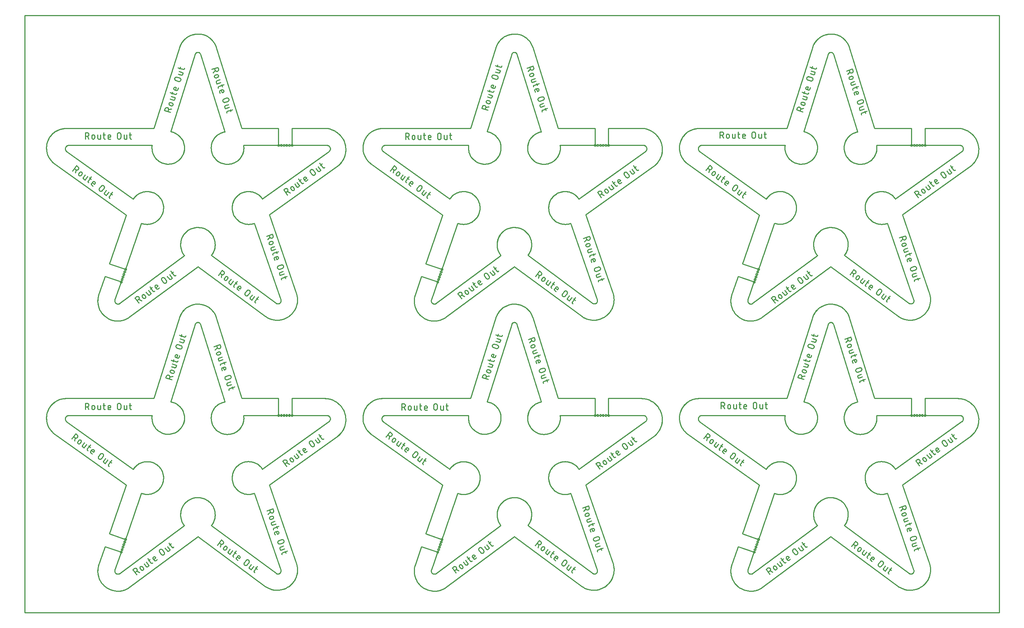
<source format=gko>
G04 EAGLE Gerber RS-274X export*
G75*
%MOMM*%
%FSLAX34Y34*%
%LPD*%
%IN*%
%IPPOS*%
%AMOC8*
5,1,8,0,0,1.08239X$1,22.5*%
G01*
%ADD10C,0.203200*%
%ADD11C,0.000000*%
%ADD12C,0.152400*%
%ADD13C,0.254000*%
%ADD14C,0.279400*%
%ADD15C,0.254000*%


D10*
X401836Y437569D02*
X344371Y620938D01*
X344371Y620937D02*
X344322Y621089D01*
X344269Y621239D01*
X344212Y621388D01*
X344151Y621536D01*
X344087Y621682D01*
X344019Y621826D01*
X343948Y621969D01*
X343873Y622110D01*
X343795Y622249D01*
X343714Y622386D01*
X343629Y622521D01*
X343541Y622654D01*
X343449Y622784D01*
X343355Y622913D01*
X343257Y623039D01*
X343156Y623162D01*
X343052Y623283D01*
X342945Y623402D01*
X342836Y623518D01*
X342723Y623631D01*
X342608Y623741D01*
X342490Y623848D01*
X342369Y623953D01*
X342246Y624054D01*
X342121Y624153D01*
X341993Y624248D01*
X341863Y624340D01*
X341730Y624429D01*
X341596Y624514D01*
X341459Y624596D01*
X341320Y624675D01*
X341180Y624751D01*
X341038Y624823D01*
X340893Y624891D01*
X340748Y624956D01*
X340600Y625017D01*
X340452Y625075D01*
X340302Y625128D01*
X340150Y625179D01*
X339998Y625225D01*
X339844Y625268D01*
X339689Y625307D01*
X339534Y625342D01*
X339377Y625373D01*
X339220Y625400D01*
X339063Y625424D01*
X338904Y625443D01*
X338746Y625459D01*
X338586Y625471D01*
X338427Y625479D01*
X338268Y625483D01*
X338108Y625483D01*
X337949Y625479D01*
X337790Y625471D01*
X337631Y625459D01*
X337472Y625443D01*
X337314Y625424D01*
X337156Y625400D01*
X336999Y625373D01*
X336842Y625342D01*
X336687Y625307D01*
X336532Y625268D01*
X336378Y625225D01*
X336226Y625179D01*
X336074Y625128D01*
X335924Y625075D01*
X335776Y625017D01*
X335628Y624956D01*
X335483Y624891D01*
X335338Y624823D01*
X335196Y624751D01*
X335056Y624675D01*
X334917Y624596D01*
X334780Y624514D01*
X334646Y624429D01*
X334513Y624340D01*
X334383Y624248D01*
X334255Y624153D01*
X334130Y624054D01*
X334007Y623953D01*
X333886Y623848D01*
X333768Y623741D01*
X333653Y623631D01*
X333540Y623518D01*
X333431Y623402D01*
X333324Y623283D01*
X333220Y623162D01*
X333119Y623039D01*
X333021Y622913D01*
X332927Y622784D01*
X332835Y622654D01*
X332747Y622521D01*
X332662Y622386D01*
X332581Y622249D01*
X332503Y622110D01*
X332428Y621969D01*
X332357Y621826D01*
X332289Y621682D01*
X332225Y621536D01*
X332164Y621388D01*
X332107Y621239D01*
X332054Y621089D01*
X332005Y620937D01*
X332005Y620938D02*
X274222Y437671D01*
X274222Y437670D02*
X275146Y437511D01*
X276067Y437330D01*
X276982Y437126D01*
X277893Y436900D01*
X278797Y436651D01*
X279695Y436381D01*
X280587Y436089D01*
X281471Y435775D01*
X282347Y435440D01*
X283214Y435084D01*
X284073Y434706D01*
X284922Y434308D01*
X285761Y433888D01*
X286590Y433449D01*
X287408Y432989D01*
X288214Y432510D01*
X289008Y432011D01*
X289790Y431493D01*
X290559Y430956D01*
X291315Y430400D01*
X292057Y429826D01*
X292785Y429234D01*
X293498Y428625D01*
X294196Y427998D01*
X294878Y427354D01*
X295544Y426694D01*
X296195Y426018D01*
X296828Y425326D01*
X297444Y424619D01*
X298043Y423897D01*
X298624Y423161D01*
X299187Y422411D01*
X299732Y421647D01*
X300258Y420870D01*
X300764Y420081D01*
X301251Y419279D01*
X301719Y418466D01*
X302166Y417641D01*
X302593Y416806D01*
X303000Y415961D01*
X303386Y415106D01*
X303751Y414242D01*
X304094Y413369D01*
X304417Y412488D01*
X304717Y411600D01*
X304996Y410704D01*
X305253Y409802D01*
X305488Y408894D01*
X305701Y407980D01*
X305891Y407062D01*
X306059Y406139D01*
X306204Y405212D01*
X306326Y404282D01*
X306426Y403350D01*
X306503Y402415D01*
X306557Y401478D01*
X306588Y400541D01*
X306597Y399603D01*
X306582Y398665D01*
X306545Y397728D01*
X306484Y396792D01*
X306401Y395857D01*
X306295Y394925D01*
X306167Y393996D01*
X306015Y393070D01*
X305842Y392149D01*
X305645Y391231D01*
X305427Y390319D01*
X305186Y389413D01*
X304923Y388512D01*
X304638Y387619D01*
X304331Y386732D01*
X304003Y385853D01*
X303654Y384983D01*
X303283Y384121D01*
X302892Y383269D01*
X302479Y382426D01*
X302047Y381594D01*
X301594Y380772D01*
X301121Y379962D01*
X300629Y379164D01*
X300117Y378378D01*
X299586Y377604D01*
X299037Y376844D01*
X298469Y376098D01*
X297883Y375365D01*
X297279Y374647D01*
X296658Y373944D01*
X296020Y373257D01*
X295365Y372585D01*
X294694Y371929D01*
X294008Y371290D01*
X293306Y370668D01*
X292589Y370063D01*
X291857Y369476D01*
X291111Y368907D01*
X290352Y368357D01*
X289580Y367825D01*
X288794Y367312D01*
X287997Y366818D01*
X287187Y366344D01*
X286366Y365890D01*
X285535Y365456D01*
X284693Y365042D01*
X283841Y364650D01*
X282980Y364278D01*
X282110Y363927D01*
X281232Y363597D01*
X280346Y363289D01*
X279452Y363003D01*
X278552Y362739D01*
X277646Y362497D01*
X276734Y362277D01*
X275818Y362079D01*
X274896Y361904D01*
X273971Y361751D01*
X273042Y361621D01*
X272110Y361514D01*
X271176Y361429D01*
X270240Y361367D01*
X269302Y361328D01*
X268364Y361312D01*
X267426Y361319D01*
X266489Y361349D01*
X265552Y361402D01*
X264617Y361477D01*
X263685Y361576D01*
X262754Y361697D01*
X261828Y361841D01*
X260904Y362007D01*
X259986Y362196D01*
X259072Y362407D01*
X258163Y362641D01*
X257261Y362896D01*
X256365Y363174D01*
X255476Y363473D01*
X254594Y363794D01*
X253721Y364136D01*
X252856Y364500D01*
X252001Y364885D01*
X251155Y365290D01*
X250319Y365716D01*
X249494Y366162D01*
X248680Y366628D01*
X247878Y367114D01*
X247087Y367619D01*
X246310Y368144D01*
X245545Y368687D01*
X244794Y369249D01*
X244057Y369829D01*
X243334Y370427D01*
X242626Y371042D01*
X241933Y371675D01*
X241256Y372324D01*
X240595Y372989D01*
X239950Y373671D01*
X239323Y374368D01*
X238712Y375080D01*
X238119Y375806D01*
X237544Y376547D01*
X236987Y377302D01*
X236449Y378070D01*
X235929Y378852D01*
X235429Y379645D01*
X234949Y380451D01*
X234488Y381268D01*
X234047Y382096D01*
X233627Y382934D01*
X233227Y383783D01*
X232848Y384641D01*
X232490Y385508D01*
X232154Y386384D01*
X231839Y387267D01*
X231545Y388158D01*
X231274Y389056D01*
X231024Y389960D01*
X230797Y390870D01*
X230591Y391785D01*
X230409Y392705D01*
X230248Y393630D01*
X230111Y394557D01*
X229996Y395488D01*
X229904Y396422D01*
X229834Y397357D01*
X229788Y398294D01*
X229764Y399232D01*
X229764Y400170D01*
X229786Y401108D01*
X229831Y402045D01*
X229899Y402980D01*
X229989Y403914D01*
X230103Y404845D01*
X230239Y405773D01*
X230238Y405773D02*
X33819Y405773D01*
X33818Y405773D02*
X33614Y405771D01*
X33410Y405764D01*
X33206Y405752D01*
X33003Y405735D01*
X32800Y405713D01*
X32597Y405686D01*
X32396Y405654D01*
X32195Y405617D01*
X31995Y405576D01*
X31796Y405529D01*
X31599Y405478D01*
X31402Y405422D01*
X31207Y405361D01*
X31014Y405295D01*
X30823Y405224D01*
X30633Y405149D01*
X30445Y405069D01*
X30259Y404985D01*
X30075Y404896D01*
X29893Y404803D01*
X29714Y404705D01*
X29537Y404603D01*
X29363Y404496D01*
X29192Y404386D01*
X29023Y404271D01*
X28857Y404152D01*
X28694Y404029D01*
X28534Y403902D01*
X28377Y403771D01*
X28224Y403637D01*
X28073Y403498D01*
X27927Y403356D01*
X27783Y403211D01*
X27644Y403062D01*
X27508Y402910D01*
X27376Y402754D01*
X27247Y402595D01*
X27123Y402433D01*
X27002Y402268D01*
X26886Y402101D01*
X26774Y401930D01*
X26666Y401757D01*
X26562Y401581D01*
X26463Y401403D01*
X26368Y401222D01*
X26277Y401039D01*
X26191Y400854D01*
X26110Y400667D01*
X26033Y400477D01*
X25961Y400286D01*
X25893Y400094D01*
X25830Y399899D01*
X25772Y399704D01*
X25719Y399507D01*
X25671Y399308D01*
X25627Y399109D01*
X25589Y398908D01*
X25555Y398707D01*
X25526Y398505D01*
X25502Y398302D01*
X25484Y398099D01*
X25470Y397895D01*
X25461Y397691D01*
X25457Y397487D01*
X25458Y397283D01*
X25464Y397078D01*
X25476Y396875D01*
X25492Y396671D01*
X25513Y396468D01*
X25539Y396266D01*
X25570Y396064D01*
X25606Y395863D01*
X25647Y395663D01*
X25693Y395464D01*
X25743Y395266D01*
X25799Y395069D01*
X25859Y394874D01*
X25924Y394681D01*
X25994Y394489D01*
X26068Y394299D01*
X26147Y394110D01*
X26230Y393924D01*
X26319Y393740D01*
X26411Y393558D01*
X26508Y393378D01*
X26610Y393201D01*
X26715Y393026D01*
X26825Y392854D01*
X26939Y392685D01*
X27058Y392519D01*
X27180Y392355D01*
X27306Y392195D01*
X27436Y392037D01*
X27570Y391883D01*
X27708Y391733D01*
X27849Y391585D01*
X27994Y391441D01*
X28143Y391301D01*
X28294Y391164D01*
X28449Y391032D01*
X28608Y390903D01*
X28769Y390778D01*
X28933Y390656D01*
X28934Y390657D02*
X185788Y278773D01*
X185789Y278773D02*
X186309Y279565D01*
X186849Y280343D01*
X187407Y281109D01*
X187984Y281860D01*
X188579Y282598D01*
X189193Y283320D01*
X189823Y284027D01*
X190471Y284719D01*
X191135Y285394D01*
X191816Y286053D01*
X192513Y286695D01*
X193225Y287320D01*
X193952Y287928D01*
X194694Y288517D01*
X195450Y289088D01*
X196220Y289641D01*
X197003Y290174D01*
X197799Y290688D01*
X198607Y291182D01*
X199427Y291657D01*
X200259Y292111D01*
X201101Y292545D01*
X201954Y292958D01*
X202816Y293350D01*
X203688Y293721D01*
X204569Y294071D01*
X205458Y294399D01*
X206354Y294705D01*
X207258Y294989D01*
X208169Y295250D01*
X209086Y295490D01*
X210008Y295707D01*
X210935Y295901D01*
X211867Y296073D01*
X212803Y296221D01*
X213742Y296347D01*
X214684Y296450D01*
X215628Y296530D01*
X216574Y296586D01*
X217521Y296620D01*
X218468Y296630D01*
X219416Y296617D01*
X220363Y296581D01*
X221308Y296522D01*
X222252Y296439D01*
X223194Y296334D01*
X224133Y296206D01*
X225068Y296054D01*
X225999Y295880D01*
X226926Y295683D01*
X227848Y295464D01*
X228764Y295222D01*
X229674Y294957D01*
X230577Y294671D01*
X231473Y294362D01*
X232361Y294032D01*
X233240Y293680D01*
X234111Y293307D01*
X234973Y292912D01*
X235824Y292496D01*
X236665Y292060D01*
X237496Y291604D01*
X238314Y291127D01*
X239121Y290630D01*
X239916Y290114D01*
X240697Y289578D01*
X241465Y289023D01*
X242220Y288450D01*
X242960Y287859D01*
X243686Y287249D01*
X244396Y286623D01*
X245091Y285978D01*
X245770Y285317D01*
X246432Y284640D01*
X247078Y283947D01*
X247707Y283238D01*
X248318Y282514D01*
X248911Y281775D01*
X249486Y281022D01*
X250042Y280255D01*
X250580Y279474D01*
X251098Y278681D01*
X251596Y277875D01*
X252075Y277058D01*
X252534Y276229D01*
X252972Y275388D01*
X253389Y274538D01*
X253786Y273677D01*
X254161Y272807D01*
X254515Y271929D01*
X254848Y271041D01*
X255158Y270146D01*
X255447Y269244D01*
X255713Y268334D01*
X255958Y267419D01*
X256179Y266498D01*
X256378Y265571D01*
X256555Y264640D01*
X256708Y263705D01*
X256839Y262767D01*
X256946Y261826D01*
X257031Y260882D01*
X257092Y259936D01*
X257131Y258990D01*
X257146Y258042D01*
X257138Y257095D01*
X257106Y256148D01*
X257052Y255202D01*
X256975Y254258D01*
X256874Y253315D01*
X256750Y252376D01*
X256604Y251440D01*
X256434Y250508D01*
X256242Y249580D01*
X256027Y248657D01*
X255790Y247740D01*
X255530Y246828D01*
X255249Y245924D01*
X254945Y245026D01*
X254619Y244137D01*
X254271Y243255D01*
X253903Y242382D01*
X253512Y241519D01*
X253101Y240665D01*
X252669Y239822D01*
X252217Y238990D01*
X251744Y238168D01*
X251252Y237359D01*
X250739Y236562D01*
X250208Y235778D01*
X249657Y235006D01*
X249088Y234249D01*
X248500Y233506D01*
X247895Y232777D01*
X247271Y232064D01*
X246631Y231365D01*
X245973Y230683D01*
X245299Y230017D01*
X244609Y229368D01*
X243904Y228736D01*
X243183Y228121D01*
X242447Y227524D01*
X241697Y226945D01*
X240933Y226385D01*
X240155Y225843D01*
X239364Y225321D01*
X238561Y224818D01*
X237746Y224336D01*
X236919Y223873D01*
X236081Y223430D01*
X235233Y223008D01*
X234375Y222607D01*
X233507Y222228D01*
X232630Y221869D01*
X231744Y221532D01*
X230850Y221217D01*
X229949Y220924D01*
X229042Y220653D01*
X228127Y220404D01*
X227207Y220177D01*
X226282Y219974D01*
X225352Y219792D01*
X224418Y219634D01*
X223480Y219499D01*
X222539Y219386D01*
X221596Y219297D01*
X220651Y219231D01*
X219704Y219187D01*
X218757Y219168D01*
X217809Y219171D01*
X216862Y219197D01*
X215916Y219247D01*
X214971Y219319D01*
X214029Y219415D01*
X213089Y219534D01*
X212152Y219676D01*
X211219Y219840D01*
X210290Y220028D01*
X209366Y220238D01*
X208448Y220470D01*
X207535Y220725D01*
X206629Y221002D01*
X205730Y221302D01*
X204839Y221623D01*
X204838Y221623D02*
X167412Y112930D01*
X157076Y82910D02*
X142491Y40554D01*
X142491Y40555D02*
X142435Y40385D01*
X142384Y40214D01*
X142337Y40042D01*
X142294Y39869D01*
X142255Y39695D01*
X142220Y39520D01*
X142190Y39344D01*
X142164Y39168D01*
X142143Y38990D01*
X142125Y38813D01*
X142112Y38635D01*
X142104Y38457D01*
X142099Y38278D01*
X142100Y38100D01*
X142104Y37922D01*
X142113Y37744D01*
X142126Y37566D01*
X142144Y37388D01*
X142165Y37211D01*
X142192Y37035D01*
X142222Y36859D01*
X142257Y36684D01*
X142296Y36510D01*
X142339Y36337D01*
X142386Y36165D01*
X142438Y35994D01*
X142494Y35825D01*
X142554Y35657D01*
X142618Y35490D01*
X142686Y35325D01*
X142758Y35162D01*
X142834Y35001D01*
X142914Y34841D01*
X142998Y34684D01*
X143085Y34528D01*
X143177Y34375D01*
X143272Y34224D01*
X143370Y34076D01*
X143473Y33929D01*
X143579Y33786D01*
X143688Y33645D01*
X143801Y33507D01*
X143917Y33371D01*
X144036Y33239D01*
X144159Y33109D01*
X144285Y32983D01*
X144413Y32859D01*
X144545Y32739D01*
X144680Y32622D01*
X144817Y32508D01*
X144957Y32398D01*
X145100Y32291D01*
X145246Y32188D01*
X145394Y32088D01*
X145544Y31992D01*
X145696Y31899D01*
X145851Y31811D01*
X146008Y31726D01*
X146167Y31645D01*
X146328Y31568D01*
X146491Y31494D01*
X146655Y31425D01*
X146821Y31360D01*
X146989Y31299D01*
X147158Y31242D01*
X147328Y31189D01*
X147500Y31141D01*
X147673Y31096D01*
X147846Y31056D01*
X148021Y31020D01*
X148197Y30989D01*
X148373Y30961D01*
X148550Y30938D01*
X148727Y30919D01*
X148905Y30905D01*
X149083Y30895D01*
X149262Y30889D01*
X149440Y30888D01*
X149618Y30891D01*
X149797Y30899D01*
X149975Y30910D01*
X150152Y30926D01*
X150329Y30947D01*
X150506Y30971D01*
X150682Y31000D01*
X150857Y31034D01*
X151032Y31071D01*
X151205Y31113D01*
X151378Y31159D01*
X151549Y31210D01*
X151719Y31264D01*
X151887Y31323D01*
X152054Y31385D01*
X152220Y31452D01*
X152383Y31523D01*
X152545Y31597D01*
X152705Y31676D01*
X152864Y31758D01*
X153020Y31845D01*
X153174Y31935D01*
X153325Y32029D01*
X153475Y32126D01*
X153622Y32228D01*
X153766Y32332D01*
X306495Y145346D01*
X306495Y145347D02*
X305875Y146132D01*
X305274Y146932D01*
X304693Y147747D01*
X304132Y148575D01*
X303592Y149417D01*
X303073Y150273D01*
X302574Y151140D01*
X302097Y152020D01*
X301642Y152911D01*
X301209Y153813D01*
X300798Y154725D01*
X300410Y155647D01*
X300044Y156579D01*
X299701Y157519D01*
X299382Y158467D01*
X299086Y159423D01*
X298813Y160386D01*
X298564Y161355D01*
X298339Y162330D01*
X298138Y163310D01*
X297961Y164295D01*
X297808Y165284D01*
X297680Y166276D01*
X297576Y167271D01*
X297496Y168269D01*
X297441Y169268D01*
X297411Y170268D01*
X297405Y171268D01*
X297423Y172269D01*
X297466Y173269D01*
X297534Y174267D01*
X297626Y175263D01*
X297743Y176257D01*
X297884Y177248D01*
X298049Y178234D01*
X298238Y179217D01*
X298451Y180195D01*
X298689Y181167D01*
X298950Y182133D01*
X299235Y183092D01*
X299543Y184044D01*
X299874Y184988D01*
X300229Y185924D01*
X300606Y186850D01*
X301006Y187768D01*
X301428Y188675D01*
X301873Y189571D01*
X302339Y190456D01*
X302827Y191330D01*
X303336Y192191D01*
X303866Y193040D01*
X304417Y193875D01*
X304989Y194697D01*
X305580Y195504D01*
X306191Y196296D01*
X306821Y197074D01*
X307470Y197835D01*
X308137Y198581D01*
X308823Y199310D01*
X309526Y200021D01*
X310246Y200716D01*
X310984Y201392D01*
X311737Y202050D01*
X312507Y202690D01*
X313292Y203310D01*
X314092Y203911D01*
X314907Y204492D01*
X315735Y205053D01*
X316577Y205594D01*
X317432Y206113D01*
X318300Y206612D01*
X319180Y207089D01*
X320071Y207544D01*
X320973Y207977D01*
X321885Y208388D01*
X322807Y208777D01*
X323738Y209143D01*
X324678Y209486D01*
X325626Y209805D01*
X326582Y210102D01*
X327545Y210374D01*
X328514Y210623D01*
X329489Y210849D01*
X330469Y211050D01*
X331454Y211227D01*
X332443Y211380D01*
X333435Y211508D01*
X334430Y211612D01*
X335428Y211692D01*
X336427Y211747D01*
X337427Y211778D01*
X338427Y211784D01*
X339428Y211766D01*
X340428Y211723D01*
X341426Y211655D01*
X342422Y211563D01*
X343416Y211447D01*
X344407Y211306D01*
X345394Y211141D01*
X346376Y210952D01*
X347354Y210739D01*
X348326Y210502D01*
X349292Y210241D01*
X350251Y209956D01*
X351203Y209648D01*
X352147Y209317D01*
X353083Y208963D01*
X354010Y208585D01*
X354927Y208186D01*
X355834Y207763D01*
X356731Y207319D01*
X357616Y206853D01*
X358490Y206365D01*
X359351Y205856D01*
X360200Y205326D01*
X361035Y204775D01*
X361857Y204204D01*
X362664Y203613D01*
X363457Y203002D01*
X364234Y202372D01*
X364996Y201723D01*
X365741Y201056D01*
X366470Y200371D01*
X367182Y199667D01*
X367877Y198947D01*
X368553Y198210D01*
X369212Y197456D01*
X369851Y196687D01*
X370472Y195902D01*
X371073Y195102D01*
X371654Y194287D01*
X372215Y193459D01*
X372755Y192617D01*
X373275Y191762D01*
X373774Y190894D01*
X374251Y190015D01*
X374706Y189124D01*
X375140Y188222D01*
X375551Y187310D01*
X375940Y186388D01*
X376306Y185456D01*
X376649Y184516D01*
X376968Y183568D01*
X377265Y182613D01*
X377538Y181650D01*
X377787Y180681D01*
X378012Y179706D01*
X378214Y178726D01*
X378391Y177741D01*
X378544Y176752D01*
X378673Y175760D01*
X378777Y174765D01*
X378857Y173767D01*
X378912Y172768D01*
X378943Y171768D01*
X378949Y170768D01*
X378931Y169767D01*
X378888Y168767D01*
X378821Y167769D01*
X378729Y166773D01*
X378613Y165779D01*
X378472Y164788D01*
X378307Y163801D01*
X378118Y162819D01*
X377905Y161841D01*
X377668Y160869D01*
X377407Y159903D01*
X377123Y158944D01*
X376815Y157992D01*
X376484Y157047D01*
X376130Y156112D01*
X375753Y155185D01*
X375353Y154267D01*
X374931Y153360D01*
X374487Y152464D01*
X374021Y151578D01*
X373533Y150704D01*
X373024Y149843D01*
X372494Y148994D01*
X371943Y148159D01*
X371372Y147337D01*
X370781Y146530D01*
X370171Y145737D01*
X370170Y145737D02*
X522900Y32723D01*
X523039Y32620D01*
X523180Y32521D01*
X523323Y32425D01*
X523469Y32333D01*
X523617Y32244D01*
X523767Y32159D01*
X523919Y32077D01*
X524073Y32000D01*
X524228Y31926D01*
X524386Y31856D01*
X524545Y31790D01*
X524706Y31727D01*
X524868Y31669D01*
X525032Y31615D01*
X525197Y31564D01*
X525363Y31518D01*
X525530Y31476D01*
X525699Y31437D01*
X525868Y31403D01*
X526037Y31374D01*
X526208Y31348D01*
X526379Y31326D01*
X526551Y31309D01*
X526723Y31296D01*
X526895Y31287D01*
X527067Y31282D01*
X527240Y31281D01*
X527412Y31285D01*
X527584Y31293D01*
X527756Y31305D01*
X527928Y31321D01*
X528099Y31341D01*
X528270Y31366D01*
X528440Y31395D01*
X528609Y31428D01*
X528778Y31465D01*
X528945Y31506D01*
X529112Y31551D01*
X529277Y31600D01*
X529441Y31654D01*
X529604Y31711D01*
X529765Y31772D01*
X529925Y31837D01*
X530083Y31906D01*
X530239Y31979D01*
X530393Y32056D01*
X530546Y32136D01*
X530697Y32220D01*
X530845Y32308D01*
X530991Y32399D01*
X531135Y32494D01*
X531277Y32593D01*
X531416Y32695D01*
X531553Y32800D01*
X531687Y32908D01*
X531818Y33020D01*
X531947Y33135D01*
X532073Y33253D01*
X532195Y33374D01*
X532315Y33498D01*
X532432Y33625D01*
X532546Y33755D01*
X532656Y33887D01*
X532763Y34022D01*
X532867Y34160D01*
X532968Y34300D01*
X533065Y34443D01*
X533158Y34587D01*
X533248Y34735D01*
X533334Y34884D01*
X533417Y35035D01*
X533496Y35189D01*
X533571Y35344D01*
X533642Y35501D01*
X533710Y35660D01*
X533774Y35820D01*
X533833Y35982D01*
X533889Y36145D01*
X533941Y36309D01*
X533988Y36475D01*
X534032Y36642D01*
X534071Y36810D01*
X534107Y36979D01*
X534138Y37148D01*
X534165Y37319D01*
X534188Y37490D01*
X534207Y37661D01*
X534221Y37833D01*
X534232Y38005D01*
X534238Y38177D01*
X534240Y38350D01*
X534238Y38522D01*
X534231Y38695D01*
X534221Y38867D01*
X534206Y39038D01*
X534187Y39210D01*
X534163Y39381D01*
X534136Y39551D01*
X534105Y39721D01*
X534069Y39889D01*
X534029Y40057D01*
X533985Y40224D01*
X533937Y40390D01*
X533885Y40554D01*
X533886Y40554D02*
X471538Y221623D01*
X470646Y221300D01*
X469746Y220999D01*
X468840Y220720D01*
X467926Y220463D01*
X467007Y220228D01*
X466083Y220017D01*
X465153Y219827D01*
X464219Y219661D01*
X463281Y219517D01*
X462340Y219397D01*
X461397Y219299D01*
X460451Y219225D01*
X459503Y219174D01*
X458555Y219146D01*
X457607Y219141D01*
X456658Y219159D01*
X455710Y219201D01*
X454764Y219266D01*
X453819Y219354D01*
X452877Y219465D01*
X451938Y219599D01*
X451002Y219755D01*
X450071Y219935D01*
X449144Y220138D01*
X448222Y220363D01*
X447307Y220610D01*
X446397Y220880D01*
X445495Y221172D01*
X444599Y221486D01*
X443712Y221822D01*
X442833Y222180D01*
X441964Y222559D01*
X441103Y222959D01*
X440253Y223379D01*
X439414Y223821D01*
X438585Y224283D01*
X437768Y224765D01*
X436963Y225267D01*
X436171Y225789D01*
X435391Y226329D01*
X434625Y226889D01*
X433873Y227467D01*
X433135Y228064D01*
X432412Y228678D01*
X431705Y229310D01*
X431013Y229959D01*
X430337Y230625D01*
X429677Y231307D01*
X429035Y232004D01*
X428410Y232718D01*
X427802Y233446D01*
X427212Y234190D01*
X426641Y234947D01*
X426088Y235718D01*
X425555Y236502D01*
X425041Y237300D01*
X424546Y238109D01*
X424071Y238931D01*
X423617Y239763D01*
X423183Y240607D01*
X422770Y241461D01*
X422378Y242325D01*
X422007Y243198D01*
X421658Y244080D01*
X421330Y244970D01*
X421024Y245868D01*
X420740Y246774D01*
X420479Y247686D01*
X420240Y248604D01*
X420023Y249527D01*
X419829Y250456D01*
X419658Y251389D01*
X419510Y252326D01*
X419384Y253266D01*
X419282Y254209D01*
X419203Y255155D01*
X419147Y256102D01*
X419114Y257050D01*
X419104Y257999D01*
X419118Y258947D01*
X419154Y259895D01*
X419214Y260842D01*
X419297Y261787D01*
X419403Y262730D01*
X419533Y263669D01*
X419685Y264606D01*
X419860Y265538D01*
X420057Y266466D01*
X420278Y267389D01*
X420521Y268306D01*
X420786Y269217D01*
X421073Y270121D01*
X421383Y271018D01*
X421714Y271907D01*
X422067Y272787D01*
X422441Y273659D01*
X422837Y274521D01*
X423254Y275373D01*
X423691Y276215D01*
X424149Y277046D01*
X424627Y277866D01*
X425124Y278673D01*
X425642Y279468D01*
X426179Y280251D01*
X426734Y281019D01*
X427309Y281774D01*
X427901Y282515D01*
X428512Y283241D01*
X429140Y283952D01*
X429785Y284648D01*
X430448Y285327D01*
X431126Y285990D01*
X431821Y286636D01*
X432531Y287265D01*
X433256Y287876D01*
X433997Y288470D01*
X434751Y289045D01*
X435519Y289601D01*
X436301Y290139D01*
X437096Y290657D01*
X437903Y291156D01*
X438722Y291635D01*
X439552Y292093D01*
X440393Y292532D01*
X441245Y292949D01*
X442107Y293346D01*
X442978Y293721D01*
X443859Y294075D01*
X444747Y294407D01*
X445644Y294718D01*
X446547Y295006D01*
X447458Y295272D01*
X448375Y295516D01*
X449297Y295737D01*
X450225Y295936D01*
X451157Y296112D01*
X452093Y296265D01*
X453033Y296395D01*
X453976Y296503D01*
X454920Y296587D01*
X455867Y296648D01*
X456815Y296685D01*
X457764Y296700D01*
X458712Y296691D01*
X459660Y296659D01*
X460608Y296604D01*
X461553Y296526D01*
X462496Y296425D01*
X463437Y296300D01*
X464374Y296153D01*
X465307Y295983D01*
X466236Y295790D01*
X467160Y295574D01*
X468078Y295336D01*
X468990Y295076D01*
X469896Y294793D01*
X470794Y294488D01*
X471685Y294161D01*
X472567Y293813D01*
X473441Y293443D01*
X474305Y293052D01*
X475160Y292640D01*
X476004Y292207D01*
X476837Y291753D01*
X477659Y291279D01*
X478469Y290786D01*
X479267Y290272D01*
X480052Y289740D01*
X480823Y289188D01*
X481581Y288617D01*
X482325Y288028D01*
X483054Y287422D01*
X483768Y286797D01*
X484467Y286155D01*
X485150Y285497D01*
X485816Y284821D01*
X486466Y284130D01*
X487098Y283423D01*
X487714Y282701D01*
X488311Y281964D01*
X488890Y281212D01*
X489450Y280447D01*
X489992Y279668D01*
X490514Y278876D01*
X490515Y278877D02*
X647370Y390760D01*
X647369Y390760D02*
X647533Y390880D01*
X647693Y391003D01*
X647851Y391131D01*
X648005Y391263D01*
X648156Y391398D01*
X648303Y391537D01*
X648448Y391679D01*
X648588Y391825D01*
X648725Y391974D01*
X648859Y392127D01*
X648988Y392283D01*
X649114Y392442D01*
X649236Y392604D01*
X649353Y392768D01*
X649467Y392936D01*
X649576Y393107D01*
X649682Y393280D01*
X649783Y393455D01*
X649880Y393633D01*
X649972Y393814D01*
X650060Y393996D01*
X650143Y394181D01*
X650222Y394368D01*
X650296Y394556D01*
X650366Y394747D01*
X650431Y394938D01*
X650491Y395132D01*
X650547Y395327D01*
X650597Y395523D01*
X650643Y395720D01*
X650684Y395919D01*
X650721Y396118D01*
X650752Y396318D01*
X650778Y396519D01*
X650800Y396721D01*
X650816Y396923D01*
X650828Y397125D01*
X650834Y397328D01*
X650836Y397530D01*
X650833Y397733D01*
X650824Y397935D01*
X650811Y398137D01*
X650793Y398339D01*
X650770Y398541D01*
X650742Y398741D01*
X650709Y398941D01*
X650671Y399140D01*
X650628Y399338D01*
X650581Y399535D01*
X650529Y399731D01*
X650471Y399926D01*
X650410Y400119D01*
X650343Y400310D01*
X650272Y400500D01*
X650196Y400688D01*
X650116Y400874D01*
X650031Y401058D01*
X649941Y401239D01*
X649847Y401419D01*
X649749Y401596D01*
X649647Y401771D01*
X649540Y401943D01*
X649429Y402113D01*
X649314Y402280D01*
X649195Y402443D01*
X649072Y402604D01*
X648945Y402762D01*
X648814Y402917D01*
X648679Y403069D01*
X648541Y403217D01*
X648399Y403362D01*
X648254Y403503D01*
X648105Y403640D01*
X647953Y403774D01*
X647798Y403904D01*
X647640Y404031D01*
X647478Y404153D01*
X647314Y404272D01*
X647146Y404386D01*
X646976Y404496D01*
X646804Y404602D01*
X646628Y404704D01*
X646451Y404802D01*
X646271Y404895D01*
X646089Y404983D01*
X645904Y405068D01*
X645718Y405147D01*
X645530Y405222D01*
X645340Y405293D01*
X645148Y405358D01*
X644955Y405419D01*
X644760Y405476D01*
X644564Y405527D01*
X644367Y405574D01*
X644169Y405616D01*
X643970Y405653D01*
X643769Y405685D01*
X643569Y405712D01*
X643367Y405734D01*
X643165Y405752D01*
X642963Y405764D01*
X642761Y405772D01*
X642558Y405774D01*
X642558Y405773D02*
X560438Y405773D01*
X528688Y405773D01*
X446138Y405773D01*
X446139Y405773D02*
X446280Y404843D01*
X446398Y403909D01*
X446494Y402972D01*
X446567Y402033D01*
X446617Y401093D01*
X446644Y400152D01*
X446648Y399211D01*
X446629Y398269D01*
X446587Y397329D01*
X446522Y396390D01*
X446434Y395452D01*
X446323Y394517D01*
X446190Y393585D01*
X446033Y392657D01*
X445854Y391733D01*
X445653Y390813D01*
X445429Y389898D01*
X445183Y388990D01*
X444915Y388087D01*
X444625Y387191D01*
X444313Y386303D01*
X443980Y385423D01*
X443625Y384551D01*
X443249Y383688D01*
X442852Y382834D01*
X442434Y381990D01*
X441996Y381157D01*
X441537Y380335D01*
X441059Y379524D01*
X440561Y378725D01*
X440044Y377938D01*
X439507Y377164D01*
X438952Y376404D01*
X438378Y375657D01*
X437787Y374925D01*
X437178Y374207D01*
X436551Y373505D01*
X435907Y372818D01*
X435247Y372146D01*
X434571Y371492D01*
X433878Y370853D01*
X433171Y370232D01*
X432448Y369629D01*
X431711Y369043D01*
X430960Y368475D01*
X430195Y367926D01*
X429418Y367396D01*
X428627Y366885D01*
X427824Y366393D01*
X427009Y365921D01*
X426183Y365469D01*
X425347Y365037D01*
X424500Y364626D01*
X423643Y364236D01*
X422777Y363867D01*
X421902Y363519D01*
X421019Y363192D01*
X420128Y362888D01*
X419230Y362605D01*
X418326Y362344D01*
X417415Y362105D01*
X416499Y361888D01*
X415578Y361694D01*
X414652Y361523D01*
X413722Y361374D01*
X412789Y361248D01*
X411853Y361144D01*
X410915Y361064D01*
X409976Y361006D01*
X409035Y360972D01*
X408093Y360960D01*
X407152Y360971D01*
X406211Y361006D01*
X405271Y361063D01*
X404333Y361143D01*
X403398Y361246D01*
X402465Y361372D01*
X401535Y361521D01*
X400609Y361692D01*
X399688Y361886D01*
X398772Y362103D01*
X397861Y362341D01*
X396956Y362602D01*
X396058Y362885D01*
X395167Y363189D01*
X394284Y363516D01*
X393409Y363864D01*
X392543Y364233D01*
X391686Y364623D01*
X390839Y365033D01*
X390002Y365465D01*
X389176Y365917D01*
X388362Y366388D01*
X387559Y366880D01*
X386768Y367391D01*
X385990Y367921D01*
X385225Y368470D01*
X384474Y369037D01*
X383737Y369623D01*
X383014Y370226D01*
X382306Y370847D01*
X381614Y371485D01*
X380937Y372140D01*
X380277Y372811D01*
X379633Y373498D01*
X379006Y374201D01*
X378397Y374918D01*
X377805Y375650D01*
X377231Y376397D01*
X376676Y377157D01*
X376139Y377931D01*
X375622Y378717D01*
X375124Y379516D01*
X374645Y380327D01*
X374186Y381149D01*
X373748Y381982D01*
X373330Y382826D01*
X372933Y383679D01*
X372557Y384542D01*
X372202Y385414D01*
X371868Y386295D01*
X371556Y387183D01*
X371266Y388079D01*
X370997Y388981D01*
X370751Y389890D01*
X370527Y390804D01*
X370325Y391724D01*
X370146Y392648D01*
X369990Y393576D01*
X369856Y394508D01*
X369745Y395443D01*
X369657Y396381D01*
X369592Y397320D01*
X369550Y398260D01*
X369530Y399202D01*
X369534Y400143D01*
X369561Y401084D01*
X369610Y402024D01*
X369683Y402963D01*
X369779Y403900D01*
X369897Y404834D01*
X370038Y405765D01*
X370202Y406692D01*
X370388Y407615D01*
X370597Y408533D01*
X370828Y409445D01*
X371082Y410352D01*
X371357Y411252D01*
X371655Y412145D01*
X371974Y413031D01*
X372314Y413909D01*
X372676Y414778D01*
X373059Y415638D01*
X373463Y416488D01*
X373888Y417329D01*
X374333Y418158D01*
X374798Y418977D01*
X375283Y419784D01*
X375787Y420579D01*
X376311Y421361D01*
X376854Y422131D01*
X377415Y422886D01*
X377995Y423628D01*
X378592Y424356D01*
X379207Y425069D01*
X379840Y425766D01*
X380489Y426448D01*
X381155Y427114D01*
X381836Y427763D01*
X382534Y428396D01*
X383246Y429011D01*
X383974Y429609D01*
X384715Y430188D01*
X385471Y430750D01*
X386240Y431293D01*
X387023Y431817D01*
X387817Y432321D01*
X388624Y432807D01*
X389443Y433272D01*
X390272Y433717D01*
X391112Y434142D01*
X391963Y434546D01*
X392823Y434929D01*
X393692Y435291D01*
X394569Y435632D01*
X395455Y435952D01*
X396348Y436249D01*
X397248Y436525D01*
X398155Y436778D01*
X399068Y437010D01*
X399986Y437219D01*
X400909Y437406D01*
X401836Y437570D01*
D11*
X526688Y405773D02*
X526690Y405862D01*
X526696Y405951D01*
X526706Y406040D01*
X526720Y406128D01*
X526737Y406215D01*
X526759Y406301D01*
X526785Y406387D01*
X526814Y406471D01*
X526847Y406554D01*
X526883Y406635D01*
X526924Y406715D01*
X526967Y406792D01*
X527014Y406868D01*
X527065Y406941D01*
X527118Y407012D01*
X527175Y407081D01*
X527235Y407147D01*
X527298Y407211D01*
X527363Y407271D01*
X527431Y407329D01*
X527502Y407383D01*
X527575Y407434D01*
X527650Y407482D01*
X527727Y407527D01*
X527806Y407568D01*
X527887Y407605D01*
X527969Y407639D01*
X528053Y407670D01*
X528138Y407696D01*
X528224Y407719D01*
X528311Y407737D01*
X528399Y407752D01*
X528488Y407763D01*
X528577Y407770D01*
X528666Y407773D01*
X528755Y407772D01*
X528844Y407767D01*
X528932Y407758D01*
X529021Y407745D01*
X529108Y407728D01*
X529195Y407708D01*
X529281Y407683D01*
X529365Y407655D01*
X529448Y407623D01*
X529530Y407587D01*
X529610Y407548D01*
X529688Y407505D01*
X529764Y407459D01*
X529838Y407409D01*
X529910Y407356D01*
X529979Y407300D01*
X530046Y407241D01*
X530110Y407179D01*
X530171Y407115D01*
X530230Y407047D01*
X530285Y406977D01*
X530337Y406905D01*
X530386Y406830D01*
X530431Y406754D01*
X530473Y406675D01*
X530511Y406595D01*
X530546Y406513D01*
X530577Y406429D01*
X530605Y406344D01*
X530628Y406258D01*
X530648Y406171D01*
X530664Y406084D01*
X530676Y405995D01*
X530684Y405907D01*
X530688Y405818D01*
X530688Y405728D01*
X530684Y405639D01*
X530676Y405551D01*
X530664Y405462D01*
X530648Y405375D01*
X530628Y405288D01*
X530605Y405202D01*
X530577Y405117D01*
X530546Y405033D01*
X530511Y404951D01*
X530473Y404871D01*
X530431Y404792D01*
X530386Y404716D01*
X530337Y404641D01*
X530285Y404569D01*
X530230Y404499D01*
X530171Y404431D01*
X530110Y404367D01*
X530046Y404305D01*
X529979Y404246D01*
X529910Y404190D01*
X529838Y404137D01*
X529764Y404087D01*
X529688Y404041D01*
X529610Y403998D01*
X529530Y403959D01*
X529448Y403923D01*
X529365Y403891D01*
X529281Y403863D01*
X529195Y403838D01*
X529108Y403818D01*
X529021Y403801D01*
X528932Y403788D01*
X528844Y403779D01*
X528755Y403774D01*
X528666Y403773D01*
X528577Y403776D01*
X528488Y403783D01*
X528399Y403794D01*
X528311Y403809D01*
X528224Y403827D01*
X528138Y403850D01*
X528053Y403876D01*
X527969Y403907D01*
X527887Y403941D01*
X527806Y403978D01*
X527727Y404019D01*
X527650Y404064D01*
X527575Y404112D01*
X527502Y404163D01*
X527431Y404217D01*
X527363Y404275D01*
X527298Y404335D01*
X527235Y404399D01*
X527175Y404465D01*
X527118Y404534D01*
X527065Y404605D01*
X527014Y404678D01*
X526967Y404754D01*
X526924Y404831D01*
X526883Y404911D01*
X526847Y404992D01*
X526814Y405075D01*
X526785Y405159D01*
X526759Y405245D01*
X526737Y405331D01*
X526720Y405418D01*
X526706Y405506D01*
X526696Y405595D01*
X526690Y405684D01*
X526688Y405773D01*
X533038Y405773D02*
X533040Y405862D01*
X533046Y405951D01*
X533056Y406040D01*
X533070Y406128D01*
X533087Y406215D01*
X533109Y406301D01*
X533135Y406387D01*
X533164Y406471D01*
X533197Y406554D01*
X533233Y406635D01*
X533274Y406715D01*
X533317Y406792D01*
X533364Y406868D01*
X533415Y406941D01*
X533468Y407012D01*
X533525Y407081D01*
X533585Y407147D01*
X533648Y407211D01*
X533713Y407271D01*
X533781Y407329D01*
X533852Y407383D01*
X533925Y407434D01*
X534000Y407482D01*
X534077Y407527D01*
X534156Y407568D01*
X534237Y407605D01*
X534319Y407639D01*
X534403Y407670D01*
X534488Y407696D01*
X534574Y407719D01*
X534661Y407737D01*
X534749Y407752D01*
X534838Y407763D01*
X534927Y407770D01*
X535016Y407773D01*
X535105Y407772D01*
X535194Y407767D01*
X535282Y407758D01*
X535371Y407745D01*
X535458Y407728D01*
X535545Y407708D01*
X535631Y407683D01*
X535715Y407655D01*
X535798Y407623D01*
X535880Y407587D01*
X535960Y407548D01*
X536038Y407505D01*
X536114Y407459D01*
X536188Y407409D01*
X536260Y407356D01*
X536329Y407300D01*
X536396Y407241D01*
X536460Y407179D01*
X536521Y407115D01*
X536580Y407047D01*
X536635Y406977D01*
X536687Y406905D01*
X536736Y406830D01*
X536781Y406754D01*
X536823Y406675D01*
X536861Y406595D01*
X536896Y406513D01*
X536927Y406429D01*
X536955Y406344D01*
X536978Y406258D01*
X536998Y406171D01*
X537014Y406084D01*
X537026Y405995D01*
X537034Y405907D01*
X537038Y405818D01*
X537038Y405728D01*
X537034Y405639D01*
X537026Y405551D01*
X537014Y405462D01*
X536998Y405375D01*
X536978Y405288D01*
X536955Y405202D01*
X536927Y405117D01*
X536896Y405033D01*
X536861Y404951D01*
X536823Y404871D01*
X536781Y404792D01*
X536736Y404716D01*
X536687Y404641D01*
X536635Y404569D01*
X536580Y404499D01*
X536521Y404431D01*
X536460Y404367D01*
X536396Y404305D01*
X536329Y404246D01*
X536260Y404190D01*
X536188Y404137D01*
X536114Y404087D01*
X536038Y404041D01*
X535960Y403998D01*
X535880Y403959D01*
X535798Y403923D01*
X535715Y403891D01*
X535631Y403863D01*
X535545Y403838D01*
X535458Y403818D01*
X535371Y403801D01*
X535282Y403788D01*
X535194Y403779D01*
X535105Y403774D01*
X535016Y403773D01*
X534927Y403776D01*
X534838Y403783D01*
X534749Y403794D01*
X534661Y403809D01*
X534574Y403827D01*
X534488Y403850D01*
X534403Y403876D01*
X534319Y403907D01*
X534237Y403941D01*
X534156Y403978D01*
X534077Y404019D01*
X534000Y404064D01*
X533925Y404112D01*
X533852Y404163D01*
X533781Y404217D01*
X533713Y404275D01*
X533648Y404335D01*
X533585Y404399D01*
X533525Y404465D01*
X533468Y404534D01*
X533415Y404605D01*
X533364Y404678D01*
X533317Y404754D01*
X533274Y404831D01*
X533233Y404911D01*
X533197Y404992D01*
X533164Y405075D01*
X533135Y405159D01*
X533109Y405245D01*
X533087Y405331D01*
X533070Y405418D01*
X533056Y405506D01*
X533046Y405595D01*
X533040Y405684D01*
X533038Y405773D01*
X539388Y405773D02*
X539390Y405862D01*
X539396Y405951D01*
X539406Y406040D01*
X539420Y406128D01*
X539437Y406215D01*
X539459Y406301D01*
X539485Y406387D01*
X539514Y406471D01*
X539547Y406554D01*
X539583Y406635D01*
X539624Y406715D01*
X539667Y406792D01*
X539714Y406868D01*
X539765Y406941D01*
X539818Y407012D01*
X539875Y407081D01*
X539935Y407147D01*
X539998Y407211D01*
X540063Y407271D01*
X540131Y407329D01*
X540202Y407383D01*
X540275Y407434D01*
X540350Y407482D01*
X540427Y407527D01*
X540506Y407568D01*
X540587Y407605D01*
X540669Y407639D01*
X540753Y407670D01*
X540838Y407696D01*
X540924Y407719D01*
X541011Y407737D01*
X541099Y407752D01*
X541188Y407763D01*
X541277Y407770D01*
X541366Y407773D01*
X541455Y407772D01*
X541544Y407767D01*
X541632Y407758D01*
X541721Y407745D01*
X541808Y407728D01*
X541895Y407708D01*
X541981Y407683D01*
X542065Y407655D01*
X542148Y407623D01*
X542230Y407587D01*
X542310Y407548D01*
X542388Y407505D01*
X542464Y407459D01*
X542538Y407409D01*
X542610Y407356D01*
X542679Y407300D01*
X542746Y407241D01*
X542810Y407179D01*
X542871Y407115D01*
X542930Y407047D01*
X542985Y406977D01*
X543037Y406905D01*
X543086Y406830D01*
X543131Y406754D01*
X543173Y406675D01*
X543211Y406595D01*
X543246Y406513D01*
X543277Y406429D01*
X543305Y406344D01*
X543328Y406258D01*
X543348Y406171D01*
X543364Y406084D01*
X543376Y405995D01*
X543384Y405907D01*
X543388Y405818D01*
X543388Y405728D01*
X543384Y405639D01*
X543376Y405551D01*
X543364Y405462D01*
X543348Y405375D01*
X543328Y405288D01*
X543305Y405202D01*
X543277Y405117D01*
X543246Y405033D01*
X543211Y404951D01*
X543173Y404871D01*
X543131Y404792D01*
X543086Y404716D01*
X543037Y404641D01*
X542985Y404569D01*
X542930Y404499D01*
X542871Y404431D01*
X542810Y404367D01*
X542746Y404305D01*
X542679Y404246D01*
X542610Y404190D01*
X542538Y404137D01*
X542464Y404087D01*
X542388Y404041D01*
X542310Y403998D01*
X542230Y403959D01*
X542148Y403923D01*
X542065Y403891D01*
X541981Y403863D01*
X541895Y403838D01*
X541808Y403818D01*
X541721Y403801D01*
X541632Y403788D01*
X541544Y403779D01*
X541455Y403774D01*
X541366Y403773D01*
X541277Y403776D01*
X541188Y403783D01*
X541099Y403794D01*
X541011Y403809D01*
X540924Y403827D01*
X540838Y403850D01*
X540753Y403876D01*
X540669Y403907D01*
X540587Y403941D01*
X540506Y403978D01*
X540427Y404019D01*
X540350Y404064D01*
X540275Y404112D01*
X540202Y404163D01*
X540131Y404217D01*
X540063Y404275D01*
X539998Y404335D01*
X539935Y404399D01*
X539875Y404465D01*
X539818Y404534D01*
X539765Y404605D01*
X539714Y404678D01*
X539667Y404754D01*
X539624Y404831D01*
X539583Y404911D01*
X539547Y404992D01*
X539514Y405075D01*
X539485Y405159D01*
X539459Y405245D01*
X539437Y405331D01*
X539420Y405418D01*
X539406Y405506D01*
X539396Y405595D01*
X539390Y405684D01*
X539388Y405773D01*
X545738Y405773D02*
X545740Y405862D01*
X545746Y405951D01*
X545756Y406040D01*
X545770Y406128D01*
X545787Y406215D01*
X545809Y406301D01*
X545835Y406387D01*
X545864Y406471D01*
X545897Y406554D01*
X545933Y406635D01*
X545974Y406715D01*
X546017Y406792D01*
X546064Y406868D01*
X546115Y406941D01*
X546168Y407012D01*
X546225Y407081D01*
X546285Y407147D01*
X546348Y407211D01*
X546413Y407271D01*
X546481Y407329D01*
X546552Y407383D01*
X546625Y407434D01*
X546700Y407482D01*
X546777Y407527D01*
X546856Y407568D01*
X546937Y407605D01*
X547019Y407639D01*
X547103Y407670D01*
X547188Y407696D01*
X547274Y407719D01*
X547361Y407737D01*
X547449Y407752D01*
X547538Y407763D01*
X547627Y407770D01*
X547716Y407773D01*
X547805Y407772D01*
X547894Y407767D01*
X547982Y407758D01*
X548071Y407745D01*
X548158Y407728D01*
X548245Y407708D01*
X548331Y407683D01*
X548415Y407655D01*
X548498Y407623D01*
X548580Y407587D01*
X548660Y407548D01*
X548738Y407505D01*
X548814Y407459D01*
X548888Y407409D01*
X548960Y407356D01*
X549029Y407300D01*
X549096Y407241D01*
X549160Y407179D01*
X549221Y407115D01*
X549280Y407047D01*
X549335Y406977D01*
X549387Y406905D01*
X549436Y406830D01*
X549481Y406754D01*
X549523Y406675D01*
X549561Y406595D01*
X549596Y406513D01*
X549627Y406429D01*
X549655Y406344D01*
X549678Y406258D01*
X549698Y406171D01*
X549714Y406084D01*
X549726Y405995D01*
X549734Y405907D01*
X549738Y405818D01*
X549738Y405728D01*
X549734Y405639D01*
X549726Y405551D01*
X549714Y405462D01*
X549698Y405375D01*
X549678Y405288D01*
X549655Y405202D01*
X549627Y405117D01*
X549596Y405033D01*
X549561Y404951D01*
X549523Y404871D01*
X549481Y404792D01*
X549436Y404716D01*
X549387Y404641D01*
X549335Y404569D01*
X549280Y404499D01*
X549221Y404431D01*
X549160Y404367D01*
X549096Y404305D01*
X549029Y404246D01*
X548960Y404190D01*
X548888Y404137D01*
X548814Y404087D01*
X548738Y404041D01*
X548660Y403998D01*
X548580Y403959D01*
X548498Y403923D01*
X548415Y403891D01*
X548331Y403863D01*
X548245Y403838D01*
X548158Y403818D01*
X548071Y403801D01*
X547982Y403788D01*
X547894Y403779D01*
X547805Y403774D01*
X547716Y403773D01*
X547627Y403776D01*
X547538Y403783D01*
X547449Y403794D01*
X547361Y403809D01*
X547274Y403827D01*
X547188Y403850D01*
X547103Y403876D01*
X547019Y403907D01*
X546937Y403941D01*
X546856Y403978D01*
X546777Y404019D01*
X546700Y404064D01*
X546625Y404112D01*
X546552Y404163D01*
X546481Y404217D01*
X546413Y404275D01*
X546348Y404335D01*
X546285Y404399D01*
X546225Y404465D01*
X546168Y404534D01*
X546115Y404605D01*
X546064Y404678D01*
X546017Y404754D01*
X545974Y404831D01*
X545933Y404911D01*
X545897Y404992D01*
X545864Y405075D01*
X545835Y405159D01*
X545809Y405245D01*
X545787Y405331D01*
X545770Y405418D01*
X545756Y405506D01*
X545746Y405595D01*
X545740Y405684D01*
X545738Y405773D01*
X552088Y405773D02*
X552090Y405862D01*
X552096Y405951D01*
X552106Y406040D01*
X552120Y406128D01*
X552137Y406215D01*
X552159Y406301D01*
X552185Y406387D01*
X552214Y406471D01*
X552247Y406554D01*
X552283Y406635D01*
X552324Y406715D01*
X552367Y406792D01*
X552414Y406868D01*
X552465Y406941D01*
X552518Y407012D01*
X552575Y407081D01*
X552635Y407147D01*
X552698Y407211D01*
X552763Y407271D01*
X552831Y407329D01*
X552902Y407383D01*
X552975Y407434D01*
X553050Y407482D01*
X553127Y407527D01*
X553206Y407568D01*
X553287Y407605D01*
X553369Y407639D01*
X553453Y407670D01*
X553538Y407696D01*
X553624Y407719D01*
X553711Y407737D01*
X553799Y407752D01*
X553888Y407763D01*
X553977Y407770D01*
X554066Y407773D01*
X554155Y407772D01*
X554244Y407767D01*
X554332Y407758D01*
X554421Y407745D01*
X554508Y407728D01*
X554595Y407708D01*
X554681Y407683D01*
X554765Y407655D01*
X554848Y407623D01*
X554930Y407587D01*
X555010Y407548D01*
X555088Y407505D01*
X555164Y407459D01*
X555238Y407409D01*
X555310Y407356D01*
X555379Y407300D01*
X555446Y407241D01*
X555510Y407179D01*
X555571Y407115D01*
X555630Y407047D01*
X555685Y406977D01*
X555737Y406905D01*
X555786Y406830D01*
X555831Y406754D01*
X555873Y406675D01*
X555911Y406595D01*
X555946Y406513D01*
X555977Y406429D01*
X556005Y406344D01*
X556028Y406258D01*
X556048Y406171D01*
X556064Y406084D01*
X556076Y405995D01*
X556084Y405907D01*
X556088Y405818D01*
X556088Y405728D01*
X556084Y405639D01*
X556076Y405551D01*
X556064Y405462D01*
X556048Y405375D01*
X556028Y405288D01*
X556005Y405202D01*
X555977Y405117D01*
X555946Y405033D01*
X555911Y404951D01*
X555873Y404871D01*
X555831Y404792D01*
X555786Y404716D01*
X555737Y404641D01*
X555685Y404569D01*
X555630Y404499D01*
X555571Y404431D01*
X555510Y404367D01*
X555446Y404305D01*
X555379Y404246D01*
X555310Y404190D01*
X555238Y404137D01*
X555164Y404087D01*
X555088Y404041D01*
X555010Y403998D01*
X554930Y403959D01*
X554848Y403923D01*
X554765Y403891D01*
X554681Y403863D01*
X554595Y403838D01*
X554508Y403818D01*
X554421Y403801D01*
X554332Y403788D01*
X554244Y403779D01*
X554155Y403774D01*
X554066Y403773D01*
X553977Y403776D01*
X553888Y403783D01*
X553799Y403794D01*
X553711Y403809D01*
X553624Y403827D01*
X553538Y403850D01*
X553453Y403876D01*
X553369Y403907D01*
X553287Y403941D01*
X553206Y403978D01*
X553127Y404019D01*
X553050Y404064D01*
X552975Y404112D01*
X552902Y404163D01*
X552831Y404217D01*
X552763Y404275D01*
X552698Y404335D01*
X552635Y404399D01*
X552575Y404465D01*
X552518Y404534D01*
X552465Y404605D01*
X552414Y404678D01*
X552367Y404754D01*
X552324Y404831D01*
X552283Y404911D01*
X552247Y404992D01*
X552214Y405075D01*
X552185Y405159D01*
X552159Y405245D01*
X552137Y405331D01*
X552120Y405418D01*
X552106Y405506D01*
X552096Y405595D01*
X552090Y405684D01*
X552088Y405773D01*
X558438Y405773D02*
X558440Y405862D01*
X558446Y405951D01*
X558456Y406040D01*
X558470Y406128D01*
X558487Y406215D01*
X558509Y406301D01*
X558535Y406387D01*
X558564Y406471D01*
X558597Y406554D01*
X558633Y406635D01*
X558674Y406715D01*
X558717Y406792D01*
X558764Y406868D01*
X558815Y406941D01*
X558868Y407012D01*
X558925Y407081D01*
X558985Y407147D01*
X559048Y407211D01*
X559113Y407271D01*
X559181Y407329D01*
X559252Y407383D01*
X559325Y407434D01*
X559400Y407482D01*
X559477Y407527D01*
X559556Y407568D01*
X559637Y407605D01*
X559719Y407639D01*
X559803Y407670D01*
X559888Y407696D01*
X559974Y407719D01*
X560061Y407737D01*
X560149Y407752D01*
X560238Y407763D01*
X560327Y407770D01*
X560416Y407773D01*
X560505Y407772D01*
X560594Y407767D01*
X560682Y407758D01*
X560771Y407745D01*
X560858Y407728D01*
X560945Y407708D01*
X561031Y407683D01*
X561115Y407655D01*
X561198Y407623D01*
X561280Y407587D01*
X561360Y407548D01*
X561438Y407505D01*
X561514Y407459D01*
X561588Y407409D01*
X561660Y407356D01*
X561729Y407300D01*
X561796Y407241D01*
X561860Y407179D01*
X561921Y407115D01*
X561980Y407047D01*
X562035Y406977D01*
X562087Y406905D01*
X562136Y406830D01*
X562181Y406754D01*
X562223Y406675D01*
X562261Y406595D01*
X562296Y406513D01*
X562327Y406429D01*
X562355Y406344D01*
X562378Y406258D01*
X562398Y406171D01*
X562414Y406084D01*
X562426Y405995D01*
X562434Y405907D01*
X562438Y405818D01*
X562438Y405728D01*
X562434Y405639D01*
X562426Y405551D01*
X562414Y405462D01*
X562398Y405375D01*
X562378Y405288D01*
X562355Y405202D01*
X562327Y405117D01*
X562296Y405033D01*
X562261Y404951D01*
X562223Y404871D01*
X562181Y404792D01*
X562136Y404716D01*
X562087Y404641D01*
X562035Y404569D01*
X561980Y404499D01*
X561921Y404431D01*
X561860Y404367D01*
X561796Y404305D01*
X561729Y404246D01*
X561660Y404190D01*
X561588Y404137D01*
X561514Y404087D01*
X561438Y404041D01*
X561360Y403998D01*
X561280Y403959D01*
X561198Y403923D01*
X561115Y403891D01*
X561031Y403863D01*
X560945Y403838D01*
X560858Y403818D01*
X560771Y403801D01*
X560682Y403788D01*
X560594Y403779D01*
X560505Y403774D01*
X560416Y403773D01*
X560327Y403776D01*
X560238Y403783D01*
X560149Y403794D01*
X560061Y403809D01*
X559974Y403827D01*
X559888Y403850D01*
X559803Y403876D01*
X559719Y403907D01*
X559637Y403941D01*
X559556Y403978D01*
X559477Y404019D01*
X559400Y404064D01*
X559325Y404112D01*
X559252Y404163D01*
X559181Y404217D01*
X559113Y404275D01*
X559048Y404335D01*
X558985Y404399D01*
X558925Y404465D01*
X558868Y404534D01*
X558815Y404605D01*
X558764Y404678D01*
X558717Y404754D01*
X558674Y404831D01*
X558633Y404911D01*
X558597Y404992D01*
X558564Y405075D01*
X558535Y405159D01*
X558509Y405245D01*
X558487Y405331D01*
X558470Y405418D01*
X558456Y405506D01*
X558446Y405595D01*
X558440Y405684D01*
X558438Y405773D01*
D12*
X528688Y405773D02*
X528688Y445773D01*
X560438Y445773D02*
X560438Y405773D01*
X528688Y445773D02*
X441647Y445923D01*
X234838Y445784D02*
X28012Y445773D01*
D11*
X155076Y82910D02*
X155078Y82999D01*
X155084Y83088D01*
X155094Y83177D01*
X155108Y83265D01*
X155125Y83352D01*
X155147Y83438D01*
X155173Y83524D01*
X155202Y83608D01*
X155235Y83691D01*
X155271Y83772D01*
X155312Y83852D01*
X155355Y83929D01*
X155402Y84005D01*
X155453Y84078D01*
X155506Y84149D01*
X155563Y84218D01*
X155623Y84284D01*
X155686Y84348D01*
X155751Y84408D01*
X155819Y84466D01*
X155890Y84520D01*
X155963Y84571D01*
X156038Y84619D01*
X156115Y84664D01*
X156194Y84705D01*
X156275Y84742D01*
X156357Y84776D01*
X156441Y84807D01*
X156526Y84833D01*
X156612Y84856D01*
X156699Y84874D01*
X156787Y84889D01*
X156876Y84900D01*
X156965Y84907D01*
X157054Y84910D01*
X157143Y84909D01*
X157232Y84904D01*
X157320Y84895D01*
X157409Y84882D01*
X157496Y84865D01*
X157583Y84845D01*
X157669Y84820D01*
X157753Y84792D01*
X157836Y84760D01*
X157918Y84724D01*
X157998Y84685D01*
X158076Y84642D01*
X158152Y84596D01*
X158226Y84546D01*
X158298Y84493D01*
X158367Y84437D01*
X158434Y84378D01*
X158498Y84316D01*
X158559Y84252D01*
X158618Y84184D01*
X158673Y84114D01*
X158725Y84042D01*
X158774Y83967D01*
X158819Y83891D01*
X158861Y83812D01*
X158899Y83732D01*
X158934Y83650D01*
X158965Y83566D01*
X158993Y83481D01*
X159016Y83395D01*
X159036Y83308D01*
X159052Y83221D01*
X159064Y83132D01*
X159072Y83044D01*
X159076Y82955D01*
X159076Y82865D01*
X159072Y82776D01*
X159064Y82688D01*
X159052Y82599D01*
X159036Y82512D01*
X159016Y82425D01*
X158993Y82339D01*
X158965Y82254D01*
X158934Y82170D01*
X158899Y82088D01*
X158861Y82008D01*
X158819Y81929D01*
X158774Y81853D01*
X158725Y81778D01*
X158673Y81706D01*
X158618Y81636D01*
X158559Y81568D01*
X158498Y81504D01*
X158434Y81442D01*
X158367Y81383D01*
X158298Y81327D01*
X158226Y81274D01*
X158152Y81224D01*
X158076Y81178D01*
X157998Y81135D01*
X157918Y81096D01*
X157836Y81060D01*
X157753Y81028D01*
X157669Y81000D01*
X157583Y80975D01*
X157496Y80955D01*
X157409Y80938D01*
X157320Y80925D01*
X157232Y80916D01*
X157143Y80911D01*
X157054Y80910D01*
X156965Y80913D01*
X156876Y80920D01*
X156787Y80931D01*
X156699Y80946D01*
X156612Y80964D01*
X156526Y80987D01*
X156441Y81013D01*
X156357Y81044D01*
X156275Y81078D01*
X156194Y81115D01*
X156115Y81156D01*
X156038Y81201D01*
X155963Y81249D01*
X155890Y81300D01*
X155819Y81354D01*
X155751Y81412D01*
X155686Y81472D01*
X155623Y81536D01*
X155563Y81602D01*
X155506Y81671D01*
X155453Y81742D01*
X155402Y81815D01*
X155355Y81891D01*
X155312Y81968D01*
X155271Y82048D01*
X155235Y82129D01*
X155202Y82212D01*
X155173Y82296D01*
X155147Y82382D01*
X155125Y82468D01*
X155108Y82555D01*
X155094Y82643D01*
X155084Y82732D01*
X155078Y82821D01*
X155076Y82910D01*
X157143Y88914D02*
X157145Y89003D01*
X157151Y89092D01*
X157161Y89181D01*
X157175Y89269D01*
X157192Y89356D01*
X157214Y89442D01*
X157240Y89528D01*
X157269Y89612D01*
X157302Y89695D01*
X157338Y89776D01*
X157379Y89856D01*
X157422Y89933D01*
X157469Y90009D01*
X157520Y90082D01*
X157573Y90153D01*
X157630Y90222D01*
X157690Y90288D01*
X157753Y90352D01*
X157818Y90412D01*
X157886Y90470D01*
X157957Y90524D01*
X158030Y90575D01*
X158105Y90623D01*
X158182Y90668D01*
X158261Y90709D01*
X158342Y90746D01*
X158424Y90780D01*
X158508Y90811D01*
X158593Y90837D01*
X158679Y90860D01*
X158766Y90878D01*
X158854Y90893D01*
X158943Y90904D01*
X159032Y90911D01*
X159121Y90914D01*
X159210Y90913D01*
X159299Y90908D01*
X159387Y90899D01*
X159476Y90886D01*
X159563Y90869D01*
X159650Y90849D01*
X159736Y90824D01*
X159820Y90796D01*
X159903Y90764D01*
X159985Y90728D01*
X160065Y90689D01*
X160143Y90646D01*
X160219Y90600D01*
X160293Y90550D01*
X160365Y90497D01*
X160434Y90441D01*
X160501Y90382D01*
X160565Y90320D01*
X160626Y90256D01*
X160685Y90188D01*
X160740Y90118D01*
X160792Y90046D01*
X160841Y89971D01*
X160886Y89895D01*
X160928Y89816D01*
X160966Y89736D01*
X161001Y89654D01*
X161032Y89570D01*
X161060Y89485D01*
X161083Y89399D01*
X161103Y89312D01*
X161119Y89225D01*
X161131Y89136D01*
X161139Y89048D01*
X161143Y88959D01*
X161143Y88869D01*
X161139Y88780D01*
X161131Y88692D01*
X161119Y88603D01*
X161103Y88516D01*
X161083Y88429D01*
X161060Y88343D01*
X161032Y88258D01*
X161001Y88174D01*
X160966Y88092D01*
X160928Y88012D01*
X160886Y87933D01*
X160841Y87857D01*
X160792Y87782D01*
X160740Y87710D01*
X160685Y87640D01*
X160626Y87572D01*
X160565Y87508D01*
X160501Y87446D01*
X160434Y87387D01*
X160365Y87331D01*
X160293Y87278D01*
X160219Y87228D01*
X160143Y87182D01*
X160065Y87139D01*
X159985Y87100D01*
X159903Y87064D01*
X159820Y87032D01*
X159736Y87004D01*
X159650Y86979D01*
X159563Y86959D01*
X159476Y86942D01*
X159387Y86929D01*
X159299Y86920D01*
X159210Y86915D01*
X159121Y86914D01*
X159032Y86917D01*
X158943Y86924D01*
X158854Y86935D01*
X158766Y86950D01*
X158679Y86968D01*
X158593Y86991D01*
X158508Y87017D01*
X158424Y87048D01*
X158342Y87082D01*
X158261Y87119D01*
X158182Y87160D01*
X158105Y87205D01*
X158030Y87253D01*
X157957Y87304D01*
X157886Y87358D01*
X157818Y87416D01*
X157753Y87476D01*
X157690Y87540D01*
X157630Y87606D01*
X157573Y87675D01*
X157520Y87746D01*
X157469Y87819D01*
X157422Y87895D01*
X157379Y87972D01*
X157338Y88052D01*
X157302Y88133D01*
X157269Y88216D01*
X157240Y88300D01*
X157214Y88386D01*
X157192Y88472D01*
X157175Y88559D01*
X157161Y88647D01*
X157151Y88736D01*
X157145Y88825D01*
X157143Y88914D01*
X159210Y94918D02*
X159212Y95007D01*
X159218Y95096D01*
X159228Y95185D01*
X159242Y95273D01*
X159259Y95360D01*
X159281Y95446D01*
X159307Y95532D01*
X159336Y95616D01*
X159369Y95699D01*
X159405Y95780D01*
X159446Y95860D01*
X159489Y95937D01*
X159536Y96013D01*
X159587Y96086D01*
X159640Y96157D01*
X159697Y96226D01*
X159757Y96292D01*
X159820Y96356D01*
X159885Y96416D01*
X159953Y96474D01*
X160024Y96528D01*
X160097Y96579D01*
X160172Y96627D01*
X160249Y96672D01*
X160328Y96713D01*
X160409Y96750D01*
X160491Y96784D01*
X160575Y96815D01*
X160660Y96841D01*
X160746Y96864D01*
X160833Y96882D01*
X160921Y96897D01*
X161010Y96908D01*
X161099Y96915D01*
X161188Y96918D01*
X161277Y96917D01*
X161366Y96912D01*
X161454Y96903D01*
X161543Y96890D01*
X161630Y96873D01*
X161717Y96853D01*
X161803Y96828D01*
X161887Y96800D01*
X161970Y96768D01*
X162052Y96732D01*
X162132Y96693D01*
X162210Y96650D01*
X162286Y96604D01*
X162360Y96554D01*
X162432Y96501D01*
X162501Y96445D01*
X162568Y96386D01*
X162632Y96324D01*
X162693Y96260D01*
X162752Y96192D01*
X162807Y96122D01*
X162859Y96050D01*
X162908Y95975D01*
X162953Y95899D01*
X162995Y95820D01*
X163033Y95740D01*
X163068Y95658D01*
X163099Y95574D01*
X163127Y95489D01*
X163150Y95403D01*
X163170Y95316D01*
X163186Y95229D01*
X163198Y95140D01*
X163206Y95052D01*
X163210Y94963D01*
X163210Y94873D01*
X163206Y94784D01*
X163198Y94696D01*
X163186Y94607D01*
X163170Y94520D01*
X163150Y94433D01*
X163127Y94347D01*
X163099Y94262D01*
X163068Y94178D01*
X163033Y94096D01*
X162995Y94016D01*
X162953Y93937D01*
X162908Y93861D01*
X162859Y93786D01*
X162807Y93714D01*
X162752Y93644D01*
X162693Y93576D01*
X162632Y93512D01*
X162568Y93450D01*
X162501Y93391D01*
X162432Y93335D01*
X162360Y93282D01*
X162286Y93232D01*
X162210Y93186D01*
X162132Y93143D01*
X162052Y93104D01*
X161970Y93068D01*
X161887Y93036D01*
X161803Y93008D01*
X161717Y92983D01*
X161630Y92963D01*
X161543Y92946D01*
X161454Y92933D01*
X161366Y92924D01*
X161277Y92919D01*
X161188Y92918D01*
X161099Y92921D01*
X161010Y92928D01*
X160921Y92939D01*
X160833Y92954D01*
X160746Y92972D01*
X160660Y92995D01*
X160575Y93021D01*
X160491Y93052D01*
X160409Y93086D01*
X160328Y93123D01*
X160249Y93164D01*
X160172Y93209D01*
X160097Y93257D01*
X160024Y93308D01*
X159953Y93362D01*
X159885Y93420D01*
X159820Y93480D01*
X159757Y93544D01*
X159697Y93610D01*
X159640Y93679D01*
X159587Y93750D01*
X159536Y93823D01*
X159489Y93899D01*
X159446Y93976D01*
X159405Y94056D01*
X159369Y94137D01*
X159336Y94220D01*
X159307Y94304D01*
X159281Y94390D01*
X159259Y94476D01*
X159242Y94563D01*
X159228Y94651D01*
X159218Y94740D01*
X159212Y94829D01*
X159210Y94918D01*
X161278Y100922D02*
X161280Y101011D01*
X161286Y101100D01*
X161296Y101189D01*
X161310Y101277D01*
X161327Y101364D01*
X161349Y101450D01*
X161375Y101536D01*
X161404Y101620D01*
X161437Y101703D01*
X161473Y101784D01*
X161514Y101864D01*
X161557Y101941D01*
X161604Y102017D01*
X161655Y102090D01*
X161708Y102161D01*
X161765Y102230D01*
X161825Y102296D01*
X161888Y102360D01*
X161953Y102420D01*
X162021Y102478D01*
X162092Y102532D01*
X162165Y102583D01*
X162240Y102631D01*
X162317Y102676D01*
X162396Y102717D01*
X162477Y102754D01*
X162559Y102788D01*
X162643Y102819D01*
X162728Y102845D01*
X162814Y102868D01*
X162901Y102886D01*
X162989Y102901D01*
X163078Y102912D01*
X163167Y102919D01*
X163256Y102922D01*
X163345Y102921D01*
X163434Y102916D01*
X163522Y102907D01*
X163611Y102894D01*
X163698Y102877D01*
X163785Y102857D01*
X163871Y102832D01*
X163955Y102804D01*
X164038Y102772D01*
X164120Y102736D01*
X164200Y102697D01*
X164278Y102654D01*
X164354Y102608D01*
X164428Y102558D01*
X164500Y102505D01*
X164569Y102449D01*
X164636Y102390D01*
X164700Y102328D01*
X164761Y102264D01*
X164820Y102196D01*
X164875Y102126D01*
X164927Y102054D01*
X164976Y101979D01*
X165021Y101903D01*
X165063Y101824D01*
X165101Y101744D01*
X165136Y101662D01*
X165167Y101578D01*
X165195Y101493D01*
X165218Y101407D01*
X165238Y101320D01*
X165254Y101233D01*
X165266Y101144D01*
X165274Y101056D01*
X165278Y100967D01*
X165278Y100877D01*
X165274Y100788D01*
X165266Y100700D01*
X165254Y100611D01*
X165238Y100524D01*
X165218Y100437D01*
X165195Y100351D01*
X165167Y100266D01*
X165136Y100182D01*
X165101Y100100D01*
X165063Y100020D01*
X165021Y99941D01*
X164976Y99865D01*
X164927Y99790D01*
X164875Y99718D01*
X164820Y99648D01*
X164761Y99580D01*
X164700Y99516D01*
X164636Y99454D01*
X164569Y99395D01*
X164500Y99339D01*
X164428Y99286D01*
X164354Y99236D01*
X164278Y99190D01*
X164200Y99147D01*
X164120Y99108D01*
X164038Y99072D01*
X163955Y99040D01*
X163871Y99012D01*
X163785Y98987D01*
X163698Y98967D01*
X163611Y98950D01*
X163522Y98937D01*
X163434Y98928D01*
X163345Y98923D01*
X163256Y98922D01*
X163167Y98925D01*
X163078Y98932D01*
X162989Y98943D01*
X162901Y98958D01*
X162814Y98976D01*
X162728Y98999D01*
X162643Y99025D01*
X162559Y99056D01*
X162477Y99090D01*
X162396Y99127D01*
X162317Y99168D01*
X162240Y99213D01*
X162165Y99261D01*
X162092Y99312D01*
X162021Y99366D01*
X161953Y99424D01*
X161888Y99484D01*
X161825Y99548D01*
X161765Y99614D01*
X161708Y99683D01*
X161655Y99754D01*
X161604Y99827D01*
X161557Y99903D01*
X161514Y99980D01*
X161473Y100060D01*
X161437Y100141D01*
X161404Y100224D01*
X161375Y100308D01*
X161349Y100394D01*
X161327Y100480D01*
X161310Y100567D01*
X161296Y100655D01*
X161286Y100744D01*
X161280Y100833D01*
X161278Y100922D01*
X163345Y106926D02*
X163347Y107015D01*
X163353Y107104D01*
X163363Y107193D01*
X163377Y107281D01*
X163394Y107368D01*
X163416Y107454D01*
X163442Y107540D01*
X163471Y107624D01*
X163504Y107707D01*
X163540Y107788D01*
X163581Y107868D01*
X163624Y107945D01*
X163671Y108021D01*
X163722Y108094D01*
X163775Y108165D01*
X163832Y108234D01*
X163892Y108300D01*
X163955Y108364D01*
X164020Y108424D01*
X164088Y108482D01*
X164159Y108536D01*
X164232Y108587D01*
X164307Y108635D01*
X164384Y108680D01*
X164463Y108721D01*
X164544Y108758D01*
X164626Y108792D01*
X164710Y108823D01*
X164795Y108849D01*
X164881Y108872D01*
X164968Y108890D01*
X165056Y108905D01*
X165145Y108916D01*
X165234Y108923D01*
X165323Y108926D01*
X165412Y108925D01*
X165501Y108920D01*
X165589Y108911D01*
X165678Y108898D01*
X165765Y108881D01*
X165852Y108861D01*
X165938Y108836D01*
X166022Y108808D01*
X166105Y108776D01*
X166187Y108740D01*
X166267Y108701D01*
X166345Y108658D01*
X166421Y108612D01*
X166495Y108562D01*
X166567Y108509D01*
X166636Y108453D01*
X166703Y108394D01*
X166767Y108332D01*
X166828Y108268D01*
X166887Y108200D01*
X166942Y108130D01*
X166994Y108058D01*
X167043Y107983D01*
X167088Y107907D01*
X167130Y107828D01*
X167168Y107748D01*
X167203Y107666D01*
X167234Y107582D01*
X167262Y107497D01*
X167285Y107411D01*
X167305Y107324D01*
X167321Y107237D01*
X167333Y107148D01*
X167341Y107060D01*
X167345Y106971D01*
X167345Y106881D01*
X167341Y106792D01*
X167333Y106704D01*
X167321Y106615D01*
X167305Y106528D01*
X167285Y106441D01*
X167262Y106355D01*
X167234Y106270D01*
X167203Y106186D01*
X167168Y106104D01*
X167130Y106024D01*
X167088Y105945D01*
X167043Y105869D01*
X166994Y105794D01*
X166942Y105722D01*
X166887Y105652D01*
X166828Y105584D01*
X166767Y105520D01*
X166703Y105458D01*
X166636Y105399D01*
X166567Y105343D01*
X166495Y105290D01*
X166421Y105240D01*
X166345Y105194D01*
X166267Y105151D01*
X166187Y105112D01*
X166105Y105076D01*
X166022Y105044D01*
X165938Y105016D01*
X165852Y104991D01*
X165765Y104971D01*
X165678Y104954D01*
X165589Y104941D01*
X165501Y104932D01*
X165412Y104927D01*
X165323Y104926D01*
X165234Y104929D01*
X165145Y104936D01*
X165056Y104947D01*
X164968Y104962D01*
X164881Y104980D01*
X164795Y105003D01*
X164710Y105029D01*
X164626Y105060D01*
X164544Y105094D01*
X164463Y105131D01*
X164384Y105172D01*
X164307Y105217D01*
X164232Y105265D01*
X164159Y105316D01*
X164088Y105370D01*
X164020Y105428D01*
X163955Y105488D01*
X163892Y105552D01*
X163832Y105618D01*
X163775Y105687D01*
X163722Y105758D01*
X163671Y105831D01*
X163624Y105907D01*
X163581Y105984D01*
X163540Y106064D01*
X163504Y106145D01*
X163471Y106228D01*
X163442Y106312D01*
X163416Y106398D01*
X163394Y106484D01*
X163377Y106571D01*
X163363Y106659D01*
X163353Y106748D01*
X163347Y106837D01*
X163345Y106926D01*
X165412Y112930D02*
X165414Y113019D01*
X165420Y113108D01*
X165430Y113197D01*
X165444Y113285D01*
X165461Y113372D01*
X165483Y113458D01*
X165509Y113544D01*
X165538Y113628D01*
X165571Y113711D01*
X165607Y113792D01*
X165648Y113872D01*
X165691Y113949D01*
X165738Y114025D01*
X165789Y114098D01*
X165842Y114169D01*
X165899Y114238D01*
X165959Y114304D01*
X166022Y114368D01*
X166087Y114428D01*
X166155Y114486D01*
X166226Y114540D01*
X166299Y114591D01*
X166374Y114639D01*
X166451Y114684D01*
X166530Y114725D01*
X166611Y114762D01*
X166693Y114796D01*
X166777Y114827D01*
X166862Y114853D01*
X166948Y114876D01*
X167035Y114894D01*
X167123Y114909D01*
X167212Y114920D01*
X167301Y114927D01*
X167390Y114930D01*
X167479Y114929D01*
X167568Y114924D01*
X167656Y114915D01*
X167745Y114902D01*
X167832Y114885D01*
X167919Y114865D01*
X168005Y114840D01*
X168089Y114812D01*
X168172Y114780D01*
X168254Y114744D01*
X168334Y114705D01*
X168412Y114662D01*
X168488Y114616D01*
X168562Y114566D01*
X168634Y114513D01*
X168703Y114457D01*
X168770Y114398D01*
X168834Y114336D01*
X168895Y114272D01*
X168954Y114204D01*
X169009Y114134D01*
X169061Y114062D01*
X169110Y113987D01*
X169155Y113911D01*
X169197Y113832D01*
X169235Y113752D01*
X169270Y113670D01*
X169301Y113586D01*
X169329Y113501D01*
X169352Y113415D01*
X169372Y113328D01*
X169388Y113241D01*
X169400Y113152D01*
X169408Y113064D01*
X169412Y112975D01*
X169412Y112885D01*
X169408Y112796D01*
X169400Y112708D01*
X169388Y112619D01*
X169372Y112532D01*
X169352Y112445D01*
X169329Y112359D01*
X169301Y112274D01*
X169270Y112190D01*
X169235Y112108D01*
X169197Y112028D01*
X169155Y111949D01*
X169110Y111873D01*
X169061Y111798D01*
X169009Y111726D01*
X168954Y111656D01*
X168895Y111588D01*
X168834Y111524D01*
X168770Y111462D01*
X168703Y111403D01*
X168634Y111347D01*
X168562Y111294D01*
X168488Y111244D01*
X168412Y111198D01*
X168334Y111155D01*
X168254Y111116D01*
X168172Y111080D01*
X168089Y111048D01*
X168005Y111020D01*
X167919Y110995D01*
X167832Y110975D01*
X167745Y110958D01*
X167656Y110945D01*
X167568Y110936D01*
X167479Y110931D01*
X167390Y110930D01*
X167301Y110933D01*
X167212Y110940D01*
X167123Y110951D01*
X167035Y110966D01*
X166948Y110984D01*
X166862Y111007D01*
X166777Y111033D01*
X166693Y111064D01*
X166611Y111098D01*
X166530Y111135D01*
X166451Y111176D01*
X166374Y111221D01*
X166299Y111269D01*
X166226Y111320D01*
X166155Y111374D01*
X166087Y111432D01*
X166022Y111492D01*
X165959Y111556D01*
X165899Y111622D01*
X165842Y111691D01*
X165789Y111762D01*
X165738Y111835D01*
X165691Y111911D01*
X165648Y111988D01*
X165607Y112068D01*
X165571Y112149D01*
X165538Y112232D01*
X165509Y112316D01*
X165483Y112402D01*
X165461Y112488D01*
X165444Y112575D01*
X165430Y112663D01*
X165420Y112752D01*
X165414Y112841D01*
X165412Y112930D01*
D12*
X157076Y82910D02*
X119255Y95933D01*
X104344Y52627D01*
X129592Y125953D02*
X167412Y112930D01*
X129592Y125953D02*
X169264Y241062D01*
X12Y361823D01*
X11Y361823D02*
X-895Y362497D01*
X-1784Y363192D01*
X-2656Y363909D01*
X-3510Y364647D01*
X-4346Y365406D01*
X-5164Y366185D01*
X-5962Y366983D01*
X-6740Y367801D01*
X-7499Y368637D01*
X-8237Y369491D01*
X-8954Y370364D01*
X-9649Y371253D01*
X-10322Y372159D01*
X-10974Y373081D01*
X-11602Y374019D01*
X-12208Y374972D01*
X-12790Y375939D01*
X-13349Y376920D01*
X-13884Y377914D01*
X-14394Y378922D01*
X-14879Y379941D01*
X-15340Y380971D01*
X-15775Y382013D01*
X-16185Y383065D01*
X-16570Y384127D01*
X-16928Y385197D01*
X-17260Y386276D01*
X-17566Y387363D01*
X-17845Y388457D01*
X-18097Y389557D01*
X-18323Y390663D01*
X-18522Y391775D01*
X-18693Y392891D01*
X-18838Y394010D01*
X-18955Y395133D01*
X-19045Y396259D01*
X-19107Y397386D01*
X-19142Y398514D01*
X-19149Y399643D01*
X-19129Y400772D01*
X-19082Y401900D01*
X-19007Y403026D01*
X-18904Y404151D01*
X-18775Y405272D01*
X-18618Y406390D01*
X-18434Y407504D01*
X-18223Y408613D01*
X-17985Y409717D01*
X-17720Y410814D01*
X-17429Y411905D01*
X-17111Y412988D01*
X-16767Y414064D01*
X-16396Y415130D01*
X-16000Y416187D01*
X-15579Y417235D01*
X-15132Y418271D01*
X-14659Y419297D01*
X-14163Y420311D01*
X-13641Y421312D01*
X-13095Y422300D01*
X-12526Y423275D01*
X-11933Y424236D01*
X-11317Y425182D01*
X-10678Y426112D01*
X-10016Y427027D01*
X-9332Y427925D01*
X-8627Y428807D01*
X-7900Y429671D01*
X-7153Y430517D01*
X-6385Y431345D01*
X-5598Y432154D01*
X-4791Y432943D01*
X-3965Y433713D01*
X-3120Y434462D01*
X-2258Y435191D01*
X-1378Y435898D01*
X-481Y436584D01*
X432Y437247D01*
X1362Y437888D01*
X2306Y438507D01*
X3266Y439102D01*
X4239Y439674D01*
X5226Y440222D01*
X6226Y440745D01*
X7239Y441245D01*
X8263Y441719D01*
X9299Y442168D01*
X10345Y442592D01*
X11402Y442991D01*
X12467Y443363D01*
X13542Y443710D01*
X14624Y444030D01*
X15715Y444324D01*
X16811Y444591D01*
X17914Y444832D01*
X19023Y445045D01*
X20136Y445232D01*
X21254Y445391D01*
X22375Y445524D01*
X23499Y445628D01*
X24626Y445706D01*
X25754Y445756D01*
X26882Y445779D01*
X28011Y445774D01*
X560438Y445773D02*
X636027Y445770D01*
X295421Y637984D02*
X234838Y445784D01*
X441647Y445923D02*
X382137Y635816D01*
X381818Y636875D01*
X381473Y637927D01*
X381103Y638970D01*
X380707Y640003D01*
X380287Y641027D01*
X379841Y642040D01*
X379371Y643041D01*
X378877Y644032D01*
X378359Y645009D01*
X377817Y645974D01*
X377252Y646926D01*
X376664Y647863D01*
X376053Y648786D01*
X375420Y649694D01*
X374766Y650586D01*
X374089Y651461D01*
X373392Y652320D01*
X372673Y653162D01*
X371935Y653986D01*
X371177Y654792D01*
X370399Y655580D01*
X369602Y656348D01*
X368787Y657096D01*
X367954Y657825D01*
X367104Y658532D01*
X366236Y659220D01*
X365352Y659885D01*
X364453Y660529D01*
X363537Y661151D01*
X362607Y661751D01*
X361663Y662327D01*
X360705Y662881D01*
X359733Y663411D01*
X358749Y663917D01*
X357753Y664399D01*
X356746Y664857D01*
X355727Y665290D01*
X354699Y665698D01*
X353661Y666081D01*
X352614Y666439D01*
X351558Y666771D01*
X350495Y667078D01*
X349424Y667358D01*
X348347Y667612D01*
X347264Y667840D01*
X346176Y668042D01*
X345084Y668217D01*
X343987Y668365D01*
X342887Y668487D01*
X341785Y668582D01*
X340680Y668650D01*
X339574Y668691D01*
X338468Y668705D01*
X337361Y668692D01*
X336255Y668653D01*
X335151Y668586D01*
X334048Y668493D01*
X332948Y668372D01*
X331851Y668225D01*
X330759Y668052D01*
X329670Y667852D01*
X328587Y667625D01*
X327510Y667372D01*
X326439Y667093D01*
X325375Y666788D01*
X324319Y666458D01*
X323272Y666101D01*
X322233Y665720D01*
X321204Y665313D01*
X320185Y664881D01*
X319177Y664425D01*
X318180Y663944D01*
X317196Y663439D01*
X316224Y662910D01*
X315265Y662358D01*
X314319Y661782D01*
X313388Y661184D01*
X312472Y660563D01*
X311572Y659921D01*
X310687Y659256D01*
X309818Y658570D01*
X308967Y657863D01*
X308133Y657136D01*
X307317Y656388D01*
X306519Y655621D01*
X305741Y654835D01*
X304981Y654030D01*
X304242Y653207D01*
X303523Y652366D01*
X302824Y651508D01*
X302146Y650633D01*
X301490Y649742D01*
X300856Y648835D01*
X300244Y647913D01*
X299655Y646977D01*
X299089Y646026D01*
X298546Y645062D01*
X298026Y644085D01*
X297531Y643095D01*
X297059Y642094D01*
X296613Y641082D01*
X296191Y640059D01*
X295794Y639026D01*
X295422Y637983D01*
X507046Y241363D02*
X667105Y355704D01*
X667105Y355705D02*
X668073Y356440D01*
X669022Y357199D01*
X669953Y357981D01*
X670864Y358785D01*
X671756Y359611D01*
X672627Y360458D01*
X673478Y361327D01*
X674307Y362216D01*
X675114Y363124D01*
X675899Y364052D01*
X676661Y364999D01*
X677399Y365965D01*
X678114Y366948D01*
X678805Y367948D01*
X679472Y368964D01*
X680113Y369996D01*
X680729Y371044D01*
X681319Y372107D01*
X681884Y373183D01*
X682422Y374273D01*
X682933Y375376D01*
X683418Y376490D01*
X683875Y377617D01*
X684304Y378754D01*
X684706Y379901D01*
X685080Y381057D01*
X685426Y382222D01*
X685743Y383396D01*
X686031Y384577D01*
X686291Y385764D01*
X686521Y386957D01*
X686723Y388156D01*
X686895Y389359D01*
X687038Y390566D01*
X687152Y391776D01*
X687236Y392989D01*
X687290Y394203D01*
X687315Y395418D01*
X687311Y396634D01*
X687277Y397849D01*
X687213Y399062D01*
X687120Y400274D01*
X686997Y401484D01*
X686845Y402689D01*
X686664Y403891D01*
X686453Y405088D01*
X686213Y406280D01*
X685945Y407465D01*
X685648Y408644D01*
X685322Y409815D01*
X684967Y410978D01*
X684585Y412131D01*
X684175Y413275D01*
X683736Y414409D01*
X683271Y415532D01*
X682778Y416643D01*
X682258Y417742D01*
X681712Y418827D01*
X681140Y419900D01*
X680541Y420958D01*
X679917Y422001D01*
X679268Y423028D01*
X678594Y424040D01*
X677896Y425034D01*
X677173Y426012D01*
X676427Y426971D01*
X675658Y427913D01*
X674866Y428835D01*
X674053Y429737D01*
X673217Y430620D01*
X672360Y431482D01*
X671482Y432323D01*
X670584Y433142D01*
X669667Y433939D01*
X668730Y434714D01*
X667775Y435466D01*
X666802Y436194D01*
X665811Y436898D01*
X664804Y437578D01*
X663780Y438233D01*
X662741Y438863D01*
X661686Y439468D01*
X660618Y440047D01*
X659535Y440599D01*
X658439Y441126D01*
X657331Y441625D01*
X656211Y442097D01*
X655080Y442542D01*
X653938Y442959D01*
X652787Y443348D01*
X651626Y443709D01*
X650457Y444042D01*
X649281Y444346D01*
X648097Y444622D01*
X646907Y444869D01*
X645711Y445086D01*
X644510Y445275D01*
X643305Y445434D01*
X642097Y445564D01*
X640885Y445664D01*
X639672Y445735D01*
X638457Y445776D01*
X637242Y445788D01*
X636027Y445770D01*
X507046Y241363D02*
X571643Y53754D01*
X497236Y1953D02*
X338386Y119184D01*
X497236Y1953D02*
X498195Y1275D01*
X499171Y621D01*
X500162Y-9D01*
X501168Y-614D01*
X502189Y-1195D01*
X503224Y-1751D01*
X504272Y-2281D01*
X505332Y-2785D01*
X506405Y-3264D01*
X507489Y-3715D01*
X508584Y-4141D01*
X509689Y-4539D01*
X510803Y-4910D01*
X511926Y-5254D01*
X513057Y-5570D01*
X514195Y-5858D01*
X515340Y-6119D01*
X516492Y-6351D01*
X517648Y-6556D01*
X518809Y-6731D01*
X519975Y-6879D01*
X521143Y-6998D01*
X522314Y-7088D01*
X523487Y-7149D01*
X524661Y-7182D01*
X525835Y-7186D01*
X527009Y-7162D01*
X528183Y-7108D01*
X529354Y-7026D01*
X530523Y-6915D01*
X531689Y-6776D01*
X532852Y-6608D01*
X534010Y-6412D01*
X535163Y-6188D01*
X536309Y-5935D01*
X537450Y-5655D01*
X538583Y-5347D01*
X539709Y-5011D01*
X540825Y-4647D01*
X541933Y-4257D01*
X543031Y-3839D01*
X544118Y-3395D01*
X545194Y-2924D01*
X546258Y-2427D01*
X547309Y-1904D01*
X548348Y-1356D01*
X549373Y-782D01*
X550383Y-184D01*
X551379Y439D01*
X552359Y1087D01*
X553323Y1758D01*
X554270Y2452D01*
X555200Y3169D01*
X556112Y3909D01*
X557005Y4671D01*
X557880Y5455D01*
X558735Y6260D01*
X559571Y7085D01*
X560386Y7931D01*
X561180Y8796D01*
X561952Y9681D01*
X562703Y10584D01*
X563431Y11505D01*
X564137Y12444D01*
X564820Y13400D01*
X565479Y14372D01*
X566113Y15360D01*
X566724Y16363D01*
X567310Y17381D01*
X567871Y18413D01*
X568406Y19458D01*
X568916Y20516D01*
X569399Y21586D01*
X569856Y22668D01*
X570287Y23761D01*
X570691Y24864D01*
X571068Y25976D01*
X571417Y27097D01*
X571739Y28227D01*
X572033Y29364D01*
X572299Y30508D01*
X572537Y31658D01*
X572747Y32813D01*
X572929Y33973D01*
X573082Y35138D01*
X573207Y36306D01*
X573303Y37476D01*
X573370Y38649D01*
X573409Y39822D01*
X573419Y40997D01*
X573400Y42171D01*
X573352Y43345D01*
X573276Y44516D01*
X573171Y45686D01*
X573038Y46853D01*
X572876Y48016D01*
X572686Y49175D01*
X572467Y50329D01*
X572220Y51477D01*
X571945Y52619D01*
X571643Y53754D01*
X338386Y119184D02*
X177351Y-9D01*
X177352Y-10D02*
X176423Y-685D01*
X175478Y-1337D01*
X174517Y-1967D01*
X173542Y-2572D01*
X172552Y-3154D01*
X171548Y-3711D01*
X170531Y-4244D01*
X169501Y-4752D01*
X168459Y-5234D01*
X167406Y-5692D01*
X166342Y-6123D01*
X165268Y-6528D01*
X164184Y-6908D01*
X163091Y-7260D01*
X161990Y-7586D01*
X160882Y-7885D01*
X159766Y-8157D01*
X158645Y-8402D01*
X157517Y-8620D01*
X156385Y-8809D01*
X155248Y-8972D01*
X154108Y-9106D01*
X152965Y-9213D01*
X151819Y-9292D01*
X150672Y-9343D01*
X149524Y-9366D01*
X148376Y-9362D01*
X147228Y-9329D01*
X146082Y-9268D01*
X144937Y-9180D01*
X143795Y-9064D01*
X142656Y-8919D01*
X141520Y-8748D01*
X140390Y-8548D01*
X139264Y-8322D01*
X138144Y-8068D01*
X137031Y-7786D01*
X135925Y-7478D01*
X134827Y-7143D01*
X133737Y-6781D01*
X132656Y-6393D01*
X131586Y-5979D01*
X130525Y-5538D01*
X129476Y-5073D01*
X128438Y-4581D01*
X127412Y-4065D01*
X126400Y-3524D01*
X125401Y-2958D01*
X124416Y-2368D01*
X123445Y-1754D01*
X122490Y-1117D01*
X121550Y-457D01*
X120627Y225D01*
X119721Y931D01*
X118832Y1657D01*
X117961Y2406D01*
X117109Y3175D01*
X116275Y3965D01*
X115461Y4774D01*
X114667Y5604D01*
X113894Y6452D01*
X113141Y7319D01*
X112410Y8204D01*
X111700Y9107D01*
X111013Y10027D01*
X110348Y10963D01*
X109706Y11915D01*
X109087Y12882D01*
X108492Y13864D01*
X107921Y14860D01*
X107375Y15870D01*
X106853Y16893D01*
X106357Y17928D01*
X105885Y18975D01*
X105440Y20033D01*
X105020Y21102D01*
X104626Y22181D01*
X104259Y23269D01*
X103918Y24365D01*
X103604Y25470D01*
X103317Y26581D01*
X103058Y27700D01*
X102825Y28824D01*
X102620Y29954D01*
X102442Y31088D01*
X102292Y32227D01*
X102170Y33368D01*
X102076Y34513D01*
X102009Y35659D01*
X101971Y36806D01*
X101960Y37955D01*
X101977Y39103D01*
X102023Y40250D01*
X102096Y41396D01*
X102197Y42539D01*
X102326Y43680D01*
X102482Y44818D01*
X102666Y45951D01*
X102878Y47080D01*
X103117Y48203D01*
X103383Y49320D01*
X103677Y50430D01*
X103997Y51532D01*
X104344Y52627D01*
D10*
X1148926Y437569D02*
X1091462Y620938D01*
X1091462Y620937D02*
X1091413Y621089D01*
X1091360Y621239D01*
X1091303Y621388D01*
X1091242Y621536D01*
X1091178Y621682D01*
X1091110Y621826D01*
X1091039Y621969D01*
X1090964Y622110D01*
X1090886Y622249D01*
X1090805Y622386D01*
X1090720Y622521D01*
X1090632Y622654D01*
X1090540Y622784D01*
X1090446Y622913D01*
X1090348Y623039D01*
X1090247Y623162D01*
X1090143Y623283D01*
X1090036Y623402D01*
X1089927Y623518D01*
X1089814Y623631D01*
X1089699Y623741D01*
X1089581Y623848D01*
X1089460Y623953D01*
X1089337Y624054D01*
X1089212Y624153D01*
X1089084Y624248D01*
X1088954Y624340D01*
X1088821Y624429D01*
X1088687Y624514D01*
X1088550Y624596D01*
X1088411Y624675D01*
X1088271Y624751D01*
X1088129Y624823D01*
X1087984Y624891D01*
X1087839Y624956D01*
X1087691Y625017D01*
X1087543Y625075D01*
X1087393Y625128D01*
X1087241Y625179D01*
X1087089Y625225D01*
X1086935Y625268D01*
X1086780Y625307D01*
X1086625Y625342D01*
X1086468Y625373D01*
X1086311Y625400D01*
X1086154Y625424D01*
X1085995Y625443D01*
X1085837Y625459D01*
X1085677Y625471D01*
X1085518Y625479D01*
X1085359Y625483D01*
X1085199Y625483D01*
X1085040Y625479D01*
X1084881Y625471D01*
X1084722Y625459D01*
X1084563Y625443D01*
X1084405Y625424D01*
X1084247Y625400D01*
X1084090Y625373D01*
X1083933Y625342D01*
X1083778Y625307D01*
X1083623Y625268D01*
X1083469Y625225D01*
X1083317Y625179D01*
X1083165Y625128D01*
X1083015Y625075D01*
X1082867Y625017D01*
X1082719Y624956D01*
X1082574Y624891D01*
X1082429Y624823D01*
X1082287Y624751D01*
X1082147Y624675D01*
X1082008Y624596D01*
X1081871Y624514D01*
X1081737Y624429D01*
X1081604Y624340D01*
X1081474Y624248D01*
X1081346Y624153D01*
X1081221Y624054D01*
X1081098Y623953D01*
X1080977Y623848D01*
X1080859Y623741D01*
X1080744Y623631D01*
X1080631Y623518D01*
X1080522Y623402D01*
X1080415Y623283D01*
X1080311Y623162D01*
X1080210Y623039D01*
X1080112Y622913D01*
X1080018Y622784D01*
X1079926Y622654D01*
X1079838Y622521D01*
X1079753Y622386D01*
X1079672Y622249D01*
X1079594Y622110D01*
X1079519Y621969D01*
X1079448Y621826D01*
X1079380Y621682D01*
X1079316Y621536D01*
X1079255Y621388D01*
X1079198Y621239D01*
X1079145Y621089D01*
X1079096Y620937D01*
X1079096Y620938D02*
X1021312Y437671D01*
X1021312Y437670D02*
X1022236Y437511D01*
X1023157Y437330D01*
X1024072Y437126D01*
X1024983Y436900D01*
X1025887Y436651D01*
X1026785Y436381D01*
X1027677Y436089D01*
X1028561Y435775D01*
X1029437Y435440D01*
X1030304Y435084D01*
X1031163Y434706D01*
X1032012Y434308D01*
X1032851Y433888D01*
X1033680Y433449D01*
X1034498Y432989D01*
X1035304Y432510D01*
X1036098Y432011D01*
X1036880Y431493D01*
X1037649Y430956D01*
X1038405Y430400D01*
X1039147Y429826D01*
X1039875Y429234D01*
X1040588Y428625D01*
X1041286Y427998D01*
X1041968Y427354D01*
X1042634Y426694D01*
X1043285Y426018D01*
X1043918Y425326D01*
X1044534Y424619D01*
X1045133Y423897D01*
X1045714Y423161D01*
X1046277Y422411D01*
X1046822Y421647D01*
X1047348Y420870D01*
X1047854Y420081D01*
X1048341Y419279D01*
X1048809Y418466D01*
X1049256Y417641D01*
X1049683Y416806D01*
X1050090Y415961D01*
X1050476Y415106D01*
X1050841Y414242D01*
X1051184Y413369D01*
X1051507Y412488D01*
X1051807Y411600D01*
X1052086Y410704D01*
X1052343Y409802D01*
X1052578Y408894D01*
X1052791Y407980D01*
X1052981Y407062D01*
X1053149Y406139D01*
X1053294Y405212D01*
X1053416Y404282D01*
X1053516Y403350D01*
X1053593Y402415D01*
X1053647Y401478D01*
X1053678Y400541D01*
X1053687Y399603D01*
X1053672Y398665D01*
X1053635Y397728D01*
X1053574Y396792D01*
X1053491Y395857D01*
X1053385Y394925D01*
X1053257Y393996D01*
X1053105Y393070D01*
X1052932Y392149D01*
X1052735Y391231D01*
X1052517Y390319D01*
X1052276Y389413D01*
X1052013Y388512D01*
X1051728Y387619D01*
X1051421Y386732D01*
X1051093Y385853D01*
X1050744Y384983D01*
X1050373Y384121D01*
X1049982Y383269D01*
X1049569Y382426D01*
X1049137Y381594D01*
X1048684Y380772D01*
X1048211Y379962D01*
X1047719Y379164D01*
X1047207Y378378D01*
X1046676Y377604D01*
X1046127Y376844D01*
X1045559Y376098D01*
X1044973Y375365D01*
X1044369Y374647D01*
X1043748Y373944D01*
X1043110Y373257D01*
X1042455Y372585D01*
X1041784Y371929D01*
X1041098Y371290D01*
X1040396Y370668D01*
X1039679Y370063D01*
X1038947Y369476D01*
X1038201Y368907D01*
X1037442Y368357D01*
X1036670Y367825D01*
X1035884Y367312D01*
X1035087Y366818D01*
X1034277Y366344D01*
X1033456Y365890D01*
X1032625Y365456D01*
X1031783Y365042D01*
X1030931Y364650D01*
X1030070Y364278D01*
X1029200Y363927D01*
X1028322Y363597D01*
X1027436Y363289D01*
X1026542Y363003D01*
X1025642Y362739D01*
X1024736Y362497D01*
X1023824Y362277D01*
X1022908Y362079D01*
X1021986Y361904D01*
X1021061Y361751D01*
X1020132Y361621D01*
X1019200Y361514D01*
X1018266Y361429D01*
X1017330Y361367D01*
X1016392Y361328D01*
X1015454Y361312D01*
X1014516Y361319D01*
X1013579Y361349D01*
X1012642Y361402D01*
X1011707Y361477D01*
X1010775Y361576D01*
X1009844Y361697D01*
X1008918Y361841D01*
X1007994Y362007D01*
X1007076Y362196D01*
X1006162Y362407D01*
X1005253Y362641D01*
X1004351Y362896D01*
X1003455Y363174D01*
X1002566Y363473D01*
X1001684Y363794D01*
X1000811Y364136D01*
X999946Y364500D01*
X999091Y364885D01*
X998245Y365290D01*
X997409Y365716D01*
X996584Y366162D01*
X995770Y366628D01*
X994968Y367114D01*
X994177Y367619D01*
X993400Y368144D01*
X992635Y368687D01*
X991884Y369249D01*
X991147Y369829D01*
X990424Y370427D01*
X989716Y371042D01*
X989023Y371675D01*
X988346Y372324D01*
X987685Y372989D01*
X987040Y373671D01*
X986413Y374368D01*
X985802Y375080D01*
X985209Y375806D01*
X984634Y376547D01*
X984077Y377302D01*
X983539Y378070D01*
X983019Y378852D01*
X982519Y379645D01*
X982039Y380451D01*
X981578Y381268D01*
X981137Y382096D01*
X980717Y382934D01*
X980317Y383783D01*
X979938Y384641D01*
X979580Y385508D01*
X979244Y386384D01*
X978929Y387267D01*
X978635Y388158D01*
X978364Y389056D01*
X978114Y389960D01*
X977887Y390870D01*
X977681Y391785D01*
X977499Y392705D01*
X977338Y393630D01*
X977201Y394557D01*
X977086Y395488D01*
X976994Y396422D01*
X976924Y397357D01*
X976878Y398294D01*
X976854Y399232D01*
X976854Y400170D01*
X976876Y401108D01*
X976921Y402045D01*
X976989Y402980D01*
X977079Y403914D01*
X977193Y404845D01*
X977329Y405773D01*
X780909Y405773D01*
X780705Y405771D01*
X780501Y405764D01*
X780297Y405752D01*
X780094Y405735D01*
X779891Y405713D01*
X779688Y405686D01*
X779487Y405654D01*
X779286Y405617D01*
X779086Y405576D01*
X778887Y405529D01*
X778690Y405478D01*
X778493Y405422D01*
X778298Y405361D01*
X778105Y405295D01*
X777914Y405224D01*
X777724Y405149D01*
X777536Y405069D01*
X777350Y404985D01*
X777166Y404896D01*
X776984Y404803D01*
X776805Y404705D01*
X776628Y404603D01*
X776454Y404496D01*
X776283Y404386D01*
X776114Y404271D01*
X775948Y404152D01*
X775785Y404029D01*
X775625Y403902D01*
X775468Y403771D01*
X775315Y403637D01*
X775164Y403498D01*
X775018Y403356D01*
X774874Y403211D01*
X774735Y403062D01*
X774599Y402910D01*
X774467Y402754D01*
X774338Y402595D01*
X774214Y402433D01*
X774093Y402268D01*
X773977Y402101D01*
X773865Y401930D01*
X773757Y401757D01*
X773653Y401581D01*
X773554Y401403D01*
X773459Y401222D01*
X773368Y401039D01*
X773282Y400854D01*
X773201Y400667D01*
X773124Y400477D01*
X773052Y400286D01*
X772984Y400094D01*
X772921Y399899D01*
X772863Y399704D01*
X772810Y399507D01*
X772762Y399308D01*
X772718Y399109D01*
X772680Y398908D01*
X772646Y398707D01*
X772617Y398505D01*
X772593Y398302D01*
X772575Y398099D01*
X772561Y397895D01*
X772552Y397691D01*
X772548Y397487D01*
X772549Y397283D01*
X772555Y397078D01*
X772567Y396875D01*
X772583Y396671D01*
X772604Y396468D01*
X772630Y396266D01*
X772661Y396064D01*
X772697Y395863D01*
X772738Y395663D01*
X772784Y395464D01*
X772834Y395266D01*
X772890Y395069D01*
X772950Y394874D01*
X773015Y394681D01*
X773085Y394489D01*
X773159Y394299D01*
X773238Y394110D01*
X773321Y393924D01*
X773410Y393740D01*
X773502Y393558D01*
X773599Y393378D01*
X773701Y393201D01*
X773806Y393026D01*
X773916Y392854D01*
X774030Y392685D01*
X774149Y392519D01*
X774271Y392355D01*
X774397Y392195D01*
X774527Y392037D01*
X774661Y391883D01*
X774799Y391733D01*
X774940Y391585D01*
X775085Y391441D01*
X775234Y391301D01*
X775385Y391164D01*
X775540Y391032D01*
X775699Y390903D01*
X775860Y390778D01*
X776024Y390656D01*
X776024Y390657D02*
X932879Y278773D01*
X933399Y279565D01*
X933939Y280343D01*
X934497Y281109D01*
X935074Y281860D01*
X935669Y282598D01*
X936283Y283320D01*
X936913Y284027D01*
X937561Y284719D01*
X938225Y285394D01*
X938906Y286053D01*
X939603Y286695D01*
X940315Y287320D01*
X941042Y287928D01*
X941784Y288517D01*
X942540Y289088D01*
X943310Y289641D01*
X944093Y290174D01*
X944889Y290688D01*
X945697Y291182D01*
X946517Y291657D01*
X947349Y292111D01*
X948191Y292545D01*
X949044Y292958D01*
X949906Y293350D01*
X950778Y293721D01*
X951659Y294071D01*
X952548Y294399D01*
X953444Y294705D01*
X954348Y294989D01*
X955259Y295250D01*
X956176Y295490D01*
X957098Y295707D01*
X958025Y295901D01*
X958957Y296073D01*
X959893Y296221D01*
X960832Y296347D01*
X961774Y296450D01*
X962718Y296530D01*
X963664Y296586D01*
X964611Y296620D01*
X965558Y296630D01*
X966506Y296617D01*
X967453Y296581D01*
X968398Y296522D01*
X969342Y296439D01*
X970284Y296334D01*
X971223Y296206D01*
X972158Y296054D01*
X973089Y295880D01*
X974016Y295683D01*
X974938Y295464D01*
X975854Y295222D01*
X976764Y294957D01*
X977667Y294671D01*
X978563Y294362D01*
X979451Y294032D01*
X980330Y293680D01*
X981201Y293307D01*
X982063Y292912D01*
X982914Y292496D01*
X983755Y292060D01*
X984586Y291604D01*
X985404Y291127D01*
X986211Y290630D01*
X987006Y290114D01*
X987787Y289578D01*
X988555Y289023D01*
X989310Y288450D01*
X990050Y287859D01*
X990776Y287249D01*
X991486Y286623D01*
X992181Y285978D01*
X992860Y285317D01*
X993522Y284640D01*
X994168Y283947D01*
X994797Y283238D01*
X995408Y282514D01*
X996001Y281775D01*
X996576Y281022D01*
X997132Y280255D01*
X997670Y279474D01*
X998188Y278681D01*
X998686Y277875D01*
X999165Y277058D01*
X999624Y276229D01*
X1000062Y275388D01*
X1000479Y274538D01*
X1000876Y273677D01*
X1001251Y272807D01*
X1001605Y271929D01*
X1001938Y271041D01*
X1002248Y270146D01*
X1002537Y269244D01*
X1002803Y268334D01*
X1003048Y267419D01*
X1003269Y266498D01*
X1003468Y265571D01*
X1003645Y264640D01*
X1003798Y263705D01*
X1003929Y262767D01*
X1004036Y261826D01*
X1004121Y260882D01*
X1004182Y259936D01*
X1004221Y258990D01*
X1004236Y258042D01*
X1004228Y257095D01*
X1004196Y256148D01*
X1004142Y255202D01*
X1004065Y254258D01*
X1003964Y253315D01*
X1003840Y252376D01*
X1003694Y251440D01*
X1003524Y250508D01*
X1003332Y249580D01*
X1003117Y248657D01*
X1002880Y247740D01*
X1002620Y246828D01*
X1002339Y245924D01*
X1002035Y245026D01*
X1001709Y244137D01*
X1001361Y243255D01*
X1000993Y242382D01*
X1000602Y241519D01*
X1000191Y240665D01*
X999759Y239822D01*
X999307Y238990D01*
X998834Y238168D01*
X998342Y237359D01*
X997829Y236562D01*
X997298Y235778D01*
X996747Y235006D01*
X996178Y234249D01*
X995590Y233506D01*
X994985Y232777D01*
X994361Y232064D01*
X993721Y231365D01*
X993063Y230683D01*
X992389Y230017D01*
X991699Y229368D01*
X990994Y228736D01*
X990273Y228121D01*
X989537Y227524D01*
X988787Y226945D01*
X988023Y226385D01*
X987245Y225843D01*
X986454Y225321D01*
X985651Y224818D01*
X984836Y224336D01*
X984009Y223873D01*
X983171Y223430D01*
X982323Y223008D01*
X981465Y222607D01*
X980597Y222228D01*
X979720Y221869D01*
X978834Y221532D01*
X977940Y221217D01*
X977039Y220924D01*
X976132Y220653D01*
X975217Y220404D01*
X974297Y220177D01*
X973372Y219974D01*
X972442Y219792D01*
X971508Y219634D01*
X970570Y219499D01*
X969629Y219386D01*
X968686Y219297D01*
X967741Y219231D01*
X966794Y219187D01*
X965847Y219168D01*
X964899Y219171D01*
X963952Y219197D01*
X963006Y219247D01*
X962061Y219319D01*
X961119Y219415D01*
X960179Y219534D01*
X959242Y219676D01*
X958309Y219840D01*
X957380Y220028D01*
X956456Y220238D01*
X955538Y220470D01*
X954625Y220725D01*
X953719Y221002D01*
X952820Y221302D01*
X951929Y221623D01*
X914503Y112930D01*
X904166Y82910D02*
X889581Y40554D01*
X889581Y40555D02*
X889525Y40385D01*
X889474Y40214D01*
X889427Y40042D01*
X889384Y39869D01*
X889345Y39695D01*
X889310Y39520D01*
X889280Y39344D01*
X889254Y39168D01*
X889233Y38990D01*
X889215Y38813D01*
X889202Y38635D01*
X889194Y38457D01*
X889189Y38278D01*
X889190Y38100D01*
X889194Y37922D01*
X889203Y37744D01*
X889216Y37566D01*
X889234Y37388D01*
X889255Y37211D01*
X889282Y37035D01*
X889312Y36859D01*
X889347Y36684D01*
X889386Y36510D01*
X889429Y36337D01*
X889476Y36165D01*
X889528Y35994D01*
X889584Y35825D01*
X889644Y35657D01*
X889708Y35490D01*
X889776Y35325D01*
X889848Y35162D01*
X889924Y35001D01*
X890004Y34841D01*
X890088Y34684D01*
X890175Y34528D01*
X890267Y34375D01*
X890362Y34224D01*
X890460Y34076D01*
X890563Y33929D01*
X890669Y33786D01*
X890778Y33645D01*
X890891Y33507D01*
X891007Y33371D01*
X891126Y33239D01*
X891249Y33109D01*
X891375Y32983D01*
X891503Y32859D01*
X891635Y32739D01*
X891770Y32622D01*
X891907Y32508D01*
X892047Y32398D01*
X892190Y32291D01*
X892336Y32188D01*
X892484Y32088D01*
X892634Y31992D01*
X892786Y31899D01*
X892941Y31811D01*
X893098Y31726D01*
X893257Y31645D01*
X893418Y31568D01*
X893581Y31494D01*
X893745Y31425D01*
X893911Y31360D01*
X894079Y31299D01*
X894248Y31242D01*
X894418Y31189D01*
X894590Y31141D01*
X894763Y31096D01*
X894936Y31056D01*
X895111Y31020D01*
X895287Y30989D01*
X895463Y30961D01*
X895640Y30938D01*
X895817Y30919D01*
X895995Y30905D01*
X896173Y30895D01*
X896352Y30889D01*
X896530Y30888D01*
X896708Y30891D01*
X896887Y30899D01*
X897065Y30910D01*
X897242Y30926D01*
X897419Y30947D01*
X897596Y30971D01*
X897772Y31000D01*
X897947Y31034D01*
X898122Y31071D01*
X898295Y31113D01*
X898468Y31159D01*
X898639Y31210D01*
X898809Y31264D01*
X898977Y31323D01*
X899144Y31385D01*
X899310Y31452D01*
X899473Y31523D01*
X899635Y31597D01*
X899795Y31676D01*
X899954Y31758D01*
X900110Y31845D01*
X900264Y31935D01*
X900415Y32029D01*
X900565Y32126D01*
X900712Y32228D01*
X900856Y32332D01*
X1053586Y145346D01*
X1053585Y145347D02*
X1052965Y146132D01*
X1052364Y146932D01*
X1051783Y147747D01*
X1051222Y148575D01*
X1050682Y149417D01*
X1050163Y150273D01*
X1049664Y151140D01*
X1049187Y152020D01*
X1048732Y152911D01*
X1048299Y153813D01*
X1047888Y154725D01*
X1047500Y155647D01*
X1047134Y156579D01*
X1046791Y157519D01*
X1046472Y158467D01*
X1046176Y159423D01*
X1045903Y160386D01*
X1045654Y161355D01*
X1045429Y162330D01*
X1045228Y163310D01*
X1045051Y164295D01*
X1044898Y165284D01*
X1044770Y166276D01*
X1044666Y167271D01*
X1044586Y168269D01*
X1044531Y169268D01*
X1044501Y170268D01*
X1044495Y171268D01*
X1044513Y172269D01*
X1044556Y173269D01*
X1044624Y174267D01*
X1044716Y175263D01*
X1044833Y176257D01*
X1044974Y177248D01*
X1045139Y178234D01*
X1045328Y179217D01*
X1045541Y180195D01*
X1045779Y181167D01*
X1046040Y182133D01*
X1046325Y183092D01*
X1046633Y184044D01*
X1046964Y184988D01*
X1047319Y185924D01*
X1047696Y186850D01*
X1048096Y187768D01*
X1048518Y188675D01*
X1048963Y189571D01*
X1049429Y190456D01*
X1049917Y191330D01*
X1050426Y192191D01*
X1050956Y193040D01*
X1051507Y193875D01*
X1052079Y194697D01*
X1052670Y195504D01*
X1053281Y196296D01*
X1053911Y197074D01*
X1054560Y197835D01*
X1055227Y198581D01*
X1055913Y199310D01*
X1056616Y200021D01*
X1057336Y200716D01*
X1058074Y201392D01*
X1058827Y202050D01*
X1059597Y202690D01*
X1060382Y203310D01*
X1061182Y203911D01*
X1061997Y204492D01*
X1062825Y205053D01*
X1063667Y205594D01*
X1064522Y206113D01*
X1065390Y206612D01*
X1066270Y207089D01*
X1067161Y207544D01*
X1068063Y207977D01*
X1068975Y208388D01*
X1069897Y208777D01*
X1070828Y209143D01*
X1071768Y209486D01*
X1072716Y209805D01*
X1073672Y210102D01*
X1074635Y210374D01*
X1075604Y210623D01*
X1076579Y210849D01*
X1077559Y211050D01*
X1078544Y211227D01*
X1079533Y211380D01*
X1080525Y211508D01*
X1081520Y211612D01*
X1082518Y211692D01*
X1083517Y211747D01*
X1084517Y211778D01*
X1085517Y211784D01*
X1086518Y211766D01*
X1087518Y211723D01*
X1088516Y211655D01*
X1089512Y211563D01*
X1090506Y211447D01*
X1091497Y211306D01*
X1092484Y211141D01*
X1093466Y210952D01*
X1094444Y210739D01*
X1095416Y210502D01*
X1096382Y210241D01*
X1097341Y209956D01*
X1098293Y209648D01*
X1099237Y209317D01*
X1100173Y208963D01*
X1101100Y208585D01*
X1102017Y208186D01*
X1102924Y207763D01*
X1103821Y207319D01*
X1104706Y206853D01*
X1105580Y206365D01*
X1106441Y205856D01*
X1107290Y205326D01*
X1108125Y204775D01*
X1108947Y204204D01*
X1109754Y203613D01*
X1110547Y203002D01*
X1111324Y202372D01*
X1112086Y201723D01*
X1112831Y201056D01*
X1113560Y200371D01*
X1114272Y199667D01*
X1114967Y198947D01*
X1115643Y198210D01*
X1116302Y197456D01*
X1116941Y196687D01*
X1117562Y195902D01*
X1118163Y195102D01*
X1118744Y194287D01*
X1119305Y193459D01*
X1119845Y192617D01*
X1120365Y191762D01*
X1120864Y190894D01*
X1121341Y190015D01*
X1121796Y189124D01*
X1122230Y188222D01*
X1122641Y187310D01*
X1123030Y186388D01*
X1123396Y185456D01*
X1123739Y184516D01*
X1124058Y183568D01*
X1124355Y182613D01*
X1124628Y181650D01*
X1124877Y180681D01*
X1125102Y179706D01*
X1125304Y178726D01*
X1125481Y177741D01*
X1125634Y176752D01*
X1125763Y175760D01*
X1125867Y174765D01*
X1125947Y173767D01*
X1126002Y172768D01*
X1126033Y171768D01*
X1126039Y170768D01*
X1126021Y169767D01*
X1125978Y168767D01*
X1125911Y167769D01*
X1125819Y166773D01*
X1125703Y165779D01*
X1125562Y164788D01*
X1125397Y163801D01*
X1125208Y162819D01*
X1124995Y161841D01*
X1124758Y160869D01*
X1124497Y159903D01*
X1124213Y158944D01*
X1123905Y157992D01*
X1123574Y157047D01*
X1123220Y156112D01*
X1122843Y155185D01*
X1122443Y154267D01*
X1122021Y153360D01*
X1121577Y152464D01*
X1121111Y151578D01*
X1120623Y150704D01*
X1120114Y149843D01*
X1119584Y148994D01*
X1119033Y148159D01*
X1118462Y147337D01*
X1117871Y146530D01*
X1117261Y145737D01*
X1117260Y145737D02*
X1269990Y32723D01*
X1270129Y32620D01*
X1270270Y32521D01*
X1270413Y32425D01*
X1270559Y32333D01*
X1270707Y32244D01*
X1270857Y32159D01*
X1271009Y32077D01*
X1271163Y32000D01*
X1271318Y31926D01*
X1271476Y31856D01*
X1271635Y31790D01*
X1271796Y31727D01*
X1271958Y31669D01*
X1272122Y31615D01*
X1272287Y31564D01*
X1272453Y31518D01*
X1272620Y31476D01*
X1272789Y31437D01*
X1272958Y31403D01*
X1273127Y31374D01*
X1273298Y31348D01*
X1273469Y31326D01*
X1273641Y31309D01*
X1273813Y31296D01*
X1273985Y31287D01*
X1274157Y31282D01*
X1274330Y31281D01*
X1274502Y31285D01*
X1274674Y31293D01*
X1274846Y31305D01*
X1275018Y31321D01*
X1275189Y31341D01*
X1275360Y31366D01*
X1275530Y31395D01*
X1275699Y31428D01*
X1275868Y31465D01*
X1276035Y31506D01*
X1276202Y31551D01*
X1276367Y31600D01*
X1276531Y31654D01*
X1276694Y31711D01*
X1276855Y31772D01*
X1277015Y31837D01*
X1277173Y31906D01*
X1277329Y31979D01*
X1277483Y32056D01*
X1277636Y32136D01*
X1277787Y32220D01*
X1277935Y32308D01*
X1278081Y32399D01*
X1278225Y32494D01*
X1278367Y32593D01*
X1278506Y32695D01*
X1278643Y32800D01*
X1278777Y32908D01*
X1278908Y33020D01*
X1279037Y33135D01*
X1279163Y33253D01*
X1279285Y33374D01*
X1279405Y33498D01*
X1279522Y33625D01*
X1279636Y33755D01*
X1279746Y33887D01*
X1279853Y34022D01*
X1279957Y34160D01*
X1280058Y34300D01*
X1280155Y34443D01*
X1280248Y34587D01*
X1280338Y34735D01*
X1280424Y34884D01*
X1280507Y35035D01*
X1280586Y35189D01*
X1280661Y35344D01*
X1280732Y35501D01*
X1280800Y35660D01*
X1280864Y35820D01*
X1280923Y35982D01*
X1280979Y36145D01*
X1281031Y36309D01*
X1281078Y36475D01*
X1281122Y36642D01*
X1281161Y36810D01*
X1281197Y36979D01*
X1281228Y37148D01*
X1281255Y37319D01*
X1281278Y37490D01*
X1281297Y37661D01*
X1281311Y37833D01*
X1281322Y38005D01*
X1281328Y38177D01*
X1281330Y38350D01*
X1281328Y38522D01*
X1281321Y38695D01*
X1281311Y38867D01*
X1281296Y39038D01*
X1281277Y39210D01*
X1281253Y39381D01*
X1281226Y39551D01*
X1281195Y39721D01*
X1281159Y39889D01*
X1281119Y40057D01*
X1281075Y40224D01*
X1281027Y40390D01*
X1280975Y40554D01*
X1280976Y40554D02*
X1218629Y221623D01*
X1217737Y221300D01*
X1216837Y220999D01*
X1215931Y220720D01*
X1215017Y220463D01*
X1214098Y220228D01*
X1213174Y220017D01*
X1212244Y219827D01*
X1211310Y219661D01*
X1210372Y219517D01*
X1209431Y219397D01*
X1208488Y219299D01*
X1207542Y219225D01*
X1206594Y219174D01*
X1205646Y219146D01*
X1204698Y219141D01*
X1203749Y219159D01*
X1202801Y219201D01*
X1201855Y219266D01*
X1200910Y219354D01*
X1199968Y219465D01*
X1199029Y219599D01*
X1198093Y219755D01*
X1197162Y219935D01*
X1196235Y220138D01*
X1195313Y220363D01*
X1194398Y220610D01*
X1193488Y220880D01*
X1192586Y221172D01*
X1191690Y221486D01*
X1190803Y221822D01*
X1189924Y222180D01*
X1189055Y222559D01*
X1188194Y222959D01*
X1187344Y223379D01*
X1186505Y223821D01*
X1185676Y224283D01*
X1184859Y224765D01*
X1184054Y225267D01*
X1183262Y225789D01*
X1182482Y226329D01*
X1181716Y226889D01*
X1180964Y227467D01*
X1180226Y228064D01*
X1179503Y228678D01*
X1178796Y229310D01*
X1178104Y229959D01*
X1177428Y230625D01*
X1176768Y231307D01*
X1176126Y232004D01*
X1175501Y232718D01*
X1174893Y233446D01*
X1174303Y234190D01*
X1173732Y234947D01*
X1173179Y235718D01*
X1172646Y236502D01*
X1172132Y237300D01*
X1171637Y238109D01*
X1171162Y238931D01*
X1170708Y239763D01*
X1170274Y240607D01*
X1169861Y241461D01*
X1169469Y242325D01*
X1169098Y243198D01*
X1168749Y244080D01*
X1168421Y244970D01*
X1168115Y245868D01*
X1167831Y246774D01*
X1167570Y247686D01*
X1167331Y248604D01*
X1167114Y249527D01*
X1166920Y250456D01*
X1166749Y251389D01*
X1166601Y252326D01*
X1166475Y253266D01*
X1166373Y254209D01*
X1166294Y255155D01*
X1166238Y256102D01*
X1166205Y257050D01*
X1166195Y257999D01*
X1166209Y258947D01*
X1166245Y259895D01*
X1166305Y260842D01*
X1166388Y261787D01*
X1166494Y262730D01*
X1166624Y263669D01*
X1166776Y264606D01*
X1166951Y265538D01*
X1167148Y266466D01*
X1167369Y267389D01*
X1167612Y268306D01*
X1167877Y269217D01*
X1168164Y270121D01*
X1168474Y271018D01*
X1168805Y271907D01*
X1169158Y272787D01*
X1169532Y273659D01*
X1169928Y274521D01*
X1170345Y275373D01*
X1170782Y276215D01*
X1171240Y277046D01*
X1171718Y277866D01*
X1172215Y278673D01*
X1172733Y279468D01*
X1173270Y280251D01*
X1173825Y281019D01*
X1174400Y281774D01*
X1174992Y282515D01*
X1175603Y283241D01*
X1176231Y283952D01*
X1176876Y284648D01*
X1177539Y285327D01*
X1178217Y285990D01*
X1178912Y286636D01*
X1179622Y287265D01*
X1180347Y287876D01*
X1181088Y288470D01*
X1181842Y289045D01*
X1182610Y289601D01*
X1183392Y290139D01*
X1184187Y290657D01*
X1184994Y291156D01*
X1185813Y291635D01*
X1186643Y292093D01*
X1187484Y292532D01*
X1188336Y292949D01*
X1189198Y293346D01*
X1190069Y293721D01*
X1190950Y294075D01*
X1191838Y294407D01*
X1192735Y294718D01*
X1193638Y295006D01*
X1194549Y295272D01*
X1195466Y295516D01*
X1196388Y295737D01*
X1197316Y295936D01*
X1198248Y296112D01*
X1199184Y296265D01*
X1200124Y296395D01*
X1201067Y296503D01*
X1202011Y296587D01*
X1202958Y296648D01*
X1203906Y296685D01*
X1204855Y296700D01*
X1205803Y296691D01*
X1206751Y296659D01*
X1207699Y296604D01*
X1208644Y296526D01*
X1209587Y296425D01*
X1210528Y296300D01*
X1211465Y296153D01*
X1212398Y295983D01*
X1213327Y295790D01*
X1214251Y295574D01*
X1215169Y295336D01*
X1216081Y295076D01*
X1216987Y294793D01*
X1217885Y294488D01*
X1218776Y294161D01*
X1219658Y293813D01*
X1220532Y293443D01*
X1221396Y293052D01*
X1222251Y292640D01*
X1223095Y292207D01*
X1223928Y291753D01*
X1224750Y291279D01*
X1225560Y290786D01*
X1226358Y290272D01*
X1227143Y289740D01*
X1227914Y289188D01*
X1228672Y288617D01*
X1229416Y288028D01*
X1230145Y287422D01*
X1230859Y286797D01*
X1231558Y286155D01*
X1232241Y285497D01*
X1232907Y284821D01*
X1233557Y284130D01*
X1234189Y283423D01*
X1234805Y282701D01*
X1235402Y281964D01*
X1235981Y281212D01*
X1236541Y280447D01*
X1237083Y279668D01*
X1237605Y278876D01*
X1237605Y278877D02*
X1394460Y390760D01*
X1394459Y390760D02*
X1394623Y390880D01*
X1394783Y391003D01*
X1394941Y391131D01*
X1395095Y391263D01*
X1395246Y391398D01*
X1395393Y391537D01*
X1395538Y391679D01*
X1395678Y391825D01*
X1395815Y391974D01*
X1395949Y392127D01*
X1396078Y392283D01*
X1396204Y392442D01*
X1396326Y392604D01*
X1396443Y392768D01*
X1396557Y392936D01*
X1396666Y393107D01*
X1396772Y393280D01*
X1396873Y393455D01*
X1396970Y393633D01*
X1397062Y393814D01*
X1397150Y393996D01*
X1397233Y394181D01*
X1397312Y394368D01*
X1397386Y394556D01*
X1397456Y394747D01*
X1397521Y394938D01*
X1397581Y395132D01*
X1397637Y395327D01*
X1397687Y395523D01*
X1397733Y395720D01*
X1397774Y395919D01*
X1397811Y396118D01*
X1397842Y396318D01*
X1397868Y396519D01*
X1397890Y396721D01*
X1397906Y396923D01*
X1397918Y397125D01*
X1397924Y397328D01*
X1397926Y397530D01*
X1397923Y397733D01*
X1397914Y397935D01*
X1397901Y398137D01*
X1397883Y398339D01*
X1397860Y398541D01*
X1397832Y398741D01*
X1397799Y398941D01*
X1397761Y399140D01*
X1397718Y399338D01*
X1397671Y399535D01*
X1397619Y399731D01*
X1397561Y399926D01*
X1397500Y400119D01*
X1397433Y400310D01*
X1397362Y400500D01*
X1397286Y400688D01*
X1397206Y400874D01*
X1397121Y401058D01*
X1397031Y401239D01*
X1396937Y401419D01*
X1396839Y401596D01*
X1396737Y401771D01*
X1396630Y401943D01*
X1396519Y402113D01*
X1396404Y402280D01*
X1396285Y402443D01*
X1396162Y402604D01*
X1396035Y402762D01*
X1395904Y402917D01*
X1395769Y403069D01*
X1395631Y403217D01*
X1395489Y403362D01*
X1395344Y403503D01*
X1395195Y403640D01*
X1395043Y403774D01*
X1394888Y403904D01*
X1394730Y404031D01*
X1394568Y404153D01*
X1394404Y404272D01*
X1394236Y404386D01*
X1394066Y404496D01*
X1393894Y404602D01*
X1393718Y404704D01*
X1393541Y404802D01*
X1393361Y404895D01*
X1393179Y404983D01*
X1392994Y405068D01*
X1392808Y405147D01*
X1392620Y405222D01*
X1392430Y405293D01*
X1392238Y405358D01*
X1392045Y405419D01*
X1391850Y405476D01*
X1391654Y405527D01*
X1391457Y405574D01*
X1391259Y405616D01*
X1391060Y405653D01*
X1390859Y405685D01*
X1390659Y405712D01*
X1390457Y405734D01*
X1390255Y405752D01*
X1390053Y405764D01*
X1389851Y405772D01*
X1389648Y405774D01*
X1389649Y405773D02*
X1307529Y405773D01*
X1275779Y405773D02*
X1193229Y405773D01*
X1193370Y404843D01*
X1193488Y403909D01*
X1193584Y402972D01*
X1193657Y402033D01*
X1193707Y401093D01*
X1193734Y400152D01*
X1193738Y399211D01*
X1193719Y398269D01*
X1193677Y397329D01*
X1193612Y396390D01*
X1193524Y395452D01*
X1193413Y394517D01*
X1193280Y393585D01*
X1193123Y392657D01*
X1192944Y391733D01*
X1192743Y390813D01*
X1192519Y389898D01*
X1192273Y388990D01*
X1192005Y388087D01*
X1191715Y387191D01*
X1191403Y386303D01*
X1191070Y385423D01*
X1190715Y384551D01*
X1190339Y383688D01*
X1189942Y382834D01*
X1189524Y381990D01*
X1189086Y381157D01*
X1188627Y380335D01*
X1188149Y379524D01*
X1187651Y378725D01*
X1187134Y377938D01*
X1186597Y377164D01*
X1186042Y376404D01*
X1185468Y375657D01*
X1184877Y374925D01*
X1184268Y374207D01*
X1183641Y373505D01*
X1182997Y372818D01*
X1182337Y372146D01*
X1181661Y371492D01*
X1180968Y370853D01*
X1180261Y370232D01*
X1179538Y369629D01*
X1178801Y369043D01*
X1178050Y368475D01*
X1177285Y367926D01*
X1176508Y367396D01*
X1175717Y366885D01*
X1174914Y366393D01*
X1174099Y365921D01*
X1173273Y365469D01*
X1172437Y365037D01*
X1171590Y364626D01*
X1170733Y364236D01*
X1169867Y363867D01*
X1168992Y363519D01*
X1168109Y363192D01*
X1167218Y362888D01*
X1166320Y362605D01*
X1165416Y362344D01*
X1164505Y362105D01*
X1163589Y361888D01*
X1162668Y361694D01*
X1161742Y361523D01*
X1160812Y361374D01*
X1159879Y361248D01*
X1158943Y361144D01*
X1158005Y361064D01*
X1157066Y361006D01*
X1156125Y360972D01*
X1155183Y360960D01*
X1154242Y360971D01*
X1153301Y361006D01*
X1152361Y361063D01*
X1151423Y361143D01*
X1150488Y361246D01*
X1149555Y361372D01*
X1148625Y361521D01*
X1147699Y361692D01*
X1146778Y361886D01*
X1145862Y362103D01*
X1144951Y362341D01*
X1144046Y362602D01*
X1143148Y362885D01*
X1142257Y363189D01*
X1141374Y363516D01*
X1140499Y363864D01*
X1139633Y364233D01*
X1138776Y364623D01*
X1137929Y365033D01*
X1137092Y365465D01*
X1136266Y365917D01*
X1135452Y366388D01*
X1134649Y366880D01*
X1133858Y367391D01*
X1133080Y367921D01*
X1132315Y368470D01*
X1131564Y369037D01*
X1130827Y369623D01*
X1130104Y370226D01*
X1129396Y370847D01*
X1128704Y371485D01*
X1128027Y372140D01*
X1127367Y372811D01*
X1126723Y373498D01*
X1126096Y374201D01*
X1125487Y374918D01*
X1124895Y375650D01*
X1124321Y376397D01*
X1123766Y377157D01*
X1123229Y377931D01*
X1122712Y378717D01*
X1122214Y379516D01*
X1121735Y380327D01*
X1121276Y381149D01*
X1120838Y381982D01*
X1120420Y382826D01*
X1120023Y383679D01*
X1119647Y384542D01*
X1119292Y385414D01*
X1118958Y386295D01*
X1118646Y387183D01*
X1118356Y388079D01*
X1118087Y388981D01*
X1117841Y389890D01*
X1117617Y390804D01*
X1117415Y391724D01*
X1117236Y392648D01*
X1117080Y393576D01*
X1116946Y394508D01*
X1116835Y395443D01*
X1116747Y396381D01*
X1116682Y397320D01*
X1116640Y398260D01*
X1116620Y399202D01*
X1116624Y400143D01*
X1116651Y401084D01*
X1116700Y402024D01*
X1116773Y402963D01*
X1116869Y403900D01*
X1116987Y404834D01*
X1117128Y405765D01*
X1117292Y406692D01*
X1117478Y407615D01*
X1117687Y408533D01*
X1117918Y409445D01*
X1118172Y410352D01*
X1118447Y411252D01*
X1118745Y412145D01*
X1119064Y413031D01*
X1119404Y413909D01*
X1119766Y414778D01*
X1120149Y415638D01*
X1120553Y416488D01*
X1120978Y417329D01*
X1121423Y418158D01*
X1121888Y418977D01*
X1122373Y419784D01*
X1122877Y420579D01*
X1123401Y421361D01*
X1123944Y422131D01*
X1124505Y422886D01*
X1125085Y423628D01*
X1125682Y424356D01*
X1126297Y425069D01*
X1126930Y425766D01*
X1127579Y426448D01*
X1128245Y427114D01*
X1128926Y427763D01*
X1129624Y428396D01*
X1130336Y429011D01*
X1131064Y429609D01*
X1131805Y430188D01*
X1132561Y430750D01*
X1133330Y431293D01*
X1134113Y431817D01*
X1134907Y432321D01*
X1135714Y432807D01*
X1136533Y433272D01*
X1137362Y433717D01*
X1138202Y434142D01*
X1139053Y434546D01*
X1139913Y434929D01*
X1140782Y435291D01*
X1141659Y435632D01*
X1142545Y435952D01*
X1143438Y436249D01*
X1144338Y436525D01*
X1145245Y436778D01*
X1146158Y437010D01*
X1147076Y437219D01*
X1147999Y437406D01*
X1148926Y437570D01*
D11*
X1273779Y405773D02*
X1273781Y405862D01*
X1273787Y405951D01*
X1273797Y406040D01*
X1273811Y406128D01*
X1273828Y406215D01*
X1273850Y406301D01*
X1273876Y406387D01*
X1273905Y406471D01*
X1273938Y406554D01*
X1273974Y406635D01*
X1274015Y406715D01*
X1274058Y406792D01*
X1274105Y406868D01*
X1274156Y406941D01*
X1274209Y407012D01*
X1274266Y407081D01*
X1274326Y407147D01*
X1274389Y407211D01*
X1274454Y407271D01*
X1274522Y407329D01*
X1274593Y407383D01*
X1274666Y407434D01*
X1274741Y407482D01*
X1274818Y407527D01*
X1274897Y407568D01*
X1274978Y407605D01*
X1275060Y407639D01*
X1275144Y407670D01*
X1275229Y407696D01*
X1275315Y407719D01*
X1275402Y407737D01*
X1275490Y407752D01*
X1275579Y407763D01*
X1275668Y407770D01*
X1275757Y407773D01*
X1275846Y407772D01*
X1275935Y407767D01*
X1276023Y407758D01*
X1276112Y407745D01*
X1276199Y407728D01*
X1276286Y407708D01*
X1276372Y407683D01*
X1276456Y407655D01*
X1276539Y407623D01*
X1276621Y407587D01*
X1276701Y407548D01*
X1276779Y407505D01*
X1276855Y407459D01*
X1276929Y407409D01*
X1277001Y407356D01*
X1277070Y407300D01*
X1277137Y407241D01*
X1277201Y407179D01*
X1277262Y407115D01*
X1277321Y407047D01*
X1277376Y406977D01*
X1277428Y406905D01*
X1277477Y406830D01*
X1277522Y406754D01*
X1277564Y406675D01*
X1277602Y406595D01*
X1277637Y406513D01*
X1277668Y406429D01*
X1277696Y406344D01*
X1277719Y406258D01*
X1277739Y406171D01*
X1277755Y406084D01*
X1277767Y405995D01*
X1277775Y405907D01*
X1277779Y405818D01*
X1277779Y405728D01*
X1277775Y405639D01*
X1277767Y405551D01*
X1277755Y405462D01*
X1277739Y405375D01*
X1277719Y405288D01*
X1277696Y405202D01*
X1277668Y405117D01*
X1277637Y405033D01*
X1277602Y404951D01*
X1277564Y404871D01*
X1277522Y404792D01*
X1277477Y404716D01*
X1277428Y404641D01*
X1277376Y404569D01*
X1277321Y404499D01*
X1277262Y404431D01*
X1277201Y404367D01*
X1277137Y404305D01*
X1277070Y404246D01*
X1277001Y404190D01*
X1276929Y404137D01*
X1276855Y404087D01*
X1276779Y404041D01*
X1276701Y403998D01*
X1276621Y403959D01*
X1276539Y403923D01*
X1276456Y403891D01*
X1276372Y403863D01*
X1276286Y403838D01*
X1276199Y403818D01*
X1276112Y403801D01*
X1276023Y403788D01*
X1275935Y403779D01*
X1275846Y403774D01*
X1275757Y403773D01*
X1275668Y403776D01*
X1275579Y403783D01*
X1275490Y403794D01*
X1275402Y403809D01*
X1275315Y403827D01*
X1275229Y403850D01*
X1275144Y403876D01*
X1275060Y403907D01*
X1274978Y403941D01*
X1274897Y403978D01*
X1274818Y404019D01*
X1274741Y404064D01*
X1274666Y404112D01*
X1274593Y404163D01*
X1274522Y404217D01*
X1274454Y404275D01*
X1274389Y404335D01*
X1274326Y404399D01*
X1274266Y404465D01*
X1274209Y404534D01*
X1274156Y404605D01*
X1274105Y404678D01*
X1274058Y404754D01*
X1274015Y404831D01*
X1273974Y404911D01*
X1273938Y404992D01*
X1273905Y405075D01*
X1273876Y405159D01*
X1273850Y405245D01*
X1273828Y405331D01*
X1273811Y405418D01*
X1273797Y405506D01*
X1273787Y405595D01*
X1273781Y405684D01*
X1273779Y405773D01*
X1280129Y405773D02*
X1280131Y405862D01*
X1280137Y405951D01*
X1280147Y406040D01*
X1280161Y406128D01*
X1280178Y406215D01*
X1280200Y406301D01*
X1280226Y406387D01*
X1280255Y406471D01*
X1280288Y406554D01*
X1280324Y406635D01*
X1280365Y406715D01*
X1280408Y406792D01*
X1280455Y406868D01*
X1280506Y406941D01*
X1280559Y407012D01*
X1280616Y407081D01*
X1280676Y407147D01*
X1280739Y407211D01*
X1280804Y407271D01*
X1280872Y407329D01*
X1280943Y407383D01*
X1281016Y407434D01*
X1281091Y407482D01*
X1281168Y407527D01*
X1281247Y407568D01*
X1281328Y407605D01*
X1281410Y407639D01*
X1281494Y407670D01*
X1281579Y407696D01*
X1281665Y407719D01*
X1281752Y407737D01*
X1281840Y407752D01*
X1281929Y407763D01*
X1282018Y407770D01*
X1282107Y407773D01*
X1282196Y407772D01*
X1282285Y407767D01*
X1282373Y407758D01*
X1282462Y407745D01*
X1282549Y407728D01*
X1282636Y407708D01*
X1282722Y407683D01*
X1282806Y407655D01*
X1282889Y407623D01*
X1282971Y407587D01*
X1283051Y407548D01*
X1283129Y407505D01*
X1283205Y407459D01*
X1283279Y407409D01*
X1283351Y407356D01*
X1283420Y407300D01*
X1283487Y407241D01*
X1283551Y407179D01*
X1283612Y407115D01*
X1283671Y407047D01*
X1283726Y406977D01*
X1283778Y406905D01*
X1283827Y406830D01*
X1283872Y406754D01*
X1283914Y406675D01*
X1283952Y406595D01*
X1283987Y406513D01*
X1284018Y406429D01*
X1284046Y406344D01*
X1284069Y406258D01*
X1284089Y406171D01*
X1284105Y406084D01*
X1284117Y405995D01*
X1284125Y405907D01*
X1284129Y405818D01*
X1284129Y405728D01*
X1284125Y405639D01*
X1284117Y405551D01*
X1284105Y405462D01*
X1284089Y405375D01*
X1284069Y405288D01*
X1284046Y405202D01*
X1284018Y405117D01*
X1283987Y405033D01*
X1283952Y404951D01*
X1283914Y404871D01*
X1283872Y404792D01*
X1283827Y404716D01*
X1283778Y404641D01*
X1283726Y404569D01*
X1283671Y404499D01*
X1283612Y404431D01*
X1283551Y404367D01*
X1283487Y404305D01*
X1283420Y404246D01*
X1283351Y404190D01*
X1283279Y404137D01*
X1283205Y404087D01*
X1283129Y404041D01*
X1283051Y403998D01*
X1282971Y403959D01*
X1282889Y403923D01*
X1282806Y403891D01*
X1282722Y403863D01*
X1282636Y403838D01*
X1282549Y403818D01*
X1282462Y403801D01*
X1282373Y403788D01*
X1282285Y403779D01*
X1282196Y403774D01*
X1282107Y403773D01*
X1282018Y403776D01*
X1281929Y403783D01*
X1281840Y403794D01*
X1281752Y403809D01*
X1281665Y403827D01*
X1281579Y403850D01*
X1281494Y403876D01*
X1281410Y403907D01*
X1281328Y403941D01*
X1281247Y403978D01*
X1281168Y404019D01*
X1281091Y404064D01*
X1281016Y404112D01*
X1280943Y404163D01*
X1280872Y404217D01*
X1280804Y404275D01*
X1280739Y404335D01*
X1280676Y404399D01*
X1280616Y404465D01*
X1280559Y404534D01*
X1280506Y404605D01*
X1280455Y404678D01*
X1280408Y404754D01*
X1280365Y404831D01*
X1280324Y404911D01*
X1280288Y404992D01*
X1280255Y405075D01*
X1280226Y405159D01*
X1280200Y405245D01*
X1280178Y405331D01*
X1280161Y405418D01*
X1280147Y405506D01*
X1280137Y405595D01*
X1280131Y405684D01*
X1280129Y405773D01*
X1286479Y405773D02*
X1286481Y405862D01*
X1286487Y405951D01*
X1286497Y406040D01*
X1286511Y406128D01*
X1286528Y406215D01*
X1286550Y406301D01*
X1286576Y406387D01*
X1286605Y406471D01*
X1286638Y406554D01*
X1286674Y406635D01*
X1286715Y406715D01*
X1286758Y406792D01*
X1286805Y406868D01*
X1286856Y406941D01*
X1286909Y407012D01*
X1286966Y407081D01*
X1287026Y407147D01*
X1287089Y407211D01*
X1287154Y407271D01*
X1287222Y407329D01*
X1287293Y407383D01*
X1287366Y407434D01*
X1287441Y407482D01*
X1287518Y407527D01*
X1287597Y407568D01*
X1287678Y407605D01*
X1287760Y407639D01*
X1287844Y407670D01*
X1287929Y407696D01*
X1288015Y407719D01*
X1288102Y407737D01*
X1288190Y407752D01*
X1288279Y407763D01*
X1288368Y407770D01*
X1288457Y407773D01*
X1288546Y407772D01*
X1288635Y407767D01*
X1288723Y407758D01*
X1288812Y407745D01*
X1288899Y407728D01*
X1288986Y407708D01*
X1289072Y407683D01*
X1289156Y407655D01*
X1289239Y407623D01*
X1289321Y407587D01*
X1289401Y407548D01*
X1289479Y407505D01*
X1289555Y407459D01*
X1289629Y407409D01*
X1289701Y407356D01*
X1289770Y407300D01*
X1289837Y407241D01*
X1289901Y407179D01*
X1289962Y407115D01*
X1290021Y407047D01*
X1290076Y406977D01*
X1290128Y406905D01*
X1290177Y406830D01*
X1290222Y406754D01*
X1290264Y406675D01*
X1290302Y406595D01*
X1290337Y406513D01*
X1290368Y406429D01*
X1290396Y406344D01*
X1290419Y406258D01*
X1290439Y406171D01*
X1290455Y406084D01*
X1290467Y405995D01*
X1290475Y405907D01*
X1290479Y405818D01*
X1290479Y405728D01*
X1290475Y405639D01*
X1290467Y405551D01*
X1290455Y405462D01*
X1290439Y405375D01*
X1290419Y405288D01*
X1290396Y405202D01*
X1290368Y405117D01*
X1290337Y405033D01*
X1290302Y404951D01*
X1290264Y404871D01*
X1290222Y404792D01*
X1290177Y404716D01*
X1290128Y404641D01*
X1290076Y404569D01*
X1290021Y404499D01*
X1289962Y404431D01*
X1289901Y404367D01*
X1289837Y404305D01*
X1289770Y404246D01*
X1289701Y404190D01*
X1289629Y404137D01*
X1289555Y404087D01*
X1289479Y404041D01*
X1289401Y403998D01*
X1289321Y403959D01*
X1289239Y403923D01*
X1289156Y403891D01*
X1289072Y403863D01*
X1288986Y403838D01*
X1288899Y403818D01*
X1288812Y403801D01*
X1288723Y403788D01*
X1288635Y403779D01*
X1288546Y403774D01*
X1288457Y403773D01*
X1288368Y403776D01*
X1288279Y403783D01*
X1288190Y403794D01*
X1288102Y403809D01*
X1288015Y403827D01*
X1287929Y403850D01*
X1287844Y403876D01*
X1287760Y403907D01*
X1287678Y403941D01*
X1287597Y403978D01*
X1287518Y404019D01*
X1287441Y404064D01*
X1287366Y404112D01*
X1287293Y404163D01*
X1287222Y404217D01*
X1287154Y404275D01*
X1287089Y404335D01*
X1287026Y404399D01*
X1286966Y404465D01*
X1286909Y404534D01*
X1286856Y404605D01*
X1286805Y404678D01*
X1286758Y404754D01*
X1286715Y404831D01*
X1286674Y404911D01*
X1286638Y404992D01*
X1286605Y405075D01*
X1286576Y405159D01*
X1286550Y405245D01*
X1286528Y405331D01*
X1286511Y405418D01*
X1286497Y405506D01*
X1286487Y405595D01*
X1286481Y405684D01*
X1286479Y405773D01*
X1292829Y405773D02*
X1292831Y405862D01*
X1292837Y405951D01*
X1292847Y406040D01*
X1292861Y406128D01*
X1292878Y406215D01*
X1292900Y406301D01*
X1292926Y406387D01*
X1292955Y406471D01*
X1292988Y406554D01*
X1293024Y406635D01*
X1293065Y406715D01*
X1293108Y406792D01*
X1293155Y406868D01*
X1293206Y406941D01*
X1293259Y407012D01*
X1293316Y407081D01*
X1293376Y407147D01*
X1293439Y407211D01*
X1293504Y407271D01*
X1293572Y407329D01*
X1293643Y407383D01*
X1293716Y407434D01*
X1293791Y407482D01*
X1293868Y407527D01*
X1293947Y407568D01*
X1294028Y407605D01*
X1294110Y407639D01*
X1294194Y407670D01*
X1294279Y407696D01*
X1294365Y407719D01*
X1294452Y407737D01*
X1294540Y407752D01*
X1294629Y407763D01*
X1294718Y407770D01*
X1294807Y407773D01*
X1294896Y407772D01*
X1294985Y407767D01*
X1295073Y407758D01*
X1295162Y407745D01*
X1295249Y407728D01*
X1295336Y407708D01*
X1295422Y407683D01*
X1295506Y407655D01*
X1295589Y407623D01*
X1295671Y407587D01*
X1295751Y407548D01*
X1295829Y407505D01*
X1295905Y407459D01*
X1295979Y407409D01*
X1296051Y407356D01*
X1296120Y407300D01*
X1296187Y407241D01*
X1296251Y407179D01*
X1296312Y407115D01*
X1296371Y407047D01*
X1296426Y406977D01*
X1296478Y406905D01*
X1296527Y406830D01*
X1296572Y406754D01*
X1296614Y406675D01*
X1296652Y406595D01*
X1296687Y406513D01*
X1296718Y406429D01*
X1296746Y406344D01*
X1296769Y406258D01*
X1296789Y406171D01*
X1296805Y406084D01*
X1296817Y405995D01*
X1296825Y405907D01*
X1296829Y405818D01*
X1296829Y405728D01*
X1296825Y405639D01*
X1296817Y405551D01*
X1296805Y405462D01*
X1296789Y405375D01*
X1296769Y405288D01*
X1296746Y405202D01*
X1296718Y405117D01*
X1296687Y405033D01*
X1296652Y404951D01*
X1296614Y404871D01*
X1296572Y404792D01*
X1296527Y404716D01*
X1296478Y404641D01*
X1296426Y404569D01*
X1296371Y404499D01*
X1296312Y404431D01*
X1296251Y404367D01*
X1296187Y404305D01*
X1296120Y404246D01*
X1296051Y404190D01*
X1295979Y404137D01*
X1295905Y404087D01*
X1295829Y404041D01*
X1295751Y403998D01*
X1295671Y403959D01*
X1295589Y403923D01*
X1295506Y403891D01*
X1295422Y403863D01*
X1295336Y403838D01*
X1295249Y403818D01*
X1295162Y403801D01*
X1295073Y403788D01*
X1294985Y403779D01*
X1294896Y403774D01*
X1294807Y403773D01*
X1294718Y403776D01*
X1294629Y403783D01*
X1294540Y403794D01*
X1294452Y403809D01*
X1294365Y403827D01*
X1294279Y403850D01*
X1294194Y403876D01*
X1294110Y403907D01*
X1294028Y403941D01*
X1293947Y403978D01*
X1293868Y404019D01*
X1293791Y404064D01*
X1293716Y404112D01*
X1293643Y404163D01*
X1293572Y404217D01*
X1293504Y404275D01*
X1293439Y404335D01*
X1293376Y404399D01*
X1293316Y404465D01*
X1293259Y404534D01*
X1293206Y404605D01*
X1293155Y404678D01*
X1293108Y404754D01*
X1293065Y404831D01*
X1293024Y404911D01*
X1292988Y404992D01*
X1292955Y405075D01*
X1292926Y405159D01*
X1292900Y405245D01*
X1292878Y405331D01*
X1292861Y405418D01*
X1292847Y405506D01*
X1292837Y405595D01*
X1292831Y405684D01*
X1292829Y405773D01*
X1299179Y405773D02*
X1299181Y405862D01*
X1299187Y405951D01*
X1299197Y406040D01*
X1299211Y406128D01*
X1299228Y406215D01*
X1299250Y406301D01*
X1299276Y406387D01*
X1299305Y406471D01*
X1299338Y406554D01*
X1299374Y406635D01*
X1299415Y406715D01*
X1299458Y406792D01*
X1299505Y406868D01*
X1299556Y406941D01*
X1299609Y407012D01*
X1299666Y407081D01*
X1299726Y407147D01*
X1299789Y407211D01*
X1299854Y407271D01*
X1299922Y407329D01*
X1299993Y407383D01*
X1300066Y407434D01*
X1300141Y407482D01*
X1300218Y407527D01*
X1300297Y407568D01*
X1300378Y407605D01*
X1300460Y407639D01*
X1300544Y407670D01*
X1300629Y407696D01*
X1300715Y407719D01*
X1300802Y407737D01*
X1300890Y407752D01*
X1300979Y407763D01*
X1301068Y407770D01*
X1301157Y407773D01*
X1301246Y407772D01*
X1301335Y407767D01*
X1301423Y407758D01*
X1301512Y407745D01*
X1301599Y407728D01*
X1301686Y407708D01*
X1301772Y407683D01*
X1301856Y407655D01*
X1301939Y407623D01*
X1302021Y407587D01*
X1302101Y407548D01*
X1302179Y407505D01*
X1302255Y407459D01*
X1302329Y407409D01*
X1302401Y407356D01*
X1302470Y407300D01*
X1302537Y407241D01*
X1302601Y407179D01*
X1302662Y407115D01*
X1302721Y407047D01*
X1302776Y406977D01*
X1302828Y406905D01*
X1302877Y406830D01*
X1302922Y406754D01*
X1302964Y406675D01*
X1303002Y406595D01*
X1303037Y406513D01*
X1303068Y406429D01*
X1303096Y406344D01*
X1303119Y406258D01*
X1303139Y406171D01*
X1303155Y406084D01*
X1303167Y405995D01*
X1303175Y405907D01*
X1303179Y405818D01*
X1303179Y405728D01*
X1303175Y405639D01*
X1303167Y405551D01*
X1303155Y405462D01*
X1303139Y405375D01*
X1303119Y405288D01*
X1303096Y405202D01*
X1303068Y405117D01*
X1303037Y405033D01*
X1303002Y404951D01*
X1302964Y404871D01*
X1302922Y404792D01*
X1302877Y404716D01*
X1302828Y404641D01*
X1302776Y404569D01*
X1302721Y404499D01*
X1302662Y404431D01*
X1302601Y404367D01*
X1302537Y404305D01*
X1302470Y404246D01*
X1302401Y404190D01*
X1302329Y404137D01*
X1302255Y404087D01*
X1302179Y404041D01*
X1302101Y403998D01*
X1302021Y403959D01*
X1301939Y403923D01*
X1301856Y403891D01*
X1301772Y403863D01*
X1301686Y403838D01*
X1301599Y403818D01*
X1301512Y403801D01*
X1301423Y403788D01*
X1301335Y403779D01*
X1301246Y403774D01*
X1301157Y403773D01*
X1301068Y403776D01*
X1300979Y403783D01*
X1300890Y403794D01*
X1300802Y403809D01*
X1300715Y403827D01*
X1300629Y403850D01*
X1300544Y403876D01*
X1300460Y403907D01*
X1300378Y403941D01*
X1300297Y403978D01*
X1300218Y404019D01*
X1300141Y404064D01*
X1300066Y404112D01*
X1299993Y404163D01*
X1299922Y404217D01*
X1299854Y404275D01*
X1299789Y404335D01*
X1299726Y404399D01*
X1299666Y404465D01*
X1299609Y404534D01*
X1299556Y404605D01*
X1299505Y404678D01*
X1299458Y404754D01*
X1299415Y404831D01*
X1299374Y404911D01*
X1299338Y404992D01*
X1299305Y405075D01*
X1299276Y405159D01*
X1299250Y405245D01*
X1299228Y405331D01*
X1299211Y405418D01*
X1299197Y405506D01*
X1299187Y405595D01*
X1299181Y405684D01*
X1299179Y405773D01*
X1305529Y405773D02*
X1305531Y405862D01*
X1305537Y405951D01*
X1305547Y406040D01*
X1305561Y406128D01*
X1305578Y406215D01*
X1305600Y406301D01*
X1305626Y406387D01*
X1305655Y406471D01*
X1305688Y406554D01*
X1305724Y406635D01*
X1305765Y406715D01*
X1305808Y406792D01*
X1305855Y406868D01*
X1305906Y406941D01*
X1305959Y407012D01*
X1306016Y407081D01*
X1306076Y407147D01*
X1306139Y407211D01*
X1306204Y407271D01*
X1306272Y407329D01*
X1306343Y407383D01*
X1306416Y407434D01*
X1306491Y407482D01*
X1306568Y407527D01*
X1306647Y407568D01*
X1306728Y407605D01*
X1306810Y407639D01*
X1306894Y407670D01*
X1306979Y407696D01*
X1307065Y407719D01*
X1307152Y407737D01*
X1307240Y407752D01*
X1307329Y407763D01*
X1307418Y407770D01*
X1307507Y407773D01*
X1307596Y407772D01*
X1307685Y407767D01*
X1307773Y407758D01*
X1307862Y407745D01*
X1307949Y407728D01*
X1308036Y407708D01*
X1308122Y407683D01*
X1308206Y407655D01*
X1308289Y407623D01*
X1308371Y407587D01*
X1308451Y407548D01*
X1308529Y407505D01*
X1308605Y407459D01*
X1308679Y407409D01*
X1308751Y407356D01*
X1308820Y407300D01*
X1308887Y407241D01*
X1308951Y407179D01*
X1309012Y407115D01*
X1309071Y407047D01*
X1309126Y406977D01*
X1309178Y406905D01*
X1309227Y406830D01*
X1309272Y406754D01*
X1309314Y406675D01*
X1309352Y406595D01*
X1309387Y406513D01*
X1309418Y406429D01*
X1309446Y406344D01*
X1309469Y406258D01*
X1309489Y406171D01*
X1309505Y406084D01*
X1309517Y405995D01*
X1309525Y405907D01*
X1309529Y405818D01*
X1309529Y405728D01*
X1309525Y405639D01*
X1309517Y405551D01*
X1309505Y405462D01*
X1309489Y405375D01*
X1309469Y405288D01*
X1309446Y405202D01*
X1309418Y405117D01*
X1309387Y405033D01*
X1309352Y404951D01*
X1309314Y404871D01*
X1309272Y404792D01*
X1309227Y404716D01*
X1309178Y404641D01*
X1309126Y404569D01*
X1309071Y404499D01*
X1309012Y404431D01*
X1308951Y404367D01*
X1308887Y404305D01*
X1308820Y404246D01*
X1308751Y404190D01*
X1308679Y404137D01*
X1308605Y404087D01*
X1308529Y404041D01*
X1308451Y403998D01*
X1308371Y403959D01*
X1308289Y403923D01*
X1308206Y403891D01*
X1308122Y403863D01*
X1308036Y403838D01*
X1307949Y403818D01*
X1307862Y403801D01*
X1307773Y403788D01*
X1307685Y403779D01*
X1307596Y403774D01*
X1307507Y403773D01*
X1307418Y403776D01*
X1307329Y403783D01*
X1307240Y403794D01*
X1307152Y403809D01*
X1307065Y403827D01*
X1306979Y403850D01*
X1306894Y403876D01*
X1306810Y403907D01*
X1306728Y403941D01*
X1306647Y403978D01*
X1306568Y404019D01*
X1306491Y404064D01*
X1306416Y404112D01*
X1306343Y404163D01*
X1306272Y404217D01*
X1306204Y404275D01*
X1306139Y404335D01*
X1306076Y404399D01*
X1306016Y404465D01*
X1305959Y404534D01*
X1305906Y404605D01*
X1305855Y404678D01*
X1305808Y404754D01*
X1305765Y404831D01*
X1305724Y404911D01*
X1305688Y404992D01*
X1305655Y405075D01*
X1305626Y405159D01*
X1305600Y405245D01*
X1305578Y405331D01*
X1305561Y405418D01*
X1305547Y405506D01*
X1305537Y405595D01*
X1305531Y405684D01*
X1305529Y405773D01*
D12*
X1275779Y405773D02*
X1275779Y445773D01*
X1307529Y445773D02*
X1307529Y405773D01*
X1275779Y445773D02*
X1188737Y445923D01*
X981929Y445784D02*
X775102Y445773D01*
D11*
X902166Y82910D02*
X902168Y82999D01*
X902174Y83088D01*
X902184Y83177D01*
X902198Y83265D01*
X902215Y83352D01*
X902237Y83438D01*
X902263Y83524D01*
X902292Y83608D01*
X902325Y83691D01*
X902361Y83772D01*
X902402Y83852D01*
X902445Y83929D01*
X902492Y84005D01*
X902543Y84078D01*
X902596Y84149D01*
X902653Y84218D01*
X902713Y84284D01*
X902776Y84348D01*
X902841Y84408D01*
X902909Y84466D01*
X902980Y84520D01*
X903053Y84571D01*
X903128Y84619D01*
X903205Y84664D01*
X903284Y84705D01*
X903365Y84742D01*
X903447Y84776D01*
X903531Y84807D01*
X903616Y84833D01*
X903702Y84856D01*
X903789Y84874D01*
X903877Y84889D01*
X903966Y84900D01*
X904055Y84907D01*
X904144Y84910D01*
X904233Y84909D01*
X904322Y84904D01*
X904410Y84895D01*
X904499Y84882D01*
X904586Y84865D01*
X904673Y84845D01*
X904759Y84820D01*
X904843Y84792D01*
X904926Y84760D01*
X905008Y84724D01*
X905088Y84685D01*
X905166Y84642D01*
X905242Y84596D01*
X905316Y84546D01*
X905388Y84493D01*
X905457Y84437D01*
X905524Y84378D01*
X905588Y84316D01*
X905649Y84252D01*
X905708Y84184D01*
X905763Y84114D01*
X905815Y84042D01*
X905864Y83967D01*
X905909Y83891D01*
X905951Y83812D01*
X905989Y83732D01*
X906024Y83650D01*
X906055Y83566D01*
X906083Y83481D01*
X906106Y83395D01*
X906126Y83308D01*
X906142Y83221D01*
X906154Y83132D01*
X906162Y83044D01*
X906166Y82955D01*
X906166Y82865D01*
X906162Y82776D01*
X906154Y82688D01*
X906142Y82599D01*
X906126Y82512D01*
X906106Y82425D01*
X906083Y82339D01*
X906055Y82254D01*
X906024Y82170D01*
X905989Y82088D01*
X905951Y82008D01*
X905909Y81929D01*
X905864Y81853D01*
X905815Y81778D01*
X905763Y81706D01*
X905708Y81636D01*
X905649Y81568D01*
X905588Y81504D01*
X905524Y81442D01*
X905457Y81383D01*
X905388Y81327D01*
X905316Y81274D01*
X905242Y81224D01*
X905166Y81178D01*
X905088Y81135D01*
X905008Y81096D01*
X904926Y81060D01*
X904843Y81028D01*
X904759Y81000D01*
X904673Y80975D01*
X904586Y80955D01*
X904499Y80938D01*
X904410Y80925D01*
X904322Y80916D01*
X904233Y80911D01*
X904144Y80910D01*
X904055Y80913D01*
X903966Y80920D01*
X903877Y80931D01*
X903789Y80946D01*
X903702Y80964D01*
X903616Y80987D01*
X903531Y81013D01*
X903447Y81044D01*
X903365Y81078D01*
X903284Y81115D01*
X903205Y81156D01*
X903128Y81201D01*
X903053Y81249D01*
X902980Y81300D01*
X902909Y81354D01*
X902841Y81412D01*
X902776Y81472D01*
X902713Y81536D01*
X902653Y81602D01*
X902596Y81671D01*
X902543Y81742D01*
X902492Y81815D01*
X902445Y81891D01*
X902402Y81968D01*
X902361Y82048D01*
X902325Y82129D01*
X902292Y82212D01*
X902263Y82296D01*
X902237Y82382D01*
X902215Y82468D01*
X902198Y82555D01*
X902184Y82643D01*
X902174Y82732D01*
X902168Y82821D01*
X902166Y82910D01*
X904233Y88914D02*
X904235Y89003D01*
X904241Y89092D01*
X904251Y89181D01*
X904265Y89269D01*
X904282Y89356D01*
X904304Y89442D01*
X904330Y89528D01*
X904359Y89612D01*
X904392Y89695D01*
X904428Y89776D01*
X904469Y89856D01*
X904512Y89933D01*
X904559Y90009D01*
X904610Y90082D01*
X904663Y90153D01*
X904720Y90222D01*
X904780Y90288D01*
X904843Y90352D01*
X904908Y90412D01*
X904976Y90470D01*
X905047Y90524D01*
X905120Y90575D01*
X905195Y90623D01*
X905272Y90668D01*
X905351Y90709D01*
X905432Y90746D01*
X905514Y90780D01*
X905598Y90811D01*
X905683Y90837D01*
X905769Y90860D01*
X905856Y90878D01*
X905944Y90893D01*
X906033Y90904D01*
X906122Y90911D01*
X906211Y90914D01*
X906300Y90913D01*
X906389Y90908D01*
X906477Y90899D01*
X906566Y90886D01*
X906653Y90869D01*
X906740Y90849D01*
X906826Y90824D01*
X906910Y90796D01*
X906993Y90764D01*
X907075Y90728D01*
X907155Y90689D01*
X907233Y90646D01*
X907309Y90600D01*
X907383Y90550D01*
X907455Y90497D01*
X907524Y90441D01*
X907591Y90382D01*
X907655Y90320D01*
X907716Y90256D01*
X907775Y90188D01*
X907830Y90118D01*
X907882Y90046D01*
X907931Y89971D01*
X907976Y89895D01*
X908018Y89816D01*
X908056Y89736D01*
X908091Y89654D01*
X908122Y89570D01*
X908150Y89485D01*
X908173Y89399D01*
X908193Y89312D01*
X908209Y89225D01*
X908221Y89136D01*
X908229Y89048D01*
X908233Y88959D01*
X908233Y88869D01*
X908229Y88780D01*
X908221Y88692D01*
X908209Y88603D01*
X908193Y88516D01*
X908173Y88429D01*
X908150Y88343D01*
X908122Y88258D01*
X908091Y88174D01*
X908056Y88092D01*
X908018Y88012D01*
X907976Y87933D01*
X907931Y87857D01*
X907882Y87782D01*
X907830Y87710D01*
X907775Y87640D01*
X907716Y87572D01*
X907655Y87508D01*
X907591Y87446D01*
X907524Y87387D01*
X907455Y87331D01*
X907383Y87278D01*
X907309Y87228D01*
X907233Y87182D01*
X907155Y87139D01*
X907075Y87100D01*
X906993Y87064D01*
X906910Y87032D01*
X906826Y87004D01*
X906740Y86979D01*
X906653Y86959D01*
X906566Y86942D01*
X906477Y86929D01*
X906389Y86920D01*
X906300Y86915D01*
X906211Y86914D01*
X906122Y86917D01*
X906033Y86924D01*
X905944Y86935D01*
X905856Y86950D01*
X905769Y86968D01*
X905683Y86991D01*
X905598Y87017D01*
X905514Y87048D01*
X905432Y87082D01*
X905351Y87119D01*
X905272Y87160D01*
X905195Y87205D01*
X905120Y87253D01*
X905047Y87304D01*
X904976Y87358D01*
X904908Y87416D01*
X904843Y87476D01*
X904780Y87540D01*
X904720Y87606D01*
X904663Y87675D01*
X904610Y87746D01*
X904559Y87819D01*
X904512Y87895D01*
X904469Y87972D01*
X904428Y88052D01*
X904392Y88133D01*
X904359Y88216D01*
X904330Y88300D01*
X904304Y88386D01*
X904282Y88472D01*
X904265Y88559D01*
X904251Y88647D01*
X904241Y88736D01*
X904235Y88825D01*
X904233Y88914D01*
X906301Y94918D02*
X906303Y95007D01*
X906309Y95096D01*
X906319Y95185D01*
X906333Y95273D01*
X906350Y95360D01*
X906372Y95446D01*
X906398Y95532D01*
X906427Y95616D01*
X906460Y95699D01*
X906496Y95780D01*
X906537Y95860D01*
X906580Y95937D01*
X906627Y96013D01*
X906678Y96086D01*
X906731Y96157D01*
X906788Y96226D01*
X906848Y96292D01*
X906911Y96356D01*
X906976Y96416D01*
X907044Y96474D01*
X907115Y96528D01*
X907188Y96579D01*
X907263Y96627D01*
X907340Y96672D01*
X907419Y96713D01*
X907500Y96750D01*
X907582Y96784D01*
X907666Y96815D01*
X907751Y96841D01*
X907837Y96864D01*
X907924Y96882D01*
X908012Y96897D01*
X908101Y96908D01*
X908190Y96915D01*
X908279Y96918D01*
X908368Y96917D01*
X908457Y96912D01*
X908545Y96903D01*
X908634Y96890D01*
X908721Y96873D01*
X908808Y96853D01*
X908894Y96828D01*
X908978Y96800D01*
X909061Y96768D01*
X909143Y96732D01*
X909223Y96693D01*
X909301Y96650D01*
X909377Y96604D01*
X909451Y96554D01*
X909523Y96501D01*
X909592Y96445D01*
X909659Y96386D01*
X909723Y96324D01*
X909784Y96260D01*
X909843Y96192D01*
X909898Y96122D01*
X909950Y96050D01*
X909999Y95975D01*
X910044Y95899D01*
X910086Y95820D01*
X910124Y95740D01*
X910159Y95658D01*
X910190Y95574D01*
X910218Y95489D01*
X910241Y95403D01*
X910261Y95316D01*
X910277Y95229D01*
X910289Y95140D01*
X910297Y95052D01*
X910301Y94963D01*
X910301Y94873D01*
X910297Y94784D01*
X910289Y94696D01*
X910277Y94607D01*
X910261Y94520D01*
X910241Y94433D01*
X910218Y94347D01*
X910190Y94262D01*
X910159Y94178D01*
X910124Y94096D01*
X910086Y94016D01*
X910044Y93937D01*
X909999Y93861D01*
X909950Y93786D01*
X909898Y93714D01*
X909843Y93644D01*
X909784Y93576D01*
X909723Y93512D01*
X909659Y93450D01*
X909592Y93391D01*
X909523Y93335D01*
X909451Y93282D01*
X909377Y93232D01*
X909301Y93186D01*
X909223Y93143D01*
X909143Y93104D01*
X909061Y93068D01*
X908978Y93036D01*
X908894Y93008D01*
X908808Y92983D01*
X908721Y92963D01*
X908634Y92946D01*
X908545Y92933D01*
X908457Y92924D01*
X908368Y92919D01*
X908279Y92918D01*
X908190Y92921D01*
X908101Y92928D01*
X908012Y92939D01*
X907924Y92954D01*
X907837Y92972D01*
X907751Y92995D01*
X907666Y93021D01*
X907582Y93052D01*
X907500Y93086D01*
X907419Y93123D01*
X907340Y93164D01*
X907263Y93209D01*
X907188Y93257D01*
X907115Y93308D01*
X907044Y93362D01*
X906976Y93420D01*
X906911Y93480D01*
X906848Y93544D01*
X906788Y93610D01*
X906731Y93679D01*
X906678Y93750D01*
X906627Y93823D01*
X906580Y93899D01*
X906537Y93976D01*
X906496Y94056D01*
X906460Y94137D01*
X906427Y94220D01*
X906398Y94304D01*
X906372Y94390D01*
X906350Y94476D01*
X906333Y94563D01*
X906319Y94651D01*
X906309Y94740D01*
X906303Y94829D01*
X906301Y94918D01*
X908368Y100922D02*
X908370Y101011D01*
X908376Y101100D01*
X908386Y101189D01*
X908400Y101277D01*
X908417Y101364D01*
X908439Y101450D01*
X908465Y101536D01*
X908494Y101620D01*
X908527Y101703D01*
X908563Y101784D01*
X908604Y101864D01*
X908647Y101941D01*
X908694Y102017D01*
X908745Y102090D01*
X908798Y102161D01*
X908855Y102230D01*
X908915Y102296D01*
X908978Y102360D01*
X909043Y102420D01*
X909111Y102478D01*
X909182Y102532D01*
X909255Y102583D01*
X909330Y102631D01*
X909407Y102676D01*
X909486Y102717D01*
X909567Y102754D01*
X909649Y102788D01*
X909733Y102819D01*
X909818Y102845D01*
X909904Y102868D01*
X909991Y102886D01*
X910079Y102901D01*
X910168Y102912D01*
X910257Y102919D01*
X910346Y102922D01*
X910435Y102921D01*
X910524Y102916D01*
X910612Y102907D01*
X910701Y102894D01*
X910788Y102877D01*
X910875Y102857D01*
X910961Y102832D01*
X911045Y102804D01*
X911128Y102772D01*
X911210Y102736D01*
X911290Y102697D01*
X911368Y102654D01*
X911444Y102608D01*
X911518Y102558D01*
X911590Y102505D01*
X911659Y102449D01*
X911726Y102390D01*
X911790Y102328D01*
X911851Y102264D01*
X911910Y102196D01*
X911965Y102126D01*
X912017Y102054D01*
X912066Y101979D01*
X912111Y101903D01*
X912153Y101824D01*
X912191Y101744D01*
X912226Y101662D01*
X912257Y101578D01*
X912285Y101493D01*
X912308Y101407D01*
X912328Y101320D01*
X912344Y101233D01*
X912356Y101144D01*
X912364Y101056D01*
X912368Y100967D01*
X912368Y100877D01*
X912364Y100788D01*
X912356Y100700D01*
X912344Y100611D01*
X912328Y100524D01*
X912308Y100437D01*
X912285Y100351D01*
X912257Y100266D01*
X912226Y100182D01*
X912191Y100100D01*
X912153Y100020D01*
X912111Y99941D01*
X912066Y99865D01*
X912017Y99790D01*
X911965Y99718D01*
X911910Y99648D01*
X911851Y99580D01*
X911790Y99516D01*
X911726Y99454D01*
X911659Y99395D01*
X911590Y99339D01*
X911518Y99286D01*
X911444Y99236D01*
X911368Y99190D01*
X911290Y99147D01*
X911210Y99108D01*
X911128Y99072D01*
X911045Y99040D01*
X910961Y99012D01*
X910875Y98987D01*
X910788Y98967D01*
X910701Y98950D01*
X910612Y98937D01*
X910524Y98928D01*
X910435Y98923D01*
X910346Y98922D01*
X910257Y98925D01*
X910168Y98932D01*
X910079Y98943D01*
X909991Y98958D01*
X909904Y98976D01*
X909818Y98999D01*
X909733Y99025D01*
X909649Y99056D01*
X909567Y99090D01*
X909486Y99127D01*
X909407Y99168D01*
X909330Y99213D01*
X909255Y99261D01*
X909182Y99312D01*
X909111Y99366D01*
X909043Y99424D01*
X908978Y99484D01*
X908915Y99548D01*
X908855Y99614D01*
X908798Y99683D01*
X908745Y99754D01*
X908694Y99827D01*
X908647Y99903D01*
X908604Y99980D01*
X908563Y100060D01*
X908527Y100141D01*
X908494Y100224D01*
X908465Y100308D01*
X908439Y100394D01*
X908417Y100480D01*
X908400Y100567D01*
X908386Y100655D01*
X908376Y100744D01*
X908370Y100833D01*
X908368Y100922D01*
X910435Y106926D02*
X910437Y107015D01*
X910443Y107104D01*
X910453Y107193D01*
X910467Y107281D01*
X910484Y107368D01*
X910506Y107454D01*
X910532Y107540D01*
X910561Y107624D01*
X910594Y107707D01*
X910630Y107788D01*
X910671Y107868D01*
X910714Y107945D01*
X910761Y108021D01*
X910812Y108094D01*
X910865Y108165D01*
X910922Y108234D01*
X910982Y108300D01*
X911045Y108364D01*
X911110Y108424D01*
X911178Y108482D01*
X911249Y108536D01*
X911322Y108587D01*
X911397Y108635D01*
X911474Y108680D01*
X911553Y108721D01*
X911634Y108758D01*
X911716Y108792D01*
X911800Y108823D01*
X911885Y108849D01*
X911971Y108872D01*
X912058Y108890D01*
X912146Y108905D01*
X912235Y108916D01*
X912324Y108923D01*
X912413Y108926D01*
X912502Y108925D01*
X912591Y108920D01*
X912679Y108911D01*
X912768Y108898D01*
X912855Y108881D01*
X912942Y108861D01*
X913028Y108836D01*
X913112Y108808D01*
X913195Y108776D01*
X913277Y108740D01*
X913357Y108701D01*
X913435Y108658D01*
X913511Y108612D01*
X913585Y108562D01*
X913657Y108509D01*
X913726Y108453D01*
X913793Y108394D01*
X913857Y108332D01*
X913918Y108268D01*
X913977Y108200D01*
X914032Y108130D01*
X914084Y108058D01*
X914133Y107983D01*
X914178Y107907D01*
X914220Y107828D01*
X914258Y107748D01*
X914293Y107666D01*
X914324Y107582D01*
X914352Y107497D01*
X914375Y107411D01*
X914395Y107324D01*
X914411Y107237D01*
X914423Y107148D01*
X914431Y107060D01*
X914435Y106971D01*
X914435Y106881D01*
X914431Y106792D01*
X914423Y106704D01*
X914411Y106615D01*
X914395Y106528D01*
X914375Y106441D01*
X914352Y106355D01*
X914324Y106270D01*
X914293Y106186D01*
X914258Y106104D01*
X914220Y106024D01*
X914178Y105945D01*
X914133Y105869D01*
X914084Y105794D01*
X914032Y105722D01*
X913977Y105652D01*
X913918Y105584D01*
X913857Y105520D01*
X913793Y105458D01*
X913726Y105399D01*
X913657Y105343D01*
X913585Y105290D01*
X913511Y105240D01*
X913435Y105194D01*
X913357Y105151D01*
X913277Y105112D01*
X913195Y105076D01*
X913112Y105044D01*
X913028Y105016D01*
X912942Y104991D01*
X912855Y104971D01*
X912768Y104954D01*
X912679Y104941D01*
X912591Y104932D01*
X912502Y104927D01*
X912413Y104926D01*
X912324Y104929D01*
X912235Y104936D01*
X912146Y104947D01*
X912058Y104962D01*
X911971Y104980D01*
X911885Y105003D01*
X911800Y105029D01*
X911716Y105060D01*
X911634Y105094D01*
X911553Y105131D01*
X911474Y105172D01*
X911397Y105217D01*
X911322Y105265D01*
X911249Y105316D01*
X911178Y105370D01*
X911110Y105428D01*
X911045Y105488D01*
X910982Y105552D01*
X910922Y105618D01*
X910865Y105687D01*
X910812Y105758D01*
X910761Y105831D01*
X910714Y105907D01*
X910671Y105984D01*
X910630Y106064D01*
X910594Y106145D01*
X910561Y106228D01*
X910532Y106312D01*
X910506Y106398D01*
X910484Y106484D01*
X910467Y106571D01*
X910453Y106659D01*
X910443Y106748D01*
X910437Y106837D01*
X910435Y106926D01*
X912503Y112930D02*
X912505Y113019D01*
X912511Y113108D01*
X912521Y113197D01*
X912535Y113285D01*
X912552Y113372D01*
X912574Y113458D01*
X912600Y113544D01*
X912629Y113628D01*
X912662Y113711D01*
X912698Y113792D01*
X912739Y113872D01*
X912782Y113949D01*
X912829Y114025D01*
X912880Y114098D01*
X912933Y114169D01*
X912990Y114238D01*
X913050Y114304D01*
X913113Y114368D01*
X913178Y114428D01*
X913246Y114486D01*
X913317Y114540D01*
X913390Y114591D01*
X913465Y114639D01*
X913542Y114684D01*
X913621Y114725D01*
X913702Y114762D01*
X913784Y114796D01*
X913868Y114827D01*
X913953Y114853D01*
X914039Y114876D01*
X914126Y114894D01*
X914214Y114909D01*
X914303Y114920D01*
X914392Y114927D01*
X914481Y114930D01*
X914570Y114929D01*
X914659Y114924D01*
X914747Y114915D01*
X914836Y114902D01*
X914923Y114885D01*
X915010Y114865D01*
X915096Y114840D01*
X915180Y114812D01*
X915263Y114780D01*
X915345Y114744D01*
X915425Y114705D01*
X915503Y114662D01*
X915579Y114616D01*
X915653Y114566D01*
X915725Y114513D01*
X915794Y114457D01*
X915861Y114398D01*
X915925Y114336D01*
X915986Y114272D01*
X916045Y114204D01*
X916100Y114134D01*
X916152Y114062D01*
X916201Y113987D01*
X916246Y113911D01*
X916288Y113832D01*
X916326Y113752D01*
X916361Y113670D01*
X916392Y113586D01*
X916420Y113501D01*
X916443Y113415D01*
X916463Y113328D01*
X916479Y113241D01*
X916491Y113152D01*
X916499Y113064D01*
X916503Y112975D01*
X916503Y112885D01*
X916499Y112796D01*
X916491Y112708D01*
X916479Y112619D01*
X916463Y112532D01*
X916443Y112445D01*
X916420Y112359D01*
X916392Y112274D01*
X916361Y112190D01*
X916326Y112108D01*
X916288Y112028D01*
X916246Y111949D01*
X916201Y111873D01*
X916152Y111798D01*
X916100Y111726D01*
X916045Y111656D01*
X915986Y111588D01*
X915925Y111524D01*
X915861Y111462D01*
X915794Y111403D01*
X915725Y111347D01*
X915653Y111294D01*
X915579Y111244D01*
X915503Y111198D01*
X915425Y111155D01*
X915345Y111116D01*
X915263Y111080D01*
X915180Y111048D01*
X915096Y111020D01*
X915010Y110995D01*
X914923Y110975D01*
X914836Y110958D01*
X914747Y110945D01*
X914659Y110936D01*
X914570Y110931D01*
X914481Y110930D01*
X914392Y110933D01*
X914303Y110940D01*
X914214Y110951D01*
X914126Y110966D01*
X914039Y110984D01*
X913953Y111007D01*
X913868Y111033D01*
X913784Y111064D01*
X913702Y111098D01*
X913621Y111135D01*
X913542Y111176D01*
X913465Y111221D01*
X913390Y111269D01*
X913317Y111320D01*
X913246Y111374D01*
X913178Y111432D01*
X913113Y111492D01*
X913050Y111556D01*
X912990Y111622D01*
X912933Y111691D01*
X912880Y111762D01*
X912829Y111835D01*
X912782Y111911D01*
X912739Y111988D01*
X912698Y112068D01*
X912662Y112149D01*
X912629Y112232D01*
X912600Y112316D01*
X912574Y112402D01*
X912552Y112488D01*
X912535Y112575D01*
X912521Y112663D01*
X912511Y112752D01*
X912505Y112841D01*
X912503Y112930D01*
D12*
X904166Y82910D02*
X866345Y95933D01*
X851434Y52627D01*
X876682Y125953D02*
X914503Y112930D01*
X876682Y125953D02*
X916354Y241062D01*
X747102Y361823D01*
X746196Y362497D01*
X745307Y363192D01*
X744435Y363909D01*
X743581Y364647D01*
X742745Y365406D01*
X741927Y366185D01*
X741129Y366983D01*
X740351Y367801D01*
X739592Y368637D01*
X738854Y369491D01*
X738137Y370364D01*
X737442Y371253D01*
X736769Y372159D01*
X736117Y373081D01*
X735489Y374019D01*
X734883Y374972D01*
X734301Y375939D01*
X733742Y376920D01*
X733207Y377914D01*
X732697Y378922D01*
X732212Y379941D01*
X731751Y380971D01*
X731316Y382013D01*
X730906Y383065D01*
X730521Y384127D01*
X730163Y385197D01*
X729831Y386276D01*
X729525Y387363D01*
X729246Y388457D01*
X728994Y389557D01*
X728768Y390663D01*
X728569Y391775D01*
X728398Y392891D01*
X728253Y394010D01*
X728136Y395133D01*
X728046Y396259D01*
X727984Y397386D01*
X727949Y398514D01*
X727942Y399643D01*
X727962Y400772D01*
X728009Y401900D01*
X728084Y403026D01*
X728187Y404151D01*
X728316Y405272D01*
X728473Y406390D01*
X728657Y407504D01*
X728868Y408613D01*
X729106Y409717D01*
X729371Y410814D01*
X729662Y411905D01*
X729980Y412988D01*
X730324Y414064D01*
X730695Y415130D01*
X731091Y416187D01*
X731512Y417235D01*
X731959Y418271D01*
X732432Y419297D01*
X732928Y420311D01*
X733450Y421312D01*
X733996Y422300D01*
X734565Y423275D01*
X735158Y424236D01*
X735774Y425182D01*
X736413Y426112D01*
X737075Y427027D01*
X737759Y427925D01*
X738464Y428807D01*
X739191Y429671D01*
X739938Y430517D01*
X740706Y431345D01*
X741493Y432154D01*
X742300Y432943D01*
X743126Y433713D01*
X743971Y434462D01*
X744833Y435191D01*
X745713Y435898D01*
X746610Y436584D01*
X747523Y437247D01*
X748453Y437888D01*
X749397Y438507D01*
X750357Y439102D01*
X751330Y439674D01*
X752317Y440222D01*
X753317Y440745D01*
X754330Y441245D01*
X755354Y441719D01*
X756390Y442168D01*
X757436Y442592D01*
X758493Y442991D01*
X759558Y443363D01*
X760633Y443710D01*
X761715Y444030D01*
X762806Y444324D01*
X763902Y444591D01*
X765005Y444832D01*
X766114Y445045D01*
X767227Y445232D01*
X768345Y445391D01*
X769466Y445524D01*
X770590Y445628D01*
X771717Y445706D01*
X772845Y445756D01*
X773973Y445779D01*
X775102Y445774D01*
X1307529Y445773D02*
X1383117Y445770D01*
X1042511Y637984D02*
X981929Y445784D01*
X1188737Y445923D02*
X1129228Y635816D01*
X1129227Y635816D02*
X1128908Y636875D01*
X1128563Y637927D01*
X1128193Y638970D01*
X1127797Y640003D01*
X1127377Y641027D01*
X1126931Y642040D01*
X1126461Y643041D01*
X1125967Y644032D01*
X1125449Y645009D01*
X1124907Y645974D01*
X1124342Y646926D01*
X1123754Y647863D01*
X1123143Y648786D01*
X1122510Y649694D01*
X1121856Y650586D01*
X1121179Y651461D01*
X1120482Y652320D01*
X1119763Y653162D01*
X1119025Y653986D01*
X1118267Y654792D01*
X1117489Y655580D01*
X1116692Y656348D01*
X1115877Y657096D01*
X1115044Y657825D01*
X1114194Y658532D01*
X1113326Y659220D01*
X1112442Y659885D01*
X1111543Y660529D01*
X1110627Y661151D01*
X1109697Y661751D01*
X1108753Y662327D01*
X1107795Y662881D01*
X1106823Y663411D01*
X1105839Y663917D01*
X1104843Y664399D01*
X1103836Y664857D01*
X1102817Y665290D01*
X1101789Y665698D01*
X1100751Y666081D01*
X1099704Y666439D01*
X1098648Y666771D01*
X1097585Y667078D01*
X1096514Y667358D01*
X1095437Y667612D01*
X1094354Y667840D01*
X1093266Y668042D01*
X1092174Y668217D01*
X1091077Y668365D01*
X1089977Y668487D01*
X1088875Y668582D01*
X1087770Y668650D01*
X1086664Y668691D01*
X1085558Y668705D01*
X1084451Y668692D01*
X1083345Y668653D01*
X1082241Y668586D01*
X1081138Y668493D01*
X1080038Y668372D01*
X1078941Y668225D01*
X1077849Y668052D01*
X1076760Y667852D01*
X1075677Y667625D01*
X1074600Y667372D01*
X1073529Y667093D01*
X1072465Y666788D01*
X1071409Y666458D01*
X1070362Y666101D01*
X1069323Y665720D01*
X1068294Y665313D01*
X1067275Y664881D01*
X1066267Y664425D01*
X1065270Y663944D01*
X1064286Y663439D01*
X1063314Y662910D01*
X1062355Y662358D01*
X1061409Y661782D01*
X1060478Y661184D01*
X1059562Y660563D01*
X1058662Y659921D01*
X1057777Y659256D01*
X1056908Y658570D01*
X1056057Y657863D01*
X1055223Y657136D01*
X1054407Y656388D01*
X1053609Y655621D01*
X1052831Y654835D01*
X1052071Y654030D01*
X1051332Y653207D01*
X1050613Y652366D01*
X1049914Y651508D01*
X1049236Y650633D01*
X1048580Y649742D01*
X1047946Y648835D01*
X1047334Y647913D01*
X1046745Y646977D01*
X1046179Y646026D01*
X1045636Y645062D01*
X1045116Y644085D01*
X1044621Y643095D01*
X1044149Y642094D01*
X1043703Y641082D01*
X1043281Y640059D01*
X1042884Y639026D01*
X1042512Y637983D01*
X1254136Y241363D02*
X1414195Y355704D01*
X1414195Y355705D02*
X1415163Y356440D01*
X1416112Y357199D01*
X1417043Y357981D01*
X1417954Y358785D01*
X1418846Y359611D01*
X1419717Y360458D01*
X1420568Y361327D01*
X1421397Y362216D01*
X1422204Y363124D01*
X1422989Y364052D01*
X1423751Y364999D01*
X1424489Y365965D01*
X1425204Y366948D01*
X1425895Y367948D01*
X1426562Y368964D01*
X1427203Y369996D01*
X1427819Y371044D01*
X1428409Y372107D01*
X1428974Y373183D01*
X1429512Y374273D01*
X1430023Y375376D01*
X1430508Y376490D01*
X1430965Y377617D01*
X1431394Y378754D01*
X1431796Y379901D01*
X1432170Y381057D01*
X1432516Y382222D01*
X1432833Y383396D01*
X1433121Y384577D01*
X1433381Y385764D01*
X1433611Y386957D01*
X1433813Y388156D01*
X1433985Y389359D01*
X1434128Y390566D01*
X1434242Y391776D01*
X1434326Y392989D01*
X1434380Y394203D01*
X1434405Y395418D01*
X1434401Y396634D01*
X1434367Y397849D01*
X1434303Y399062D01*
X1434210Y400274D01*
X1434087Y401484D01*
X1433935Y402689D01*
X1433754Y403891D01*
X1433543Y405088D01*
X1433303Y406280D01*
X1433035Y407465D01*
X1432738Y408644D01*
X1432412Y409815D01*
X1432057Y410978D01*
X1431675Y412131D01*
X1431265Y413275D01*
X1430826Y414409D01*
X1430361Y415532D01*
X1429868Y416643D01*
X1429348Y417742D01*
X1428802Y418827D01*
X1428230Y419900D01*
X1427631Y420958D01*
X1427007Y422001D01*
X1426358Y423028D01*
X1425684Y424040D01*
X1424986Y425034D01*
X1424263Y426012D01*
X1423517Y426971D01*
X1422748Y427913D01*
X1421956Y428835D01*
X1421143Y429737D01*
X1420307Y430620D01*
X1419450Y431482D01*
X1418572Y432323D01*
X1417674Y433142D01*
X1416757Y433939D01*
X1415820Y434714D01*
X1414865Y435466D01*
X1413892Y436194D01*
X1412901Y436898D01*
X1411894Y437578D01*
X1410870Y438233D01*
X1409831Y438863D01*
X1408776Y439468D01*
X1407708Y440047D01*
X1406625Y440599D01*
X1405529Y441126D01*
X1404421Y441625D01*
X1403301Y442097D01*
X1402170Y442542D01*
X1401028Y442959D01*
X1399877Y443348D01*
X1398716Y443709D01*
X1397547Y444042D01*
X1396371Y444346D01*
X1395187Y444622D01*
X1393997Y444869D01*
X1392801Y445086D01*
X1391600Y445275D01*
X1390395Y445434D01*
X1389187Y445564D01*
X1387975Y445664D01*
X1386762Y445735D01*
X1385547Y445776D01*
X1384332Y445788D01*
X1383117Y445770D01*
X1254136Y241363D02*
X1318733Y53754D01*
X1244326Y1953D02*
X1085476Y119184D01*
X1244326Y1953D02*
X1245285Y1275D01*
X1246261Y621D01*
X1247252Y-9D01*
X1248258Y-614D01*
X1249279Y-1195D01*
X1250314Y-1751D01*
X1251362Y-2281D01*
X1252422Y-2785D01*
X1253495Y-3264D01*
X1254579Y-3715D01*
X1255674Y-4141D01*
X1256779Y-4539D01*
X1257893Y-4910D01*
X1259016Y-5254D01*
X1260147Y-5570D01*
X1261285Y-5858D01*
X1262430Y-6119D01*
X1263582Y-6351D01*
X1264738Y-6556D01*
X1265899Y-6731D01*
X1267065Y-6879D01*
X1268233Y-6998D01*
X1269404Y-7088D01*
X1270577Y-7149D01*
X1271751Y-7182D01*
X1272925Y-7186D01*
X1274099Y-7162D01*
X1275273Y-7108D01*
X1276444Y-7026D01*
X1277613Y-6915D01*
X1278779Y-6776D01*
X1279942Y-6608D01*
X1281100Y-6412D01*
X1282253Y-6188D01*
X1283399Y-5935D01*
X1284540Y-5655D01*
X1285673Y-5347D01*
X1286799Y-5011D01*
X1287915Y-4647D01*
X1289023Y-4257D01*
X1290121Y-3839D01*
X1291208Y-3395D01*
X1292284Y-2924D01*
X1293348Y-2427D01*
X1294399Y-1904D01*
X1295438Y-1356D01*
X1296463Y-782D01*
X1297473Y-184D01*
X1298469Y439D01*
X1299449Y1087D01*
X1300413Y1758D01*
X1301360Y2452D01*
X1302290Y3169D01*
X1303202Y3909D01*
X1304095Y4671D01*
X1304970Y5455D01*
X1305825Y6260D01*
X1306661Y7085D01*
X1307476Y7931D01*
X1308270Y8796D01*
X1309042Y9681D01*
X1309793Y10584D01*
X1310521Y11505D01*
X1311227Y12444D01*
X1311910Y13400D01*
X1312569Y14372D01*
X1313203Y15360D01*
X1313814Y16363D01*
X1314400Y17381D01*
X1314961Y18413D01*
X1315496Y19458D01*
X1316006Y20516D01*
X1316489Y21586D01*
X1316946Y22668D01*
X1317377Y23761D01*
X1317781Y24864D01*
X1318158Y25976D01*
X1318507Y27097D01*
X1318829Y28227D01*
X1319123Y29364D01*
X1319389Y30508D01*
X1319627Y31658D01*
X1319837Y32813D01*
X1320019Y33973D01*
X1320172Y35138D01*
X1320297Y36306D01*
X1320393Y37476D01*
X1320460Y38649D01*
X1320499Y39822D01*
X1320509Y40997D01*
X1320490Y42171D01*
X1320442Y43345D01*
X1320366Y44516D01*
X1320261Y45686D01*
X1320128Y46853D01*
X1319966Y48016D01*
X1319776Y49175D01*
X1319557Y50329D01*
X1319310Y51477D01*
X1319035Y52619D01*
X1318733Y53754D01*
X1085476Y119184D02*
X924441Y-9D01*
X924442Y-10D02*
X923513Y-685D01*
X922568Y-1337D01*
X921607Y-1967D01*
X920632Y-2572D01*
X919642Y-3154D01*
X918638Y-3711D01*
X917621Y-4244D01*
X916591Y-4752D01*
X915549Y-5234D01*
X914496Y-5692D01*
X913432Y-6123D01*
X912358Y-6528D01*
X911274Y-6908D01*
X910181Y-7260D01*
X909080Y-7586D01*
X907972Y-7885D01*
X906856Y-8157D01*
X905735Y-8402D01*
X904607Y-8620D01*
X903475Y-8809D01*
X902338Y-8972D01*
X901198Y-9106D01*
X900055Y-9213D01*
X898909Y-9292D01*
X897762Y-9343D01*
X896614Y-9366D01*
X895466Y-9362D01*
X894318Y-9329D01*
X893172Y-9268D01*
X892027Y-9180D01*
X890885Y-9064D01*
X889746Y-8919D01*
X888610Y-8748D01*
X887480Y-8548D01*
X886354Y-8322D01*
X885234Y-8068D01*
X884121Y-7786D01*
X883015Y-7478D01*
X881917Y-7143D01*
X880827Y-6781D01*
X879746Y-6393D01*
X878676Y-5979D01*
X877615Y-5538D01*
X876566Y-5073D01*
X875528Y-4581D01*
X874502Y-4065D01*
X873490Y-3524D01*
X872491Y-2958D01*
X871506Y-2368D01*
X870535Y-1754D01*
X869580Y-1117D01*
X868640Y-457D01*
X867717Y225D01*
X866811Y931D01*
X865922Y1657D01*
X865051Y2406D01*
X864199Y3175D01*
X863365Y3965D01*
X862551Y4774D01*
X861757Y5604D01*
X860984Y6452D01*
X860231Y7319D01*
X859500Y8204D01*
X858790Y9107D01*
X858103Y10027D01*
X857438Y10963D01*
X856796Y11915D01*
X856177Y12882D01*
X855582Y13864D01*
X855011Y14860D01*
X854465Y15870D01*
X853943Y16893D01*
X853447Y17928D01*
X852975Y18975D01*
X852530Y20033D01*
X852110Y21102D01*
X851716Y22181D01*
X851349Y23269D01*
X851008Y24365D01*
X850694Y25470D01*
X850407Y26581D01*
X850148Y27700D01*
X849915Y28824D01*
X849710Y29954D01*
X849532Y31088D01*
X849382Y32227D01*
X849260Y33368D01*
X849166Y34513D01*
X849099Y35659D01*
X849061Y36806D01*
X849050Y37955D01*
X849067Y39103D01*
X849113Y40250D01*
X849186Y41396D01*
X849287Y42539D01*
X849416Y43680D01*
X849572Y44818D01*
X849756Y45951D01*
X849968Y47080D01*
X850207Y48203D01*
X850473Y49320D01*
X850767Y50430D01*
X851087Y51532D01*
X851434Y52627D01*
D10*
X1896041Y437569D02*
X1838577Y620938D01*
X1838577Y620937D02*
X1838528Y621089D01*
X1838475Y621239D01*
X1838418Y621388D01*
X1838357Y621536D01*
X1838293Y621682D01*
X1838225Y621826D01*
X1838154Y621969D01*
X1838079Y622110D01*
X1838001Y622249D01*
X1837920Y622386D01*
X1837835Y622521D01*
X1837747Y622654D01*
X1837655Y622784D01*
X1837561Y622913D01*
X1837463Y623039D01*
X1837362Y623162D01*
X1837258Y623283D01*
X1837151Y623402D01*
X1837042Y623518D01*
X1836929Y623631D01*
X1836814Y623741D01*
X1836696Y623848D01*
X1836575Y623953D01*
X1836452Y624054D01*
X1836327Y624153D01*
X1836199Y624248D01*
X1836069Y624340D01*
X1835936Y624429D01*
X1835802Y624514D01*
X1835665Y624596D01*
X1835526Y624675D01*
X1835386Y624751D01*
X1835244Y624823D01*
X1835099Y624891D01*
X1834954Y624956D01*
X1834806Y625017D01*
X1834658Y625075D01*
X1834508Y625128D01*
X1834356Y625179D01*
X1834204Y625225D01*
X1834050Y625268D01*
X1833895Y625307D01*
X1833740Y625342D01*
X1833583Y625373D01*
X1833426Y625400D01*
X1833269Y625424D01*
X1833110Y625443D01*
X1832952Y625459D01*
X1832792Y625471D01*
X1832633Y625479D01*
X1832474Y625483D01*
X1832314Y625483D01*
X1832155Y625479D01*
X1831996Y625471D01*
X1831837Y625459D01*
X1831678Y625443D01*
X1831520Y625424D01*
X1831362Y625400D01*
X1831205Y625373D01*
X1831048Y625342D01*
X1830893Y625307D01*
X1830738Y625268D01*
X1830584Y625225D01*
X1830432Y625179D01*
X1830280Y625128D01*
X1830130Y625075D01*
X1829982Y625017D01*
X1829834Y624956D01*
X1829689Y624891D01*
X1829544Y624823D01*
X1829402Y624751D01*
X1829262Y624675D01*
X1829123Y624596D01*
X1828986Y624514D01*
X1828852Y624429D01*
X1828719Y624340D01*
X1828589Y624248D01*
X1828461Y624153D01*
X1828336Y624054D01*
X1828213Y623953D01*
X1828092Y623848D01*
X1827974Y623741D01*
X1827859Y623631D01*
X1827746Y623518D01*
X1827637Y623402D01*
X1827530Y623283D01*
X1827426Y623162D01*
X1827325Y623039D01*
X1827227Y622913D01*
X1827133Y622784D01*
X1827041Y622654D01*
X1826953Y622521D01*
X1826868Y622386D01*
X1826787Y622249D01*
X1826709Y622110D01*
X1826634Y621969D01*
X1826563Y621826D01*
X1826495Y621682D01*
X1826431Y621536D01*
X1826370Y621388D01*
X1826313Y621239D01*
X1826260Y621089D01*
X1826211Y620937D01*
X1826211Y620938D02*
X1768427Y437671D01*
X1768427Y437670D02*
X1769351Y437511D01*
X1770272Y437330D01*
X1771187Y437126D01*
X1772098Y436900D01*
X1773002Y436651D01*
X1773900Y436381D01*
X1774792Y436089D01*
X1775676Y435775D01*
X1776552Y435440D01*
X1777419Y435084D01*
X1778278Y434706D01*
X1779127Y434308D01*
X1779966Y433888D01*
X1780795Y433449D01*
X1781613Y432989D01*
X1782419Y432510D01*
X1783213Y432011D01*
X1783995Y431493D01*
X1784764Y430956D01*
X1785520Y430400D01*
X1786262Y429826D01*
X1786990Y429234D01*
X1787703Y428625D01*
X1788401Y427998D01*
X1789083Y427354D01*
X1789749Y426694D01*
X1790400Y426018D01*
X1791033Y425326D01*
X1791649Y424619D01*
X1792248Y423897D01*
X1792829Y423161D01*
X1793392Y422411D01*
X1793937Y421647D01*
X1794463Y420870D01*
X1794969Y420081D01*
X1795456Y419279D01*
X1795924Y418466D01*
X1796371Y417641D01*
X1796798Y416806D01*
X1797205Y415961D01*
X1797591Y415106D01*
X1797956Y414242D01*
X1798299Y413369D01*
X1798622Y412488D01*
X1798922Y411600D01*
X1799201Y410704D01*
X1799458Y409802D01*
X1799693Y408894D01*
X1799906Y407980D01*
X1800096Y407062D01*
X1800264Y406139D01*
X1800409Y405212D01*
X1800531Y404282D01*
X1800631Y403350D01*
X1800708Y402415D01*
X1800762Y401478D01*
X1800793Y400541D01*
X1800802Y399603D01*
X1800787Y398665D01*
X1800750Y397728D01*
X1800689Y396792D01*
X1800606Y395857D01*
X1800500Y394925D01*
X1800372Y393996D01*
X1800220Y393070D01*
X1800047Y392149D01*
X1799850Y391231D01*
X1799632Y390319D01*
X1799391Y389413D01*
X1799128Y388512D01*
X1798843Y387619D01*
X1798536Y386732D01*
X1798208Y385853D01*
X1797859Y384983D01*
X1797488Y384121D01*
X1797097Y383269D01*
X1796684Y382426D01*
X1796252Y381594D01*
X1795799Y380772D01*
X1795326Y379962D01*
X1794834Y379164D01*
X1794322Y378378D01*
X1793791Y377604D01*
X1793242Y376844D01*
X1792674Y376098D01*
X1792088Y375365D01*
X1791484Y374647D01*
X1790863Y373944D01*
X1790225Y373257D01*
X1789570Y372585D01*
X1788899Y371929D01*
X1788213Y371290D01*
X1787511Y370668D01*
X1786794Y370063D01*
X1786062Y369476D01*
X1785316Y368907D01*
X1784557Y368357D01*
X1783785Y367825D01*
X1782999Y367312D01*
X1782202Y366818D01*
X1781392Y366344D01*
X1780571Y365890D01*
X1779740Y365456D01*
X1778898Y365042D01*
X1778046Y364650D01*
X1777185Y364278D01*
X1776315Y363927D01*
X1775437Y363597D01*
X1774551Y363289D01*
X1773657Y363003D01*
X1772757Y362739D01*
X1771851Y362497D01*
X1770939Y362277D01*
X1770023Y362079D01*
X1769101Y361904D01*
X1768176Y361751D01*
X1767247Y361621D01*
X1766315Y361514D01*
X1765381Y361429D01*
X1764445Y361367D01*
X1763507Y361328D01*
X1762569Y361312D01*
X1761631Y361319D01*
X1760694Y361349D01*
X1759757Y361402D01*
X1758822Y361477D01*
X1757890Y361576D01*
X1756959Y361697D01*
X1756033Y361841D01*
X1755109Y362007D01*
X1754191Y362196D01*
X1753277Y362407D01*
X1752368Y362641D01*
X1751466Y362896D01*
X1750570Y363174D01*
X1749681Y363473D01*
X1748799Y363794D01*
X1747926Y364136D01*
X1747061Y364500D01*
X1746206Y364885D01*
X1745360Y365290D01*
X1744524Y365716D01*
X1743699Y366162D01*
X1742885Y366628D01*
X1742083Y367114D01*
X1741292Y367619D01*
X1740515Y368144D01*
X1739750Y368687D01*
X1738999Y369249D01*
X1738262Y369829D01*
X1737539Y370427D01*
X1736831Y371042D01*
X1736138Y371675D01*
X1735461Y372324D01*
X1734800Y372989D01*
X1734155Y373671D01*
X1733528Y374368D01*
X1732917Y375080D01*
X1732324Y375806D01*
X1731749Y376547D01*
X1731192Y377302D01*
X1730654Y378070D01*
X1730134Y378852D01*
X1729634Y379645D01*
X1729154Y380451D01*
X1728693Y381268D01*
X1728252Y382096D01*
X1727832Y382934D01*
X1727432Y383783D01*
X1727053Y384641D01*
X1726695Y385508D01*
X1726359Y386384D01*
X1726044Y387267D01*
X1725750Y388158D01*
X1725479Y389056D01*
X1725229Y389960D01*
X1725002Y390870D01*
X1724796Y391785D01*
X1724614Y392705D01*
X1724453Y393630D01*
X1724316Y394557D01*
X1724201Y395488D01*
X1724109Y396422D01*
X1724039Y397357D01*
X1723993Y398294D01*
X1723969Y399232D01*
X1723969Y400170D01*
X1723991Y401108D01*
X1724036Y402045D01*
X1724104Y402980D01*
X1724194Y403914D01*
X1724308Y404845D01*
X1724444Y405773D01*
X1528024Y405773D01*
X1527820Y405771D01*
X1527616Y405764D01*
X1527412Y405752D01*
X1527209Y405735D01*
X1527006Y405713D01*
X1526803Y405686D01*
X1526602Y405654D01*
X1526401Y405617D01*
X1526201Y405576D01*
X1526002Y405529D01*
X1525805Y405478D01*
X1525608Y405422D01*
X1525413Y405361D01*
X1525220Y405295D01*
X1525029Y405224D01*
X1524839Y405149D01*
X1524651Y405069D01*
X1524465Y404985D01*
X1524281Y404896D01*
X1524099Y404803D01*
X1523920Y404705D01*
X1523743Y404603D01*
X1523569Y404496D01*
X1523398Y404386D01*
X1523229Y404271D01*
X1523063Y404152D01*
X1522900Y404029D01*
X1522740Y403902D01*
X1522583Y403771D01*
X1522430Y403637D01*
X1522279Y403498D01*
X1522133Y403356D01*
X1521989Y403211D01*
X1521850Y403062D01*
X1521714Y402910D01*
X1521582Y402754D01*
X1521453Y402595D01*
X1521329Y402433D01*
X1521208Y402268D01*
X1521092Y402101D01*
X1520980Y401930D01*
X1520872Y401757D01*
X1520768Y401581D01*
X1520669Y401403D01*
X1520574Y401222D01*
X1520483Y401039D01*
X1520397Y400854D01*
X1520316Y400667D01*
X1520239Y400477D01*
X1520167Y400286D01*
X1520099Y400094D01*
X1520036Y399899D01*
X1519978Y399704D01*
X1519925Y399507D01*
X1519877Y399308D01*
X1519833Y399109D01*
X1519795Y398908D01*
X1519761Y398707D01*
X1519732Y398505D01*
X1519708Y398302D01*
X1519690Y398099D01*
X1519676Y397895D01*
X1519667Y397691D01*
X1519663Y397487D01*
X1519664Y397283D01*
X1519670Y397078D01*
X1519682Y396875D01*
X1519698Y396671D01*
X1519719Y396468D01*
X1519745Y396266D01*
X1519776Y396064D01*
X1519812Y395863D01*
X1519853Y395663D01*
X1519899Y395464D01*
X1519949Y395266D01*
X1520005Y395069D01*
X1520065Y394874D01*
X1520130Y394681D01*
X1520200Y394489D01*
X1520274Y394299D01*
X1520353Y394110D01*
X1520436Y393924D01*
X1520525Y393740D01*
X1520617Y393558D01*
X1520714Y393378D01*
X1520816Y393201D01*
X1520921Y393026D01*
X1521031Y392854D01*
X1521145Y392685D01*
X1521264Y392519D01*
X1521386Y392355D01*
X1521512Y392195D01*
X1521642Y392037D01*
X1521776Y391883D01*
X1521914Y391733D01*
X1522055Y391585D01*
X1522200Y391441D01*
X1522349Y391301D01*
X1522500Y391164D01*
X1522655Y391032D01*
X1522814Y390903D01*
X1522975Y390778D01*
X1523139Y390656D01*
X1523140Y390657D02*
X1679994Y278773D01*
X1679995Y278773D02*
X1680515Y279565D01*
X1681055Y280343D01*
X1681613Y281109D01*
X1682190Y281860D01*
X1682785Y282598D01*
X1683399Y283320D01*
X1684029Y284027D01*
X1684677Y284719D01*
X1685341Y285394D01*
X1686022Y286053D01*
X1686719Y286695D01*
X1687431Y287320D01*
X1688158Y287928D01*
X1688900Y288517D01*
X1689656Y289088D01*
X1690426Y289641D01*
X1691209Y290174D01*
X1692005Y290688D01*
X1692813Y291182D01*
X1693633Y291657D01*
X1694465Y292111D01*
X1695307Y292545D01*
X1696160Y292958D01*
X1697022Y293350D01*
X1697894Y293721D01*
X1698775Y294071D01*
X1699664Y294399D01*
X1700560Y294705D01*
X1701464Y294989D01*
X1702375Y295250D01*
X1703292Y295490D01*
X1704214Y295707D01*
X1705141Y295901D01*
X1706073Y296073D01*
X1707009Y296221D01*
X1707948Y296347D01*
X1708890Y296450D01*
X1709834Y296530D01*
X1710780Y296586D01*
X1711727Y296620D01*
X1712674Y296630D01*
X1713622Y296617D01*
X1714569Y296581D01*
X1715514Y296522D01*
X1716458Y296439D01*
X1717400Y296334D01*
X1718339Y296206D01*
X1719274Y296054D01*
X1720205Y295880D01*
X1721132Y295683D01*
X1722054Y295464D01*
X1722970Y295222D01*
X1723880Y294957D01*
X1724783Y294671D01*
X1725679Y294362D01*
X1726567Y294032D01*
X1727446Y293680D01*
X1728317Y293307D01*
X1729179Y292912D01*
X1730030Y292496D01*
X1730871Y292060D01*
X1731702Y291604D01*
X1732520Y291127D01*
X1733327Y290630D01*
X1734122Y290114D01*
X1734903Y289578D01*
X1735671Y289023D01*
X1736426Y288450D01*
X1737166Y287859D01*
X1737892Y287249D01*
X1738602Y286623D01*
X1739297Y285978D01*
X1739976Y285317D01*
X1740638Y284640D01*
X1741284Y283947D01*
X1741913Y283238D01*
X1742524Y282514D01*
X1743117Y281775D01*
X1743692Y281022D01*
X1744248Y280255D01*
X1744786Y279474D01*
X1745304Y278681D01*
X1745802Y277875D01*
X1746281Y277058D01*
X1746740Y276229D01*
X1747178Y275388D01*
X1747595Y274538D01*
X1747992Y273677D01*
X1748367Y272807D01*
X1748721Y271929D01*
X1749054Y271041D01*
X1749364Y270146D01*
X1749653Y269244D01*
X1749919Y268334D01*
X1750164Y267419D01*
X1750385Y266498D01*
X1750584Y265571D01*
X1750761Y264640D01*
X1750914Y263705D01*
X1751045Y262767D01*
X1751152Y261826D01*
X1751237Y260882D01*
X1751298Y259936D01*
X1751337Y258990D01*
X1751352Y258042D01*
X1751344Y257095D01*
X1751312Y256148D01*
X1751258Y255202D01*
X1751181Y254258D01*
X1751080Y253315D01*
X1750956Y252376D01*
X1750810Y251440D01*
X1750640Y250508D01*
X1750448Y249580D01*
X1750233Y248657D01*
X1749996Y247740D01*
X1749736Y246828D01*
X1749455Y245924D01*
X1749151Y245026D01*
X1748825Y244137D01*
X1748477Y243255D01*
X1748109Y242382D01*
X1747718Y241519D01*
X1747307Y240665D01*
X1746875Y239822D01*
X1746423Y238990D01*
X1745950Y238168D01*
X1745458Y237359D01*
X1744945Y236562D01*
X1744414Y235778D01*
X1743863Y235006D01*
X1743294Y234249D01*
X1742706Y233506D01*
X1742101Y232777D01*
X1741477Y232064D01*
X1740837Y231365D01*
X1740179Y230683D01*
X1739505Y230017D01*
X1738815Y229368D01*
X1738110Y228736D01*
X1737389Y228121D01*
X1736653Y227524D01*
X1735903Y226945D01*
X1735139Y226385D01*
X1734361Y225843D01*
X1733570Y225321D01*
X1732767Y224818D01*
X1731952Y224336D01*
X1731125Y223873D01*
X1730287Y223430D01*
X1729439Y223008D01*
X1728581Y222607D01*
X1727713Y222228D01*
X1726836Y221869D01*
X1725950Y221532D01*
X1725056Y221217D01*
X1724155Y220924D01*
X1723248Y220653D01*
X1722333Y220404D01*
X1721413Y220177D01*
X1720488Y219974D01*
X1719558Y219792D01*
X1718624Y219634D01*
X1717686Y219499D01*
X1716745Y219386D01*
X1715802Y219297D01*
X1714857Y219231D01*
X1713910Y219187D01*
X1712963Y219168D01*
X1712015Y219171D01*
X1711068Y219197D01*
X1710122Y219247D01*
X1709177Y219319D01*
X1708235Y219415D01*
X1707295Y219534D01*
X1706358Y219676D01*
X1705425Y219840D01*
X1704496Y220028D01*
X1703572Y220238D01*
X1702654Y220470D01*
X1701741Y220725D01*
X1700835Y221002D01*
X1699936Y221302D01*
X1699045Y221623D01*
X1699044Y221623D02*
X1661618Y112930D01*
X1651281Y82910D02*
X1636697Y40554D01*
X1636697Y40555D02*
X1636641Y40385D01*
X1636590Y40214D01*
X1636543Y40042D01*
X1636500Y39869D01*
X1636461Y39695D01*
X1636426Y39520D01*
X1636396Y39344D01*
X1636370Y39168D01*
X1636349Y38990D01*
X1636331Y38813D01*
X1636318Y38635D01*
X1636310Y38457D01*
X1636305Y38278D01*
X1636306Y38100D01*
X1636310Y37922D01*
X1636319Y37744D01*
X1636332Y37566D01*
X1636350Y37388D01*
X1636371Y37211D01*
X1636398Y37035D01*
X1636428Y36859D01*
X1636463Y36684D01*
X1636502Y36510D01*
X1636545Y36337D01*
X1636592Y36165D01*
X1636644Y35994D01*
X1636700Y35825D01*
X1636760Y35657D01*
X1636824Y35490D01*
X1636892Y35325D01*
X1636964Y35162D01*
X1637040Y35001D01*
X1637120Y34841D01*
X1637204Y34684D01*
X1637291Y34528D01*
X1637383Y34375D01*
X1637478Y34224D01*
X1637576Y34076D01*
X1637679Y33929D01*
X1637785Y33786D01*
X1637894Y33645D01*
X1638007Y33507D01*
X1638123Y33371D01*
X1638242Y33239D01*
X1638365Y33109D01*
X1638491Y32983D01*
X1638619Y32859D01*
X1638751Y32739D01*
X1638886Y32622D01*
X1639023Y32508D01*
X1639163Y32398D01*
X1639306Y32291D01*
X1639452Y32188D01*
X1639600Y32088D01*
X1639750Y31992D01*
X1639902Y31899D01*
X1640057Y31811D01*
X1640214Y31726D01*
X1640373Y31645D01*
X1640534Y31568D01*
X1640697Y31494D01*
X1640861Y31425D01*
X1641027Y31360D01*
X1641195Y31299D01*
X1641364Y31242D01*
X1641534Y31189D01*
X1641706Y31141D01*
X1641879Y31096D01*
X1642052Y31056D01*
X1642227Y31020D01*
X1642403Y30989D01*
X1642579Y30961D01*
X1642756Y30938D01*
X1642933Y30919D01*
X1643111Y30905D01*
X1643289Y30895D01*
X1643468Y30889D01*
X1643646Y30888D01*
X1643824Y30891D01*
X1644003Y30899D01*
X1644181Y30910D01*
X1644358Y30926D01*
X1644535Y30947D01*
X1644712Y30971D01*
X1644888Y31000D01*
X1645063Y31034D01*
X1645238Y31071D01*
X1645411Y31113D01*
X1645584Y31159D01*
X1645755Y31210D01*
X1645925Y31264D01*
X1646093Y31323D01*
X1646260Y31385D01*
X1646426Y31452D01*
X1646589Y31523D01*
X1646751Y31597D01*
X1646911Y31676D01*
X1647070Y31758D01*
X1647226Y31845D01*
X1647380Y31935D01*
X1647531Y32029D01*
X1647681Y32126D01*
X1647828Y32228D01*
X1647972Y32332D01*
X1800701Y145346D01*
X1800700Y145347D02*
X1800080Y146132D01*
X1799479Y146932D01*
X1798898Y147747D01*
X1798337Y148575D01*
X1797797Y149417D01*
X1797278Y150273D01*
X1796779Y151140D01*
X1796302Y152020D01*
X1795847Y152911D01*
X1795414Y153813D01*
X1795003Y154725D01*
X1794615Y155647D01*
X1794249Y156579D01*
X1793906Y157519D01*
X1793587Y158467D01*
X1793291Y159423D01*
X1793018Y160386D01*
X1792769Y161355D01*
X1792544Y162330D01*
X1792343Y163310D01*
X1792166Y164295D01*
X1792013Y165284D01*
X1791885Y166276D01*
X1791781Y167271D01*
X1791701Y168269D01*
X1791646Y169268D01*
X1791616Y170268D01*
X1791610Y171268D01*
X1791628Y172269D01*
X1791671Y173269D01*
X1791739Y174267D01*
X1791831Y175263D01*
X1791948Y176257D01*
X1792089Y177248D01*
X1792254Y178234D01*
X1792443Y179217D01*
X1792656Y180195D01*
X1792894Y181167D01*
X1793155Y182133D01*
X1793440Y183092D01*
X1793748Y184044D01*
X1794079Y184988D01*
X1794434Y185924D01*
X1794811Y186850D01*
X1795211Y187768D01*
X1795633Y188675D01*
X1796078Y189571D01*
X1796544Y190456D01*
X1797032Y191330D01*
X1797541Y192191D01*
X1798071Y193040D01*
X1798622Y193875D01*
X1799194Y194697D01*
X1799785Y195504D01*
X1800396Y196296D01*
X1801026Y197074D01*
X1801675Y197835D01*
X1802342Y198581D01*
X1803028Y199310D01*
X1803731Y200021D01*
X1804451Y200716D01*
X1805189Y201392D01*
X1805942Y202050D01*
X1806712Y202690D01*
X1807497Y203310D01*
X1808297Y203911D01*
X1809112Y204492D01*
X1809940Y205053D01*
X1810782Y205594D01*
X1811637Y206113D01*
X1812505Y206612D01*
X1813385Y207089D01*
X1814276Y207544D01*
X1815178Y207977D01*
X1816090Y208388D01*
X1817012Y208777D01*
X1817943Y209143D01*
X1818883Y209486D01*
X1819831Y209805D01*
X1820787Y210102D01*
X1821750Y210374D01*
X1822719Y210623D01*
X1823694Y210849D01*
X1824674Y211050D01*
X1825659Y211227D01*
X1826648Y211380D01*
X1827640Y211508D01*
X1828635Y211612D01*
X1829633Y211692D01*
X1830632Y211747D01*
X1831632Y211778D01*
X1832632Y211784D01*
X1833633Y211766D01*
X1834633Y211723D01*
X1835631Y211655D01*
X1836627Y211563D01*
X1837621Y211447D01*
X1838612Y211306D01*
X1839599Y211141D01*
X1840581Y210952D01*
X1841559Y210739D01*
X1842531Y210502D01*
X1843497Y210241D01*
X1844456Y209956D01*
X1845408Y209648D01*
X1846352Y209317D01*
X1847288Y208963D01*
X1848215Y208585D01*
X1849132Y208186D01*
X1850039Y207763D01*
X1850936Y207319D01*
X1851821Y206853D01*
X1852695Y206365D01*
X1853556Y205856D01*
X1854405Y205326D01*
X1855240Y204775D01*
X1856062Y204204D01*
X1856869Y203613D01*
X1857662Y203002D01*
X1858439Y202372D01*
X1859201Y201723D01*
X1859946Y201056D01*
X1860675Y200371D01*
X1861387Y199667D01*
X1862082Y198947D01*
X1862758Y198210D01*
X1863417Y197456D01*
X1864056Y196687D01*
X1864677Y195902D01*
X1865278Y195102D01*
X1865859Y194287D01*
X1866420Y193459D01*
X1866960Y192617D01*
X1867480Y191762D01*
X1867979Y190894D01*
X1868456Y190015D01*
X1868911Y189124D01*
X1869345Y188222D01*
X1869756Y187310D01*
X1870145Y186388D01*
X1870511Y185456D01*
X1870854Y184516D01*
X1871173Y183568D01*
X1871470Y182613D01*
X1871743Y181650D01*
X1871992Y180681D01*
X1872217Y179706D01*
X1872419Y178726D01*
X1872596Y177741D01*
X1872749Y176752D01*
X1872878Y175760D01*
X1872982Y174765D01*
X1873062Y173767D01*
X1873117Y172768D01*
X1873148Y171768D01*
X1873154Y170768D01*
X1873136Y169767D01*
X1873093Y168767D01*
X1873026Y167769D01*
X1872934Y166773D01*
X1872818Y165779D01*
X1872677Y164788D01*
X1872512Y163801D01*
X1872323Y162819D01*
X1872110Y161841D01*
X1871873Y160869D01*
X1871612Y159903D01*
X1871328Y158944D01*
X1871020Y157992D01*
X1870689Y157047D01*
X1870335Y156112D01*
X1869958Y155185D01*
X1869558Y154267D01*
X1869136Y153360D01*
X1868692Y152464D01*
X1868226Y151578D01*
X1867738Y150704D01*
X1867229Y149843D01*
X1866699Y148994D01*
X1866148Y148159D01*
X1865577Y147337D01*
X1864986Y146530D01*
X1864376Y145737D01*
X2017106Y32723D01*
X2017245Y32620D01*
X2017386Y32521D01*
X2017529Y32425D01*
X2017675Y32333D01*
X2017823Y32244D01*
X2017973Y32159D01*
X2018125Y32077D01*
X2018279Y32000D01*
X2018434Y31926D01*
X2018592Y31856D01*
X2018751Y31790D01*
X2018912Y31727D01*
X2019074Y31669D01*
X2019238Y31615D01*
X2019403Y31564D01*
X2019569Y31518D01*
X2019736Y31476D01*
X2019905Y31437D01*
X2020074Y31403D01*
X2020243Y31374D01*
X2020414Y31348D01*
X2020585Y31326D01*
X2020757Y31309D01*
X2020929Y31296D01*
X2021101Y31287D01*
X2021273Y31282D01*
X2021446Y31281D01*
X2021618Y31285D01*
X2021790Y31293D01*
X2021962Y31305D01*
X2022134Y31321D01*
X2022305Y31341D01*
X2022476Y31366D01*
X2022646Y31395D01*
X2022815Y31428D01*
X2022984Y31465D01*
X2023151Y31506D01*
X2023318Y31551D01*
X2023483Y31600D01*
X2023647Y31654D01*
X2023810Y31711D01*
X2023971Y31772D01*
X2024131Y31837D01*
X2024289Y31906D01*
X2024445Y31979D01*
X2024599Y32056D01*
X2024752Y32136D01*
X2024903Y32220D01*
X2025051Y32308D01*
X2025197Y32399D01*
X2025341Y32494D01*
X2025483Y32593D01*
X2025622Y32695D01*
X2025759Y32800D01*
X2025893Y32908D01*
X2026024Y33020D01*
X2026153Y33135D01*
X2026279Y33253D01*
X2026401Y33374D01*
X2026521Y33498D01*
X2026638Y33625D01*
X2026752Y33755D01*
X2026862Y33887D01*
X2026969Y34022D01*
X2027073Y34160D01*
X2027174Y34300D01*
X2027271Y34443D01*
X2027364Y34587D01*
X2027454Y34735D01*
X2027540Y34884D01*
X2027623Y35035D01*
X2027702Y35189D01*
X2027777Y35344D01*
X2027848Y35501D01*
X2027916Y35660D01*
X2027980Y35820D01*
X2028039Y35982D01*
X2028095Y36145D01*
X2028147Y36309D01*
X2028194Y36475D01*
X2028238Y36642D01*
X2028277Y36810D01*
X2028313Y36979D01*
X2028344Y37148D01*
X2028371Y37319D01*
X2028394Y37490D01*
X2028413Y37661D01*
X2028427Y37833D01*
X2028438Y38005D01*
X2028444Y38177D01*
X2028446Y38350D01*
X2028444Y38522D01*
X2028437Y38695D01*
X2028427Y38867D01*
X2028412Y39038D01*
X2028393Y39210D01*
X2028369Y39381D01*
X2028342Y39551D01*
X2028311Y39721D01*
X2028275Y39889D01*
X2028235Y40057D01*
X2028191Y40224D01*
X2028143Y40390D01*
X2028091Y40554D01*
X1965744Y221623D01*
X1964852Y221300D01*
X1963952Y220999D01*
X1963046Y220720D01*
X1962132Y220463D01*
X1961213Y220228D01*
X1960289Y220017D01*
X1959359Y219827D01*
X1958425Y219661D01*
X1957487Y219517D01*
X1956546Y219397D01*
X1955603Y219299D01*
X1954657Y219225D01*
X1953709Y219174D01*
X1952761Y219146D01*
X1951813Y219141D01*
X1950864Y219159D01*
X1949916Y219201D01*
X1948970Y219266D01*
X1948025Y219354D01*
X1947083Y219465D01*
X1946144Y219599D01*
X1945208Y219755D01*
X1944277Y219935D01*
X1943350Y220138D01*
X1942428Y220363D01*
X1941513Y220610D01*
X1940603Y220880D01*
X1939701Y221172D01*
X1938805Y221486D01*
X1937918Y221822D01*
X1937039Y222180D01*
X1936170Y222559D01*
X1935309Y222959D01*
X1934459Y223379D01*
X1933620Y223821D01*
X1932791Y224283D01*
X1931974Y224765D01*
X1931169Y225267D01*
X1930377Y225789D01*
X1929597Y226329D01*
X1928831Y226889D01*
X1928079Y227467D01*
X1927341Y228064D01*
X1926618Y228678D01*
X1925911Y229310D01*
X1925219Y229959D01*
X1924543Y230625D01*
X1923883Y231307D01*
X1923241Y232004D01*
X1922616Y232718D01*
X1922008Y233446D01*
X1921418Y234190D01*
X1920847Y234947D01*
X1920294Y235718D01*
X1919761Y236502D01*
X1919247Y237300D01*
X1918752Y238109D01*
X1918277Y238931D01*
X1917823Y239763D01*
X1917389Y240607D01*
X1916976Y241461D01*
X1916584Y242325D01*
X1916213Y243198D01*
X1915864Y244080D01*
X1915536Y244970D01*
X1915230Y245868D01*
X1914946Y246774D01*
X1914685Y247686D01*
X1914446Y248604D01*
X1914229Y249527D01*
X1914035Y250456D01*
X1913864Y251389D01*
X1913716Y252326D01*
X1913590Y253266D01*
X1913488Y254209D01*
X1913409Y255155D01*
X1913353Y256102D01*
X1913320Y257050D01*
X1913310Y257999D01*
X1913324Y258947D01*
X1913360Y259895D01*
X1913420Y260842D01*
X1913503Y261787D01*
X1913609Y262730D01*
X1913739Y263669D01*
X1913891Y264606D01*
X1914066Y265538D01*
X1914263Y266466D01*
X1914484Y267389D01*
X1914727Y268306D01*
X1914992Y269217D01*
X1915279Y270121D01*
X1915589Y271018D01*
X1915920Y271907D01*
X1916273Y272787D01*
X1916647Y273659D01*
X1917043Y274521D01*
X1917460Y275373D01*
X1917897Y276215D01*
X1918355Y277046D01*
X1918833Y277866D01*
X1919330Y278673D01*
X1919848Y279468D01*
X1920385Y280251D01*
X1920940Y281019D01*
X1921515Y281774D01*
X1922107Y282515D01*
X1922718Y283241D01*
X1923346Y283952D01*
X1923991Y284648D01*
X1924654Y285327D01*
X1925332Y285990D01*
X1926027Y286636D01*
X1926737Y287265D01*
X1927462Y287876D01*
X1928203Y288470D01*
X1928957Y289045D01*
X1929725Y289601D01*
X1930507Y290139D01*
X1931302Y290657D01*
X1932109Y291156D01*
X1932928Y291635D01*
X1933758Y292093D01*
X1934599Y292532D01*
X1935451Y292949D01*
X1936313Y293346D01*
X1937184Y293721D01*
X1938065Y294075D01*
X1938953Y294407D01*
X1939850Y294718D01*
X1940753Y295006D01*
X1941664Y295272D01*
X1942581Y295516D01*
X1943503Y295737D01*
X1944431Y295936D01*
X1945363Y296112D01*
X1946299Y296265D01*
X1947239Y296395D01*
X1948182Y296503D01*
X1949126Y296587D01*
X1950073Y296648D01*
X1951021Y296685D01*
X1951970Y296700D01*
X1952918Y296691D01*
X1953866Y296659D01*
X1954814Y296604D01*
X1955759Y296526D01*
X1956702Y296425D01*
X1957643Y296300D01*
X1958580Y296153D01*
X1959513Y295983D01*
X1960442Y295790D01*
X1961366Y295574D01*
X1962284Y295336D01*
X1963196Y295076D01*
X1964102Y294793D01*
X1965000Y294488D01*
X1965891Y294161D01*
X1966773Y293813D01*
X1967647Y293443D01*
X1968511Y293052D01*
X1969366Y292640D01*
X1970210Y292207D01*
X1971043Y291753D01*
X1971865Y291279D01*
X1972675Y290786D01*
X1973473Y290272D01*
X1974258Y289740D01*
X1975029Y289188D01*
X1975787Y288617D01*
X1976531Y288028D01*
X1977260Y287422D01*
X1977974Y286797D01*
X1978673Y286155D01*
X1979356Y285497D01*
X1980022Y284821D01*
X1980672Y284130D01*
X1981304Y283423D01*
X1981920Y282701D01*
X1982517Y281964D01*
X1983096Y281212D01*
X1983656Y280447D01*
X1984198Y279668D01*
X1984720Y278876D01*
X1984721Y278877D02*
X2141575Y390760D01*
X2141739Y390880D01*
X2141899Y391003D01*
X2142057Y391131D01*
X2142211Y391263D01*
X2142362Y391398D01*
X2142509Y391537D01*
X2142654Y391679D01*
X2142794Y391825D01*
X2142931Y391974D01*
X2143065Y392127D01*
X2143194Y392283D01*
X2143320Y392442D01*
X2143442Y392604D01*
X2143559Y392768D01*
X2143673Y392936D01*
X2143782Y393107D01*
X2143888Y393280D01*
X2143989Y393455D01*
X2144086Y393633D01*
X2144178Y393814D01*
X2144266Y393996D01*
X2144349Y394181D01*
X2144428Y394368D01*
X2144502Y394556D01*
X2144572Y394747D01*
X2144637Y394938D01*
X2144697Y395132D01*
X2144753Y395327D01*
X2144803Y395523D01*
X2144849Y395720D01*
X2144890Y395919D01*
X2144927Y396118D01*
X2144958Y396318D01*
X2144984Y396519D01*
X2145006Y396721D01*
X2145022Y396923D01*
X2145034Y397125D01*
X2145040Y397328D01*
X2145042Y397530D01*
X2145039Y397733D01*
X2145030Y397935D01*
X2145017Y398137D01*
X2144999Y398339D01*
X2144976Y398541D01*
X2144948Y398741D01*
X2144915Y398941D01*
X2144877Y399140D01*
X2144834Y399338D01*
X2144787Y399535D01*
X2144735Y399731D01*
X2144677Y399926D01*
X2144616Y400119D01*
X2144549Y400310D01*
X2144478Y400500D01*
X2144402Y400688D01*
X2144322Y400874D01*
X2144237Y401058D01*
X2144147Y401239D01*
X2144053Y401419D01*
X2143955Y401596D01*
X2143853Y401771D01*
X2143746Y401943D01*
X2143635Y402113D01*
X2143520Y402280D01*
X2143401Y402443D01*
X2143278Y402604D01*
X2143151Y402762D01*
X2143020Y402917D01*
X2142885Y403069D01*
X2142747Y403217D01*
X2142605Y403362D01*
X2142460Y403503D01*
X2142311Y403640D01*
X2142159Y403774D01*
X2142004Y403904D01*
X2141846Y404031D01*
X2141684Y404153D01*
X2141520Y404272D01*
X2141352Y404386D01*
X2141182Y404496D01*
X2141010Y404602D01*
X2140834Y404704D01*
X2140657Y404802D01*
X2140477Y404895D01*
X2140295Y404983D01*
X2140110Y405068D01*
X2139924Y405147D01*
X2139736Y405222D01*
X2139546Y405293D01*
X2139354Y405358D01*
X2139161Y405419D01*
X2138966Y405476D01*
X2138770Y405527D01*
X2138573Y405574D01*
X2138375Y405616D01*
X2138176Y405653D01*
X2137975Y405685D01*
X2137775Y405712D01*
X2137573Y405734D01*
X2137371Y405752D01*
X2137169Y405764D01*
X2136967Y405772D01*
X2136764Y405774D01*
X2136764Y405773D02*
X2054644Y405773D01*
X2022894Y405773D02*
X1940344Y405773D01*
X1940345Y405773D02*
X1940486Y404843D01*
X1940604Y403909D01*
X1940700Y402972D01*
X1940773Y402033D01*
X1940823Y401093D01*
X1940850Y400152D01*
X1940854Y399211D01*
X1940835Y398269D01*
X1940793Y397329D01*
X1940728Y396390D01*
X1940640Y395452D01*
X1940529Y394517D01*
X1940396Y393585D01*
X1940239Y392657D01*
X1940060Y391733D01*
X1939859Y390813D01*
X1939635Y389898D01*
X1939389Y388990D01*
X1939121Y388087D01*
X1938831Y387191D01*
X1938519Y386303D01*
X1938186Y385423D01*
X1937831Y384551D01*
X1937455Y383688D01*
X1937058Y382834D01*
X1936640Y381990D01*
X1936202Y381157D01*
X1935743Y380335D01*
X1935265Y379524D01*
X1934767Y378725D01*
X1934250Y377938D01*
X1933713Y377164D01*
X1933158Y376404D01*
X1932584Y375657D01*
X1931993Y374925D01*
X1931384Y374207D01*
X1930757Y373505D01*
X1930113Y372818D01*
X1929453Y372146D01*
X1928777Y371492D01*
X1928084Y370853D01*
X1927377Y370232D01*
X1926654Y369629D01*
X1925917Y369043D01*
X1925166Y368475D01*
X1924401Y367926D01*
X1923624Y367396D01*
X1922833Y366885D01*
X1922030Y366393D01*
X1921215Y365921D01*
X1920389Y365469D01*
X1919553Y365037D01*
X1918706Y364626D01*
X1917849Y364236D01*
X1916983Y363867D01*
X1916108Y363519D01*
X1915225Y363192D01*
X1914334Y362888D01*
X1913436Y362605D01*
X1912532Y362344D01*
X1911621Y362105D01*
X1910705Y361888D01*
X1909784Y361694D01*
X1908858Y361523D01*
X1907928Y361374D01*
X1906995Y361248D01*
X1906059Y361144D01*
X1905121Y361064D01*
X1904182Y361006D01*
X1903241Y360972D01*
X1902299Y360960D01*
X1901358Y360971D01*
X1900417Y361006D01*
X1899477Y361063D01*
X1898539Y361143D01*
X1897604Y361246D01*
X1896671Y361372D01*
X1895741Y361521D01*
X1894815Y361692D01*
X1893894Y361886D01*
X1892978Y362103D01*
X1892067Y362341D01*
X1891162Y362602D01*
X1890264Y362885D01*
X1889373Y363189D01*
X1888490Y363516D01*
X1887615Y363864D01*
X1886749Y364233D01*
X1885892Y364623D01*
X1885045Y365033D01*
X1884208Y365465D01*
X1883382Y365917D01*
X1882568Y366388D01*
X1881765Y366880D01*
X1880974Y367391D01*
X1880196Y367921D01*
X1879431Y368470D01*
X1878680Y369037D01*
X1877943Y369623D01*
X1877220Y370226D01*
X1876512Y370847D01*
X1875820Y371485D01*
X1875143Y372140D01*
X1874483Y372811D01*
X1873839Y373498D01*
X1873212Y374201D01*
X1872603Y374918D01*
X1872011Y375650D01*
X1871437Y376397D01*
X1870882Y377157D01*
X1870345Y377931D01*
X1869828Y378717D01*
X1869330Y379516D01*
X1868851Y380327D01*
X1868392Y381149D01*
X1867954Y381982D01*
X1867536Y382826D01*
X1867139Y383679D01*
X1866763Y384542D01*
X1866408Y385414D01*
X1866074Y386295D01*
X1865762Y387183D01*
X1865472Y388079D01*
X1865203Y388981D01*
X1864957Y389890D01*
X1864733Y390804D01*
X1864531Y391724D01*
X1864352Y392648D01*
X1864196Y393576D01*
X1864062Y394508D01*
X1863951Y395443D01*
X1863863Y396381D01*
X1863798Y397320D01*
X1863756Y398260D01*
X1863736Y399202D01*
X1863740Y400143D01*
X1863767Y401084D01*
X1863816Y402024D01*
X1863889Y402963D01*
X1863985Y403900D01*
X1864103Y404834D01*
X1864244Y405765D01*
X1864408Y406692D01*
X1864594Y407615D01*
X1864803Y408533D01*
X1865034Y409445D01*
X1865288Y410352D01*
X1865563Y411252D01*
X1865861Y412145D01*
X1866180Y413031D01*
X1866520Y413909D01*
X1866882Y414778D01*
X1867265Y415638D01*
X1867669Y416488D01*
X1868094Y417329D01*
X1868539Y418158D01*
X1869004Y418977D01*
X1869489Y419784D01*
X1869993Y420579D01*
X1870517Y421361D01*
X1871060Y422131D01*
X1871621Y422886D01*
X1872201Y423628D01*
X1872798Y424356D01*
X1873413Y425069D01*
X1874046Y425766D01*
X1874695Y426448D01*
X1875361Y427114D01*
X1876042Y427763D01*
X1876740Y428396D01*
X1877452Y429011D01*
X1878180Y429609D01*
X1878921Y430188D01*
X1879677Y430750D01*
X1880446Y431293D01*
X1881229Y431817D01*
X1882023Y432321D01*
X1882830Y432807D01*
X1883649Y433272D01*
X1884478Y433717D01*
X1885318Y434142D01*
X1886169Y434546D01*
X1887029Y434929D01*
X1887898Y435291D01*
X1888775Y435632D01*
X1889661Y435952D01*
X1890554Y436249D01*
X1891454Y436525D01*
X1892361Y436778D01*
X1893274Y437010D01*
X1894192Y437219D01*
X1895115Y437406D01*
X1896042Y437570D01*
D11*
X2020894Y405773D02*
X2020896Y405862D01*
X2020902Y405951D01*
X2020912Y406040D01*
X2020926Y406128D01*
X2020943Y406215D01*
X2020965Y406301D01*
X2020991Y406387D01*
X2021020Y406471D01*
X2021053Y406554D01*
X2021089Y406635D01*
X2021130Y406715D01*
X2021173Y406792D01*
X2021220Y406868D01*
X2021271Y406941D01*
X2021324Y407012D01*
X2021381Y407081D01*
X2021441Y407147D01*
X2021504Y407211D01*
X2021569Y407271D01*
X2021637Y407329D01*
X2021708Y407383D01*
X2021781Y407434D01*
X2021856Y407482D01*
X2021933Y407527D01*
X2022012Y407568D01*
X2022093Y407605D01*
X2022175Y407639D01*
X2022259Y407670D01*
X2022344Y407696D01*
X2022430Y407719D01*
X2022517Y407737D01*
X2022605Y407752D01*
X2022694Y407763D01*
X2022783Y407770D01*
X2022872Y407773D01*
X2022961Y407772D01*
X2023050Y407767D01*
X2023138Y407758D01*
X2023227Y407745D01*
X2023314Y407728D01*
X2023401Y407708D01*
X2023487Y407683D01*
X2023571Y407655D01*
X2023654Y407623D01*
X2023736Y407587D01*
X2023816Y407548D01*
X2023894Y407505D01*
X2023970Y407459D01*
X2024044Y407409D01*
X2024116Y407356D01*
X2024185Y407300D01*
X2024252Y407241D01*
X2024316Y407179D01*
X2024377Y407115D01*
X2024436Y407047D01*
X2024491Y406977D01*
X2024543Y406905D01*
X2024592Y406830D01*
X2024637Y406754D01*
X2024679Y406675D01*
X2024717Y406595D01*
X2024752Y406513D01*
X2024783Y406429D01*
X2024811Y406344D01*
X2024834Y406258D01*
X2024854Y406171D01*
X2024870Y406084D01*
X2024882Y405995D01*
X2024890Y405907D01*
X2024894Y405818D01*
X2024894Y405728D01*
X2024890Y405639D01*
X2024882Y405551D01*
X2024870Y405462D01*
X2024854Y405375D01*
X2024834Y405288D01*
X2024811Y405202D01*
X2024783Y405117D01*
X2024752Y405033D01*
X2024717Y404951D01*
X2024679Y404871D01*
X2024637Y404792D01*
X2024592Y404716D01*
X2024543Y404641D01*
X2024491Y404569D01*
X2024436Y404499D01*
X2024377Y404431D01*
X2024316Y404367D01*
X2024252Y404305D01*
X2024185Y404246D01*
X2024116Y404190D01*
X2024044Y404137D01*
X2023970Y404087D01*
X2023894Y404041D01*
X2023816Y403998D01*
X2023736Y403959D01*
X2023654Y403923D01*
X2023571Y403891D01*
X2023487Y403863D01*
X2023401Y403838D01*
X2023314Y403818D01*
X2023227Y403801D01*
X2023138Y403788D01*
X2023050Y403779D01*
X2022961Y403774D01*
X2022872Y403773D01*
X2022783Y403776D01*
X2022694Y403783D01*
X2022605Y403794D01*
X2022517Y403809D01*
X2022430Y403827D01*
X2022344Y403850D01*
X2022259Y403876D01*
X2022175Y403907D01*
X2022093Y403941D01*
X2022012Y403978D01*
X2021933Y404019D01*
X2021856Y404064D01*
X2021781Y404112D01*
X2021708Y404163D01*
X2021637Y404217D01*
X2021569Y404275D01*
X2021504Y404335D01*
X2021441Y404399D01*
X2021381Y404465D01*
X2021324Y404534D01*
X2021271Y404605D01*
X2021220Y404678D01*
X2021173Y404754D01*
X2021130Y404831D01*
X2021089Y404911D01*
X2021053Y404992D01*
X2021020Y405075D01*
X2020991Y405159D01*
X2020965Y405245D01*
X2020943Y405331D01*
X2020926Y405418D01*
X2020912Y405506D01*
X2020902Y405595D01*
X2020896Y405684D01*
X2020894Y405773D01*
X2027244Y405773D02*
X2027246Y405862D01*
X2027252Y405951D01*
X2027262Y406040D01*
X2027276Y406128D01*
X2027293Y406215D01*
X2027315Y406301D01*
X2027341Y406387D01*
X2027370Y406471D01*
X2027403Y406554D01*
X2027439Y406635D01*
X2027480Y406715D01*
X2027523Y406792D01*
X2027570Y406868D01*
X2027621Y406941D01*
X2027674Y407012D01*
X2027731Y407081D01*
X2027791Y407147D01*
X2027854Y407211D01*
X2027919Y407271D01*
X2027987Y407329D01*
X2028058Y407383D01*
X2028131Y407434D01*
X2028206Y407482D01*
X2028283Y407527D01*
X2028362Y407568D01*
X2028443Y407605D01*
X2028525Y407639D01*
X2028609Y407670D01*
X2028694Y407696D01*
X2028780Y407719D01*
X2028867Y407737D01*
X2028955Y407752D01*
X2029044Y407763D01*
X2029133Y407770D01*
X2029222Y407773D01*
X2029311Y407772D01*
X2029400Y407767D01*
X2029488Y407758D01*
X2029577Y407745D01*
X2029664Y407728D01*
X2029751Y407708D01*
X2029837Y407683D01*
X2029921Y407655D01*
X2030004Y407623D01*
X2030086Y407587D01*
X2030166Y407548D01*
X2030244Y407505D01*
X2030320Y407459D01*
X2030394Y407409D01*
X2030466Y407356D01*
X2030535Y407300D01*
X2030602Y407241D01*
X2030666Y407179D01*
X2030727Y407115D01*
X2030786Y407047D01*
X2030841Y406977D01*
X2030893Y406905D01*
X2030942Y406830D01*
X2030987Y406754D01*
X2031029Y406675D01*
X2031067Y406595D01*
X2031102Y406513D01*
X2031133Y406429D01*
X2031161Y406344D01*
X2031184Y406258D01*
X2031204Y406171D01*
X2031220Y406084D01*
X2031232Y405995D01*
X2031240Y405907D01*
X2031244Y405818D01*
X2031244Y405728D01*
X2031240Y405639D01*
X2031232Y405551D01*
X2031220Y405462D01*
X2031204Y405375D01*
X2031184Y405288D01*
X2031161Y405202D01*
X2031133Y405117D01*
X2031102Y405033D01*
X2031067Y404951D01*
X2031029Y404871D01*
X2030987Y404792D01*
X2030942Y404716D01*
X2030893Y404641D01*
X2030841Y404569D01*
X2030786Y404499D01*
X2030727Y404431D01*
X2030666Y404367D01*
X2030602Y404305D01*
X2030535Y404246D01*
X2030466Y404190D01*
X2030394Y404137D01*
X2030320Y404087D01*
X2030244Y404041D01*
X2030166Y403998D01*
X2030086Y403959D01*
X2030004Y403923D01*
X2029921Y403891D01*
X2029837Y403863D01*
X2029751Y403838D01*
X2029664Y403818D01*
X2029577Y403801D01*
X2029488Y403788D01*
X2029400Y403779D01*
X2029311Y403774D01*
X2029222Y403773D01*
X2029133Y403776D01*
X2029044Y403783D01*
X2028955Y403794D01*
X2028867Y403809D01*
X2028780Y403827D01*
X2028694Y403850D01*
X2028609Y403876D01*
X2028525Y403907D01*
X2028443Y403941D01*
X2028362Y403978D01*
X2028283Y404019D01*
X2028206Y404064D01*
X2028131Y404112D01*
X2028058Y404163D01*
X2027987Y404217D01*
X2027919Y404275D01*
X2027854Y404335D01*
X2027791Y404399D01*
X2027731Y404465D01*
X2027674Y404534D01*
X2027621Y404605D01*
X2027570Y404678D01*
X2027523Y404754D01*
X2027480Y404831D01*
X2027439Y404911D01*
X2027403Y404992D01*
X2027370Y405075D01*
X2027341Y405159D01*
X2027315Y405245D01*
X2027293Y405331D01*
X2027276Y405418D01*
X2027262Y405506D01*
X2027252Y405595D01*
X2027246Y405684D01*
X2027244Y405773D01*
X2033594Y405773D02*
X2033596Y405862D01*
X2033602Y405951D01*
X2033612Y406040D01*
X2033626Y406128D01*
X2033643Y406215D01*
X2033665Y406301D01*
X2033691Y406387D01*
X2033720Y406471D01*
X2033753Y406554D01*
X2033789Y406635D01*
X2033830Y406715D01*
X2033873Y406792D01*
X2033920Y406868D01*
X2033971Y406941D01*
X2034024Y407012D01*
X2034081Y407081D01*
X2034141Y407147D01*
X2034204Y407211D01*
X2034269Y407271D01*
X2034337Y407329D01*
X2034408Y407383D01*
X2034481Y407434D01*
X2034556Y407482D01*
X2034633Y407527D01*
X2034712Y407568D01*
X2034793Y407605D01*
X2034875Y407639D01*
X2034959Y407670D01*
X2035044Y407696D01*
X2035130Y407719D01*
X2035217Y407737D01*
X2035305Y407752D01*
X2035394Y407763D01*
X2035483Y407770D01*
X2035572Y407773D01*
X2035661Y407772D01*
X2035750Y407767D01*
X2035838Y407758D01*
X2035927Y407745D01*
X2036014Y407728D01*
X2036101Y407708D01*
X2036187Y407683D01*
X2036271Y407655D01*
X2036354Y407623D01*
X2036436Y407587D01*
X2036516Y407548D01*
X2036594Y407505D01*
X2036670Y407459D01*
X2036744Y407409D01*
X2036816Y407356D01*
X2036885Y407300D01*
X2036952Y407241D01*
X2037016Y407179D01*
X2037077Y407115D01*
X2037136Y407047D01*
X2037191Y406977D01*
X2037243Y406905D01*
X2037292Y406830D01*
X2037337Y406754D01*
X2037379Y406675D01*
X2037417Y406595D01*
X2037452Y406513D01*
X2037483Y406429D01*
X2037511Y406344D01*
X2037534Y406258D01*
X2037554Y406171D01*
X2037570Y406084D01*
X2037582Y405995D01*
X2037590Y405907D01*
X2037594Y405818D01*
X2037594Y405728D01*
X2037590Y405639D01*
X2037582Y405551D01*
X2037570Y405462D01*
X2037554Y405375D01*
X2037534Y405288D01*
X2037511Y405202D01*
X2037483Y405117D01*
X2037452Y405033D01*
X2037417Y404951D01*
X2037379Y404871D01*
X2037337Y404792D01*
X2037292Y404716D01*
X2037243Y404641D01*
X2037191Y404569D01*
X2037136Y404499D01*
X2037077Y404431D01*
X2037016Y404367D01*
X2036952Y404305D01*
X2036885Y404246D01*
X2036816Y404190D01*
X2036744Y404137D01*
X2036670Y404087D01*
X2036594Y404041D01*
X2036516Y403998D01*
X2036436Y403959D01*
X2036354Y403923D01*
X2036271Y403891D01*
X2036187Y403863D01*
X2036101Y403838D01*
X2036014Y403818D01*
X2035927Y403801D01*
X2035838Y403788D01*
X2035750Y403779D01*
X2035661Y403774D01*
X2035572Y403773D01*
X2035483Y403776D01*
X2035394Y403783D01*
X2035305Y403794D01*
X2035217Y403809D01*
X2035130Y403827D01*
X2035044Y403850D01*
X2034959Y403876D01*
X2034875Y403907D01*
X2034793Y403941D01*
X2034712Y403978D01*
X2034633Y404019D01*
X2034556Y404064D01*
X2034481Y404112D01*
X2034408Y404163D01*
X2034337Y404217D01*
X2034269Y404275D01*
X2034204Y404335D01*
X2034141Y404399D01*
X2034081Y404465D01*
X2034024Y404534D01*
X2033971Y404605D01*
X2033920Y404678D01*
X2033873Y404754D01*
X2033830Y404831D01*
X2033789Y404911D01*
X2033753Y404992D01*
X2033720Y405075D01*
X2033691Y405159D01*
X2033665Y405245D01*
X2033643Y405331D01*
X2033626Y405418D01*
X2033612Y405506D01*
X2033602Y405595D01*
X2033596Y405684D01*
X2033594Y405773D01*
X2039944Y405773D02*
X2039946Y405862D01*
X2039952Y405951D01*
X2039962Y406040D01*
X2039976Y406128D01*
X2039993Y406215D01*
X2040015Y406301D01*
X2040041Y406387D01*
X2040070Y406471D01*
X2040103Y406554D01*
X2040139Y406635D01*
X2040180Y406715D01*
X2040223Y406792D01*
X2040270Y406868D01*
X2040321Y406941D01*
X2040374Y407012D01*
X2040431Y407081D01*
X2040491Y407147D01*
X2040554Y407211D01*
X2040619Y407271D01*
X2040687Y407329D01*
X2040758Y407383D01*
X2040831Y407434D01*
X2040906Y407482D01*
X2040983Y407527D01*
X2041062Y407568D01*
X2041143Y407605D01*
X2041225Y407639D01*
X2041309Y407670D01*
X2041394Y407696D01*
X2041480Y407719D01*
X2041567Y407737D01*
X2041655Y407752D01*
X2041744Y407763D01*
X2041833Y407770D01*
X2041922Y407773D01*
X2042011Y407772D01*
X2042100Y407767D01*
X2042188Y407758D01*
X2042277Y407745D01*
X2042364Y407728D01*
X2042451Y407708D01*
X2042537Y407683D01*
X2042621Y407655D01*
X2042704Y407623D01*
X2042786Y407587D01*
X2042866Y407548D01*
X2042944Y407505D01*
X2043020Y407459D01*
X2043094Y407409D01*
X2043166Y407356D01*
X2043235Y407300D01*
X2043302Y407241D01*
X2043366Y407179D01*
X2043427Y407115D01*
X2043486Y407047D01*
X2043541Y406977D01*
X2043593Y406905D01*
X2043642Y406830D01*
X2043687Y406754D01*
X2043729Y406675D01*
X2043767Y406595D01*
X2043802Y406513D01*
X2043833Y406429D01*
X2043861Y406344D01*
X2043884Y406258D01*
X2043904Y406171D01*
X2043920Y406084D01*
X2043932Y405995D01*
X2043940Y405907D01*
X2043944Y405818D01*
X2043944Y405728D01*
X2043940Y405639D01*
X2043932Y405551D01*
X2043920Y405462D01*
X2043904Y405375D01*
X2043884Y405288D01*
X2043861Y405202D01*
X2043833Y405117D01*
X2043802Y405033D01*
X2043767Y404951D01*
X2043729Y404871D01*
X2043687Y404792D01*
X2043642Y404716D01*
X2043593Y404641D01*
X2043541Y404569D01*
X2043486Y404499D01*
X2043427Y404431D01*
X2043366Y404367D01*
X2043302Y404305D01*
X2043235Y404246D01*
X2043166Y404190D01*
X2043094Y404137D01*
X2043020Y404087D01*
X2042944Y404041D01*
X2042866Y403998D01*
X2042786Y403959D01*
X2042704Y403923D01*
X2042621Y403891D01*
X2042537Y403863D01*
X2042451Y403838D01*
X2042364Y403818D01*
X2042277Y403801D01*
X2042188Y403788D01*
X2042100Y403779D01*
X2042011Y403774D01*
X2041922Y403773D01*
X2041833Y403776D01*
X2041744Y403783D01*
X2041655Y403794D01*
X2041567Y403809D01*
X2041480Y403827D01*
X2041394Y403850D01*
X2041309Y403876D01*
X2041225Y403907D01*
X2041143Y403941D01*
X2041062Y403978D01*
X2040983Y404019D01*
X2040906Y404064D01*
X2040831Y404112D01*
X2040758Y404163D01*
X2040687Y404217D01*
X2040619Y404275D01*
X2040554Y404335D01*
X2040491Y404399D01*
X2040431Y404465D01*
X2040374Y404534D01*
X2040321Y404605D01*
X2040270Y404678D01*
X2040223Y404754D01*
X2040180Y404831D01*
X2040139Y404911D01*
X2040103Y404992D01*
X2040070Y405075D01*
X2040041Y405159D01*
X2040015Y405245D01*
X2039993Y405331D01*
X2039976Y405418D01*
X2039962Y405506D01*
X2039952Y405595D01*
X2039946Y405684D01*
X2039944Y405773D01*
X2046294Y405773D02*
X2046296Y405862D01*
X2046302Y405951D01*
X2046312Y406040D01*
X2046326Y406128D01*
X2046343Y406215D01*
X2046365Y406301D01*
X2046391Y406387D01*
X2046420Y406471D01*
X2046453Y406554D01*
X2046489Y406635D01*
X2046530Y406715D01*
X2046573Y406792D01*
X2046620Y406868D01*
X2046671Y406941D01*
X2046724Y407012D01*
X2046781Y407081D01*
X2046841Y407147D01*
X2046904Y407211D01*
X2046969Y407271D01*
X2047037Y407329D01*
X2047108Y407383D01*
X2047181Y407434D01*
X2047256Y407482D01*
X2047333Y407527D01*
X2047412Y407568D01*
X2047493Y407605D01*
X2047575Y407639D01*
X2047659Y407670D01*
X2047744Y407696D01*
X2047830Y407719D01*
X2047917Y407737D01*
X2048005Y407752D01*
X2048094Y407763D01*
X2048183Y407770D01*
X2048272Y407773D01*
X2048361Y407772D01*
X2048450Y407767D01*
X2048538Y407758D01*
X2048627Y407745D01*
X2048714Y407728D01*
X2048801Y407708D01*
X2048887Y407683D01*
X2048971Y407655D01*
X2049054Y407623D01*
X2049136Y407587D01*
X2049216Y407548D01*
X2049294Y407505D01*
X2049370Y407459D01*
X2049444Y407409D01*
X2049516Y407356D01*
X2049585Y407300D01*
X2049652Y407241D01*
X2049716Y407179D01*
X2049777Y407115D01*
X2049836Y407047D01*
X2049891Y406977D01*
X2049943Y406905D01*
X2049992Y406830D01*
X2050037Y406754D01*
X2050079Y406675D01*
X2050117Y406595D01*
X2050152Y406513D01*
X2050183Y406429D01*
X2050211Y406344D01*
X2050234Y406258D01*
X2050254Y406171D01*
X2050270Y406084D01*
X2050282Y405995D01*
X2050290Y405907D01*
X2050294Y405818D01*
X2050294Y405728D01*
X2050290Y405639D01*
X2050282Y405551D01*
X2050270Y405462D01*
X2050254Y405375D01*
X2050234Y405288D01*
X2050211Y405202D01*
X2050183Y405117D01*
X2050152Y405033D01*
X2050117Y404951D01*
X2050079Y404871D01*
X2050037Y404792D01*
X2049992Y404716D01*
X2049943Y404641D01*
X2049891Y404569D01*
X2049836Y404499D01*
X2049777Y404431D01*
X2049716Y404367D01*
X2049652Y404305D01*
X2049585Y404246D01*
X2049516Y404190D01*
X2049444Y404137D01*
X2049370Y404087D01*
X2049294Y404041D01*
X2049216Y403998D01*
X2049136Y403959D01*
X2049054Y403923D01*
X2048971Y403891D01*
X2048887Y403863D01*
X2048801Y403838D01*
X2048714Y403818D01*
X2048627Y403801D01*
X2048538Y403788D01*
X2048450Y403779D01*
X2048361Y403774D01*
X2048272Y403773D01*
X2048183Y403776D01*
X2048094Y403783D01*
X2048005Y403794D01*
X2047917Y403809D01*
X2047830Y403827D01*
X2047744Y403850D01*
X2047659Y403876D01*
X2047575Y403907D01*
X2047493Y403941D01*
X2047412Y403978D01*
X2047333Y404019D01*
X2047256Y404064D01*
X2047181Y404112D01*
X2047108Y404163D01*
X2047037Y404217D01*
X2046969Y404275D01*
X2046904Y404335D01*
X2046841Y404399D01*
X2046781Y404465D01*
X2046724Y404534D01*
X2046671Y404605D01*
X2046620Y404678D01*
X2046573Y404754D01*
X2046530Y404831D01*
X2046489Y404911D01*
X2046453Y404992D01*
X2046420Y405075D01*
X2046391Y405159D01*
X2046365Y405245D01*
X2046343Y405331D01*
X2046326Y405418D01*
X2046312Y405506D01*
X2046302Y405595D01*
X2046296Y405684D01*
X2046294Y405773D01*
X2052644Y405773D02*
X2052646Y405862D01*
X2052652Y405951D01*
X2052662Y406040D01*
X2052676Y406128D01*
X2052693Y406215D01*
X2052715Y406301D01*
X2052741Y406387D01*
X2052770Y406471D01*
X2052803Y406554D01*
X2052839Y406635D01*
X2052880Y406715D01*
X2052923Y406792D01*
X2052970Y406868D01*
X2053021Y406941D01*
X2053074Y407012D01*
X2053131Y407081D01*
X2053191Y407147D01*
X2053254Y407211D01*
X2053319Y407271D01*
X2053387Y407329D01*
X2053458Y407383D01*
X2053531Y407434D01*
X2053606Y407482D01*
X2053683Y407527D01*
X2053762Y407568D01*
X2053843Y407605D01*
X2053925Y407639D01*
X2054009Y407670D01*
X2054094Y407696D01*
X2054180Y407719D01*
X2054267Y407737D01*
X2054355Y407752D01*
X2054444Y407763D01*
X2054533Y407770D01*
X2054622Y407773D01*
X2054711Y407772D01*
X2054800Y407767D01*
X2054888Y407758D01*
X2054977Y407745D01*
X2055064Y407728D01*
X2055151Y407708D01*
X2055237Y407683D01*
X2055321Y407655D01*
X2055404Y407623D01*
X2055486Y407587D01*
X2055566Y407548D01*
X2055644Y407505D01*
X2055720Y407459D01*
X2055794Y407409D01*
X2055866Y407356D01*
X2055935Y407300D01*
X2056002Y407241D01*
X2056066Y407179D01*
X2056127Y407115D01*
X2056186Y407047D01*
X2056241Y406977D01*
X2056293Y406905D01*
X2056342Y406830D01*
X2056387Y406754D01*
X2056429Y406675D01*
X2056467Y406595D01*
X2056502Y406513D01*
X2056533Y406429D01*
X2056561Y406344D01*
X2056584Y406258D01*
X2056604Y406171D01*
X2056620Y406084D01*
X2056632Y405995D01*
X2056640Y405907D01*
X2056644Y405818D01*
X2056644Y405728D01*
X2056640Y405639D01*
X2056632Y405551D01*
X2056620Y405462D01*
X2056604Y405375D01*
X2056584Y405288D01*
X2056561Y405202D01*
X2056533Y405117D01*
X2056502Y405033D01*
X2056467Y404951D01*
X2056429Y404871D01*
X2056387Y404792D01*
X2056342Y404716D01*
X2056293Y404641D01*
X2056241Y404569D01*
X2056186Y404499D01*
X2056127Y404431D01*
X2056066Y404367D01*
X2056002Y404305D01*
X2055935Y404246D01*
X2055866Y404190D01*
X2055794Y404137D01*
X2055720Y404087D01*
X2055644Y404041D01*
X2055566Y403998D01*
X2055486Y403959D01*
X2055404Y403923D01*
X2055321Y403891D01*
X2055237Y403863D01*
X2055151Y403838D01*
X2055064Y403818D01*
X2054977Y403801D01*
X2054888Y403788D01*
X2054800Y403779D01*
X2054711Y403774D01*
X2054622Y403773D01*
X2054533Y403776D01*
X2054444Y403783D01*
X2054355Y403794D01*
X2054267Y403809D01*
X2054180Y403827D01*
X2054094Y403850D01*
X2054009Y403876D01*
X2053925Y403907D01*
X2053843Y403941D01*
X2053762Y403978D01*
X2053683Y404019D01*
X2053606Y404064D01*
X2053531Y404112D01*
X2053458Y404163D01*
X2053387Y404217D01*
X2053319Y404275D01*
X2053254Y404335D01*
X2053191Y404399D01*
X2053131Y404465D01*
X2053074Y404534D01*
X2053021Y404605D01*
X2052970Y404678D01*
X2052923Y404754D01*
X2052880Y404831D01*
X2052839Y404911D01*
X2052803Y404992D01*
X2052770Y405075D01*
X2052741Y405159D01*
X2052715Y405245D01*
X2052693Y405331D01*
X2052676Y405418D01*
X2052662Y405506D01*
X2052652Y405595D01*
X2052646Y405684D01*
X2052644Y405773D01*
D12*
X2022894Y405773D02*
X2022894Y445773D01*
X2054644Y445773D02*
X2054644Y405773D01*
X2022894Y445773D02*
X1935852Y445923D01*
X1729044Y445784D02*
X1522217Y445773D01*
D11*
X1649281Y82910D02*
X1649283Y82999D01*
X1649289Y83088D01*
X1649299Y83177D01*
X1649313Y83265D01*
X1649330Y83352D01*
X1649352Y83438D01*
X1649378Y83524D01*
X1649407Y83608D01*
X1649440Y83691D01*
X1649476Y83772D01*
X1649517Y83852D01*
X1649560Y83929D01*
X1649607Y84005D01*
X1649658Y84078D01*
X1649711Y84149D01*
X1649768Y84218D01*
X1649828Y84284D01*
X1649891Y84348D01*
X1649956Y84408D01*
X1650024Y84466D01*
X1650095Y84520D01*
X1650168Y84571D01*
X1650243Y84619D01*
X1650320Y84664D01*
X1650399Y84705D01*
X1650480Y84742D01*
X1650562Y84776D01*
X1650646Y84807D01*
X1650731Y84833D01*
X1650817Y84856D01*
X1650904Y84874D01*
X1650992Y84889D01*
X1651081Y84900D01*
X1651170Y84907D01*
X1651259Y84910D01*
X1651348Y84909D01*
X1651437Y84904D01*
X1651525Y84895D01*
X1651614Y84882D01*
X1651701Y84865D01*
X1651788Y84845D01*
X1651874Y84820D01*
X1651958Y84792D01*
X1652041Y84760D01*
X1652123Y84724D01*
X1652203Y84685D01*
X1652281Y84642D01*
X1652357Y84596D01*
X1652431Y84546D01*
X1652503Y84493D01*
X1652572Y84437D01*
X1652639Y84378D01*
X1652703Y84316D01*
X1652764Y84252D01*
X1652823Y84184D01*
X1652878Y84114D01*
X1652930Y84042D01*
X1652979Y83967D01*
X1653024Y83891D01*
X1653066Y83812D01*
X1653104Y83732D01*
X1653139Y83650D01*
X1653170Y83566D01*
X1653198Y83481D01*
X1653221Y83395D01*
X1653241Y83308D01*
X1653257Y83221D01*
X1653269Y83132D01*
X1653277Y83044D01*
X1653281Y82955D01*
X1653281Y82865D01*
X1653277Y82776D01*
X1653269Y82688D01*
X1653257Y82599D01*
X1653241Y82512D01*
X1653221Y82425D01*
X1653198Y82339D01*
X1653170Y82254D01*
X1653139Y82170D01*
X1653104Y82088D01*
X1653066Y82008D01*
X1653024Y81929D01*
X1652979Y81853D01*
X1652930Y81778D01*
X1652878Y81706D01*
X1652823Y81636D01*
X1652764Y81568D01*
X1652703Y81504D01*
X1652639Y81442D01*
X1652572Y81383D01*
X1652503Y81327D01*
X1652431Y81274D01*
X1652357Y81224D01*
X1652281Y81178D01*
X1652203Y81135D01*
X1652123Y81096D01*
X1652041Y81060D01*
X1651958Y81028D01*
X1651874Y81000D01*
X1651788Y80975D01*
X1651701Y80955D01*
X1651614Y80938D01*
X1651525Y80925D01*
X1651437Y80916D01*
X1651348Y80911D01*
X1651259Y80910D01*
X1651170Y80913D01*
X1651081Y80920D01*
X1650992Y80931D01*
X1650904Y80946D01*
X1650817Y80964D01*
X1650731Y80987D01*
X1650646Y81013D01*
X1650562Y81044D01*
X1650480Y81078D01*
X1650399Y81115D01*
X1650320Y81156D01*
X1650243Y81201D01*
X1650168Y81249D01*
X1650095Y81300D01*
X1650024Y81354D01*
X1649956Y81412D01*
X1649891Y81472D01*
X1649828Y81536D01*
X1649768Y81602D01*
X1649711Y81671D01*
X1649658Y81742D01*
X1649607Y81815D01*
X1649560Y81891D01*
X1649517Y81968D01*
X1649476Y82048D01*
X1649440Y82129D01*
X1649407Y82212D01*
X1649378Y82296D01*
X1649352Y82382D01*
X1649330Y82468D01*
X1649313Y82555D01*
X1649299Y82643D01*
X1649289Y82732D01*
X1649283Y82821D01*
X1649281Y82910D01*
X1651349Y88914D02*
X1651351Y89003D01*
X1651357Y89092D01*
X1651367Y89181D01*
X1651381Y89269D01*
X1651398Y89356D01*
X1651420Y89442D01*
X1651446Y89528D01*
X1651475Y89612D01*
X1651508Y89695D01*
X1651544Y89776D01*
X1651585Y89856D01*
X1651628Y89933D01*
X1651675Y90009D01*
X1651726Y90082D01*
X1651779Y90153D01*
X1651836Y90222D01*
X1651896Y90288D01*
X1651959Y90352D01*
X1652024Y90412D01*
X1652092Y90470D01*
X1652163Y90524D01*
X1652236Y90575D01*
X1652311Y90623D01*
X1652388Y90668D01*
X1652467Y90709D01*
X1652548Y90746D01*
X1652630Y90780D01*
X1652714Y90811D01*
X1652799Y90837D01*
X1652885Y90860D01*
X1652972Y90878D01*
X1653060Y90893D01*
X1653149Y90904D01*
X1653238Y90911D01*
X1653327Y90914D01*
X1653416Y90913D01*
X1653505Y90908D01*
X1653593Y90899D01*
X1653682Y90886D01*
X1653769Y90869D01*
X1653856Y90849D01*
X1653942Y90824D01*
X1654026Y90796D01*
X1654109Y90764D01*
X1654191Y90728D01*
X1654271Y90689D01*
X1654349Y90646D01*
X1654425Y90600D01*
X1654499Y90550D01*
X1654571Y90497D01*
X1654640Y90441D01*
X1654707Y90382D01*
X1654771Y90320D01*
X1654832Y90256D01*
X1654891Y90188D01*
X1654946Y90118D01*
X1654998Y90046D01*
X1655047Y89971D01*
X1655092Y89895D01*
X1655134Y89816D01*
X1655172Y89736D01*
X1655207Y89654D01*
X1655238Y89570D01*
X1655266Y89485D01*
X1655289Y89399D01*
X1655309Y89312D01*
X1655325Y89225D01*
X1655337Y89136D01*
X1655345Y89048D01*
X1655349Y88959D01*
X1655349Y88869D01*
X1655345Y88780D01*
X1655337Y88692D01*
X1655325Y88603D01*
X1655309Y88516D01*
X1655289Y88429D01*
X1655266Y88343D01*
X1655238Y88258D01*
X1655207Y88174D01*
X1655172Y88092D01*
X1655134Y88012D01*
X1655092Y87933D01*
X1655047Y87857D01*
X1654998Y87782D01*
X1654946Y87710D01*
X1654891Y87640D01*
X1654832Y87572D01*
X1654771Y87508D01*
X1654707Y87446D01*
X1654640Y87387D01*
X1654571Y87331D01*
X1654499Y87278D01*
X1654425Y87228D01*
X1654349Y87182D01*
X1654271Y87139D01*
X1654191Y87100D01*
X1654109Y87064D01*
X1654026Y87032D01*
X1653942Y87004D01*
X1653856Y86979D01*
X1653769Y86959D01*
X1653682Y86942D01*
X1653593Y86929D01*
X1653505Y86920D01*
X1653416Y86915D01*
X1653327Y86914D01*
X1653238Y86917D01*
X1653149Y86924D01*
X1653060Y86935D01*
X1652972Y86950D01*
X1652885Y86968D01*
X1652799Y86991D01*
X1652714Y87017D01*
X1652630Y87048D01*
X1652548Y87082D01*
X1652467Y87119D01*
X1652388Y87160D01*
X1652311Y87205D01*
X1652236Y87253D01*
X1652163Y87304D01*
X1652092Y87358D01*
X1652024Y87416D01*
X1651959Y87476D01*
X1651896Y87540D01*
X1651836Y87606D01*
X1651779Y87675D01*
X1651726Y87746D01*
X1651675Y87819D01*
X1651628Y87895D01*
X1651585Y87972D01*
X1651544Y88052D01*
X1651508Y88133D01*
X1651475Y88216D01*
X1651446Y88300D01*
X1651420Y88386D01*
X1651398Y88472D01*
X1651381Y88559D01*
X1651367Y88647D01*
X1651357Y88736D01*
X1651351Y88825D01*
X1651349Y88914D01*
X1653416Y94918D02*
X1653418Y95007D01*
X1653424Y95096D01*
X1653434Y95185D01*
X1653448Y95273D01*
X1653465Y95360D01*
X1653487Y95446D01*
X1653513Y95532D01*
X1653542Y95616D01*
X1653575Y95699D01*
X1653611Y95780D01*
X1653652Y95860D01*
X1653695Y95937D01*
X1653742Y96013D01*
X1653793Y96086D01*
X1653846Y96157D01*
X1653903Y96226D01*
X1653963Y96292D01*
X1654026Y96356D01*
X1654091Y96416D01*
X1654159Y96474D01*
X1654230Y96528D01*
X1654303Y96579D01*
X1654378Y96627D01*
X1654455Y96672D01*
X1654534Y96713D01*
X1654615Y96750D01*
X1654697Y96784D01*
X1654781Y96815D01*
X1654866Y96841D01*
X1654952Y96864D01*
X1655039Y96882D01*
X1655127Y96897D01*
X1655216Y96908D01*
X1655305Y96915D01*
X1655394Y96918D01*
X1655483Y96917D01*
X1655572Y96912D01*
X1655660Y96903D01*
X1655749Y96890D01*
X1655836Y96873D01*
X1655923Y96853D01*
X1656009Y96828D01*
X1656093Y96800D01*
X1656176Y96768D01*
X1656258Y96732D01*
X1656338Y96693D01*
X1656416Y96650D01*
X1656492Y96604D01*
X1656566Y96554D01*
X1656638Y96501D01*
X1656707Y96445D01*
X1656774Y96386D01*
X1656838Y96324D01*
X1656899Y96260D01*
X1656958Y96192D01*
X1657013Y96122D01*
X1657065Y96050D01*
X1657114Y95975D01*
X1657159Y95899D01*
X1657201Y95820D01*
X1657239Y95740D01*
X1657274Y95658D01*
X1657305Y95574D01*
X1657333Y95489D01*
X1657356Y95403D01*
X1657376Y95316D01*
X1657392Y95229D01*
X1657404Y95140D01*
X1657412Y95052D01*
X1657416Y94963D01*
X1657416Y94873D01*
X1657412Y94784D01*
X1657404Y94696D01*
X1657392Y94607D01*
X1657376Y94520D01*
X1657356Y94433D01*
X1657333Y94347D01*
X1657305Y94262D01*
X1657274Y94178D01*
X1657239Y94096D01*
X1657201Y94016D01*
X1657159Y93937D01*
X1657114Y93861D01*
X1657065Y93786D01*
X1657013Y93714D01*
X1656958Y93644D01*
X1656899Y93576D01*
X1656838Y93512D01*
X1656774Y93450D01*
X1656707Y93391D01*
X1656638Y93335D01*
X1656566Y93282D01*
X1656492Y93232D01*
X1656416Y93186D01*
X1656338Y93143D01*
X1656258Y93104D01*
X1656176Y93068D01*
X1656093Y93036D01*
X1656009Y93008D01*
X1655923Y92983D01*
X1655836Y92963D01*
X1655749Y92946D01*
X1655660Y92933D01*
X1655572Y92924D01*
X1655483Y92919D01*
X1655394Y92918D01*
X1655305Y92921D01*
X1655216Y92928D01*
X1655127Y92939D01*
X1655039Y92954D01*
X1654952Y92972D01*
X1654866Y92995D01*
X1654781Y93021D01*
X1654697Y93052D01*
X1654615Y93086D01*
X1654534Y93123D01*
X1654455Y93164D01*
X1654378Y93209D01*
X1654303Y93257D01*
X1654230Y93308D01*
X1654159Y93362D01*
X1654091Y93420D01*
X1654026Y93480D01*
X1653963Y93544D01*
X1653903Y93610D01*
X1653846Y93679D01*
X1653793Y93750D01*
X1653742Y93823D01*
X1653695Y93899D01*
X1653652Y93976D01*
X1653611Y94056D01*
X1653575Y94137D01*
X1653542Y94220D01*
X1653513Y94304D01*
X1653487Y94390D01*
X1653465Y94476D01*
X1653448Y94563D01*
X1653434Y94651D01*
X1653424Y94740D01*
X1653418Y94829D01*
X1653416Y94918D01*
X1655483Y100922D02*
X1655485Y101011D01*
X1655491Y101100D01*
X1655501Y101189D01*
X1655515Y101277D01*
X1655532Y101364D01*
X1655554Y101450D01*
X1655580Y101536D01*
X1655609Y101620D01*
X1655642Y101703D01*
X1655678Y101784D01*
X1655719Y101864D01*
X1655762Y101941D01*
X1655809Y102017D01*
X1655860Y102090D01*
X1655913Y102161D01*
X1655970Y102230D01*
X1656030Y102296D01*
X1656093Y102360D01*
X1656158Y102420D01*
X1656226Y102478D01*
X1656297Y102532D01*
X1656370Y102583D01*
X1656445Y102631D01*
X1656522Y102676D01*
X1656601Y102717D01*
X1656682Y102754D01*
X1656764Y102788D01*
X1656848Y102819D01*
X1656933Y102845D01*
X1657019Y102868D01*
X1657106Y102886D01*
X1657194Y102901D01*
X1657283Y102912D01*
X1657372Y102919D01*
X1657461Y102922D01*
X1657550Y102921D01*
X1657639Y102916D01*
X1657727Y102907D01*
X1657816Y102894D01*
X1657903Y102877D01*
X1657990Y102857D01*
X1658076Y102832D01*
X1658160Y102804D01*
X1658243Y102772D01*
X1658325Y102736D01*
X1658405Y102697D01*
X1658483Y102654D01*
X1658559Y102608D01*
X1658633Y102558D01*
X1658705Y102505D01*
X1658774Y102449D01*
X1658841Y102390D01*
X1658905Y102328D01*
X1658966Y102264D01*
X1659025Y102196D01*
X1659080Y102126D01*
X1659132Y102054D01*
X1659181Y101979D01*
X1659226Y101903D01*
X1659268Y101824D01*
X1659306Y101744D01*
X1659341Y101662D01*
X1659372Y101578D01*
X1659400Y101493D01*
X1659423Y101407D01*
X1659443Y101320D01*
X1659459Y101233D01*
X1659471Y101144D01*
X1659479Y101056D01*
X1659483Y100967D01*
X1659483Y100877D01*
X1659479Y100788D01*
X1659471Y100700D01*
X1659459Y100611D01*
X1659443Y100524D01*
X1659423Y100437D01*
X1659400Y100351D01*
X1659372Y100266D01*
X1659341Y100182D01*
X1659306Y100100D01*
X1659268Y100020D01*
X1659226Y99941D01*
X1659181Y99865D01*
X1659132Y99790D01*
X1659080Y99718D01*
X1659025Y99648D01*
X1658966Y99580D01*
X1658905Y99516D01*
X1658841Y99454D01*
X1658774Y99395D01*
X1658705Y99339D01*
X1658633Y99286D01*
X1658559Y99236D01*
X1658483Y99190D01*
X1658405Y99147D01*
X1658325Y99108D01*
X1658243Y99072D01*
X1658160Y99040D01*
X1658076Y99012D01*
X1657990Y98987D01*
X1657903Y98967D01*
X1657816Y98950D01*
X1657727Y98937D01*
X1657639Y98928D01*
X1657550Y98923D01*
X1657461Y98922D01*
X1657372Y98925D01*
X1657283Y98932D01*
X1657194Y98943D01*
X1657106Y98958D01*
X1657019Y98976D01*
X1656933Y98999D01*
X1656848Y99025D01*
X1656764Y99056D01*
X1656682Y99090D01*
X1656601Y99127D01*
X1656522Y99168D01*
X1656445Y99213D01*
X1656370Y99261D01*
X1656297Y99312D01*
X1656226Y99366D01*
X1656158Y99424D01*
X1656093Y99484D01*
X1656030Y99548D01*
X1655970Y99614D01*
X1655913Y99683D01*
X1655860Y99754D01*
X1655809Y99827D01*
X1655762Y99903D01*
X1655719Y99980D01*
X1655678Y100060D01*
X1655642Y100141D01*
X1655609Y100224D01*
X1655580Y100308D01*
X1655554Y100394D01*
X1655532Y100480D01*
X1655515Y100567D01*
X1655501Y100655D01*
X1655491Y100744D01*
X1655485Y100833D01*
X1655483Y100922D01*
X1657551Y106926D02
... [1198445 chars truncated]
</source>
